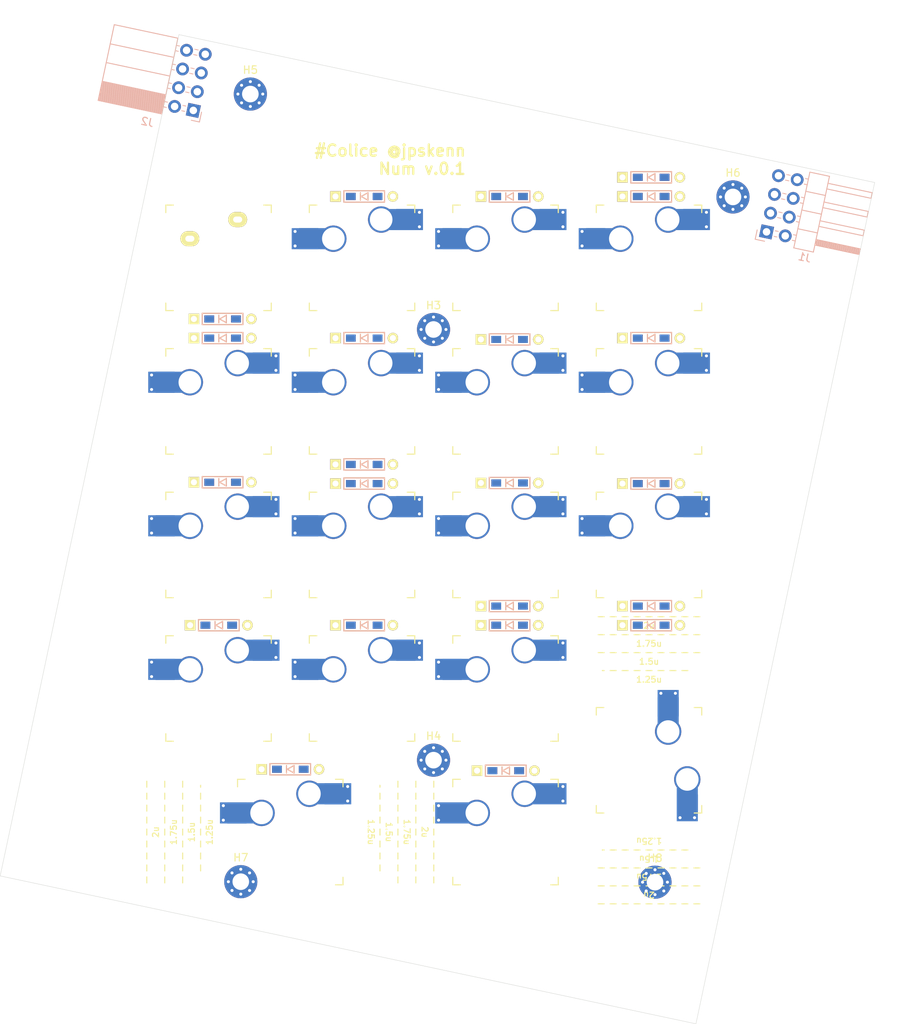
<source format=kicad_pcb>
(kicad_pcb (version 20171130) (host pcbnew "(5.1.5-0-10_14)")

  (general
    (thickness 1.6)
    (drawings 5)
    (tracks 0)
    (zones 0)
    (modules 50)
    (nets 36)
  )

  (page A4)
  (layers
    (0 F.Cu signal)
    (31 B.Cu signal)
    (32 B.Adhes user)
    (33 F.Adhes user)
    (34 B.Paste user)
    (35 F.Paste user)
    (36 B.SilkS user)
    (37 F.SilkS user)
    (38 B.Mask user)
    (39 F.Mask user)
    (40 Dwgs.User user)
    (41 Cmts.User user)
    (42 Eco1.User user)
    (43 Eco2.User user)
    (44 Edge.Cuts user)
    (45 Margin user)
    (46 B.CrtYd user)
    (47 F.CrtYd user)
    (48 B.Fab user)
    (49 F.Fab user)
  )

  (setup
    (last_trace_width 0.25)
    (user_trace_width 0.4)
    (trace_clearance 0.2)
    (zone_clearance 0.508)
    (zone_45_only no)
    (trace_min 0.2)
    (via_size 0.8)
    (via_drill 0.4)
    (via_min_size 0.4)
    (via_min_drill 0.3)
    (uvia_size 0.3)
    (uvia_drill 0.1)
    (uvias_allowed no)
    (uvia_min_size 0.2)
    (uvia_min_drill 0.1)
    (edge_width 0.05)
    (segment_width 0.2)
    (pcb_text_width 0.3)
    (pcb_text_size 1.5 1.5)
    (mod_edge_width 0.12)
    (mod_text_size 1 1)
    (mod_text_width 0.15)
    (pad_size 2.55 2.8)
    (pad_drill 0)
    (pad_to_mask_clearance 0.051)
    (solder_mask_min_width 0.25)
    (aux_axis_origin 0 0)
    (visible_elements FFFFFF7F)
    (pcbplotparams
      (layerselection 0x010fc_ffffffff)
      (usegerberextensions true)
      (usegerberattributes false)
      (usegerberadvancedattributes false)
      (creategerberjobfile false)
      (excludeedgelayer true)
      (linewidth 0.100000)
      (plotframeref false)
      (viasonmask false)
      (mode 1)
      (useauxorigin false)
      (hpglpennumber 1)
      (hpglpenspeed 20)
      (hpglpendiameter 15.000000)
      (psnegative false)
      (psa4output false)
      (plotreference true)
      (plotvalue true)
      (plotinvisibletext false)
      (padsonsilk false)
      (subtractmaskfromsilk false)
      (outputformat 1)
      (mirror false)
      (drillshape 0)
      (scaleselection 1)
      (outputdirectory "gerber/"))
  )

  (net 0 "")
  (net 1 pin6)
  (net 2 pin7)
  (net 3 "Net-(D8-Pad2)")
  (net 4 "Net-(D9-Pad2)")
  (net 5 "Net-(D11-Pad2)")
  (net 6 "Net-(D12-Pad2)")
  (net 7 pin8)
  (net 8 "Net-(D14-Pad2)")
  (net 9 "Net-(D17-Pad2)")
  (net 10 pin9)
  (net 11 pin10)
  (net 12 data)
  (net 13 VCC)
  (net 14 "Net-(D2-Pad2)")
  (net 15 "Net-(D5-Pad2)")
  (net 16 "Net-(D6-Pad2)")
  (net 17 "Net-(D7-Pad2)")
  (net 18 "Net-(D13-Pad2)")
  (net 19 "Net-(D3-Pad2)")
  (net 20 "Net-(D22-Pad1)")
  (net 21 "Net-(J1-Pad1)")
  (net 22 "Net-(J1-Pad2)")
  (net 23 "Net-(J1-Pad3)")
  (net 24 "Net-(J1-Pad4)")
  (net 25 "Net-(J1-Pad5)")
  (net 26 "Net-(D1-Pad2)")
  (net 27 "Net-(D4-Pad2)")
  (net 28 "Net-(D10-Pad2)")
  (net 29 "Net-(D15-Pad2)")
  (net 30 "Net-(D16-Pad2)")
  (net 31 "Net-(D18-Pad1)")
  (net 32 "Net-(D19-Pad1)")
  (net 33 "Net-(D20-Pad1)")
  (net 34 "Net-(D21-Pad1)")
  (net 35 GND)

  (net_class Default "これはデフォルトのネット クラスです。"
    (clearance 0.2)
    (trace_width 0.25)
    (via_dia 0.8)
    (via_drill 0.4)
    (uvia_dia 0.3)
    (uvia_drill 0.1)
    (add_net GND)
    (add_net "Net-(D1-Pad2)")
    (add_net "Net-(D10-Pad2)")
    (add_net "Net-(D11-Pad2)")
    (add_net "Net-(D12-Pad2)")
    (add_net "Net-(D13-Pad2)")
    (add_net "Net-(D14-Pad2)")
    (add_net "Net-(D15-Pad2)")
    (add_net "Net-(D16-Pad2)")
    (add_net "Net-(D17-Pad2)")
    (add_net "Net-(D18-Pad1)")
    (add_net "Net-(D19-Pad1)")
    (add_net "Net-(D2-Pad2)")
    (add_net "Net-(D20-Pad1)")
    (add_net "Net-(D21-Pad1)")
    (add_net "Net-(D22-Pad1)")
    (add_net "Net-(D3-Pad2)")
    (add_net "Net-(D4-Pad2)")
    (add_net "Net-(D5-Pad2)")
    (add_net "Net-(D6-Pad2)")
    (add_net "Net-(D7-Pad2)")
    (add_net "Net-(D8-Pad2)")
    (add_net "Net-(D9-Pad2)")
    (add_net "Net-(J1-Pad1)")
    (add_net "Net-(J1-Pad2)")
    (add_net "Net-(J1-Pad3)")
    (add_net "Net-(J1-Pad4)")
    (add_net "Net-(J1-Pad5)")
    (add_net VCC)
    (add_net data)
    (add_net pin10)
    (add_net pin6)
    (add_net pin7)
    (add_net pin8)
    (add_net pin9)
  )

  (module SMK_foostan:CherryMX_1u (layer F.Cu) (tedit 5CB5FC92) (tstamp 5EA14F13)
    (at 71.72325 54.44825)
    (fp_text reference SW1 (at 0 4.15) (layer Dwgs.User) hide
      (effects (font (size 1 1) (thickness 0.15)))
    )
    (fp_text value SW_PUSH (at -0.05 5.7) (layer Dwgs.User) hide
      (effects (font (size 1 1) (thickness 0.15)))
    )
    (fp_line (start -6 7) (end -7 7) (layer F.SilkS) (width 0.15))
    (fp_line (start -7 6) (end -7 7) (layer F.SilkS) (width 0.15))
    (fp_line (start 7 -7) (end 6 -7) (layer F.SilkS) (width 0.15))
    (fp_line (start 7 -6) (end 7 -7) (layer F.SilkS) (width 0.15))
    (fp_line (start 7 7) (end 7 6) (layer F.SilkS) (width 0.15))
    (fp_line (start 6 7) (end 7 7) (layer F.SilkS) (width 0.15))
    (fp_line (start -7 -7) (end -6 -7) (layer F.SilkS) (width 0.15))
    (fp_line (start -7 -6) (end -7 -7) (layer F.SilkS) (width 0.15))
    (fp_line (start -9.525 9.525) (end -9.525 -9.525) (layer Dwgs.User) (width 0.15))
    (fp_line (start 9.525 9.525) (end -9.525 9.525) (layer Dwgs.User) (width 0.15))
    (fp_line (start 9.525 -9.525) (end 9.525 9.525) (layer Dwgs.User) (width 0.15))
    (fp_line (start -9.525 -9.525) (end 9.525 -9.525) (layer Dwgs.User) (width 0.15))
    (pad 1 thru_hole oval (at -3.81 -2.54) (size 2.5 2) (drill oval 1.2 0.8) (layers *.Cu F.SilkS B.Mask))
    (pad 2 thru_hole oval (at 2.54 -5.08) (size 2.5 2) (drill oval 1.2 0.8) (layers *.Cu F.SilkS B.Mask))
    (pad "" np_thru_hole circle (at 5.5 0 90) (size 1.9 1.9) (drill 1.9) (layers *.Cu *.Mask))
    (pad "" np_thru_hole circle (at -5.5 0 90) (size 1.9 1.9) (drill 1.9) (layers *.Cu *.Mask))
    (pad "" np_thru_hole circle (at 0 0 90) (size 4 4) (drill 4) (layers *.Cu *.Mask))
  )

  (module SMK_foostan:CherryMX_Hotswap_v2 (layer F.Cu) (tedit 5E978009) (tstamp 5E9C49F6)
    (at 90.77325 111.59849)
    (path /5EC37E1F)
    (fp_text reference SW8 (at 0 3.175) (layer Dwgs.User)
      (effects (font (size 1 1) (thickness 0.15)))
    )
    (fp_text value SW_Push (at 0 -7.9375) (layer Dwgs.User)
      (effects (font (size 1 1) (thickness 0.15)))
    )
    (fp_line (start -9.525 9.525) (end -9.525 -9.525) (layer Dwgs.User) (width 0.15))
    (fp_line (start 9.525 9.525) (end -9.525 9.525) (layer Dwgs.User) (width 0.15))
    (fp_line (start 9.525 -9.525) (end 9.525 9.525) (layer Dwgs.User) (width 0.15))
    (fp_line (start -9.525 -9.525) (end 9.525 -9.525) (layer Dwgs.User) (width 0.15))
    (fp_line (start -7 -7) (end -7 -6) (layer F.SilkS) (width 0.15))
    (fp_line (start -6 -7) (end -7 -7) (layer F.SilkS) (width 0.15))
    (fp_line (start -7 7) (end -6 7) (layer F.SilkS) (width 0.15))
    (fp_line (start -7 6) (end -7 7) (layer F.SilkS) (width 0.15))
    (fp_line (start 7 7) (end 7 6) (layer F.SilkS) (width 0.15))
    (fp_line (start 6 7) (end 7 7) (layer F.SilkS) (width 0.15))
    (fp_line (start 7 -7) (end 7 -6) (layer F.SilkS) (width 0.15))
    (fp_line (start 6 -7) (end 7 -7) (layer F.SilkS) (width 0.15))
    (pad 2 smd rect (at 5.842 -5.08) (size 4.5 2.8) (layers B.Cu)
      (net 3 "Net-(D8-Pad2)"))
    (pad 1 smd rect (at -7.085 -2.54) (size 4.5 2.8) (layers B.Cu)
      (net 33 "Net-(D20-Pad1)"))
    (pad 2 thru_hole circle (at 7.62 -4.118) (size 0.8 0.8) (drill 0.4) (layers *.Cu)
      (net 3 "Net-(D8-Pad2)"))
    (pad 1 thru_hole circle (at -8.89 -1.578) (size 0.8 0.8) (drill 0.4) (layers *.Cu)
      (net 33 "Net-(D20-Pad1)"))
    (pad 2 thru_hole circle (at 7.62 -6.042) (size 0.8 0.8) (drill 0.4) (layers *.Cu)
      (net 3 "Net-(D8-Pad2)"))
    (pad 1 thru_hole circle (at -8.89 -3.502) (size 0.8 0.8) (drill 0.4) (layers *.Cu)
      (net 33 "Net-(D20-Pad1)"))
    (pad 2 smd rect (at 5.815 -5.08) (size 2.55 2.8) (layers B.Cu B.Paste B.Mask)
      (net 3 "Net-(D8-Pad2)"))
    (pad 1 smd rect (at -7.085 -2.54) (size 2.55 2.8) (layers B.Cu B.Paste B.Mask)
      (net 33 "Net-(D20-Pad1)"))
    (pad "" np_thru_hole circle (at 5.08 0 48.0996) (size 1.75 1.75) (drill 1.75) (layers *.Cu *.Mask))
    (pad "" np_thru_hole circle (at -5.08 0 48.0996) (size 1.75 1.75) (drill 1.75) (layers *.Cu *.Mask))
    (pad 1 thru_hole circle (at -3.81 -2.54) (size 3.5 3.5) (drill 3) (layers *.Cu)
      (net 33 "Net-(D20-Pad1)"))
    (pad "" np_thru_hole circle (at 0 0) (size 3.9878 3.9878) (drill 3.9878) (layers *.Cu *.Mask))
    (pad 2 thru_hole circle (at 2.54 -5.08) (size 3.5 3.5) (drill 3) (layers *.Cu)
      (net 3 "Net-(D8-Pad2)"))
  )

  (module SMK_foostan:CherryMX_Hotswap_v2 (layer F.Cu) (tedit 5E977F83) (tstamp 5E9C61D2)
    (at 109.82325 54.44825)
    (path /5EC37E45)
    (fp_text reference SW9 (at 0 3.175) (layer Dwgs.User)
      (effects (font (size 1 1) (thickness 0.15)))
    )
    (fp_text value SW_Push (at 0 -7.9375) (layer Dwgs.User)
      (effects (font (size 1 1) (thickness 0.15)))
    )
    (fp_line (start 6 -7) (end 7 -7) (layer F.SilkS) (width 0.15))
    (fp_line (start 7 -7) (end 7 -6) (layer F.SilkS) (width 0.15))
    (fp_line (start 6 7) (end 7 7) (layer F.SilkS) (width 0.15))
    (fp_line (start 7 7) (end 7 6) (layer F.SilkS) (width 0.15))
    (fp_line (start -7 6) (end -7 7) (layer F.SilkS) (width 0.15))
    (fp_line (start -7 7) (end -6 7) (layer F.SilkS) (width 0.15))
    (fp_line (start -6 -7) (end -7 -7) (layer F.SilkS) (width 0.15))
    (fp_line (start -7 -7) (end -7 -6) (layer F.SilkS) (width 0.15))
    (fp_line (start -9.525 -9.525) (end 9.525 -9.525) (layer Dwgs.User) (width 0.15))
    (fp_line (start 9.525 -9.525) (end 9.525 9.525) (layer Dwgs.User) (width 0.15))
    (fp_line (start 9.525 9.525) (end -9.525 9.525) (layer Dwgs.User) (width 0.15))
    (fp_line (start -9.525 9.525) (end -9.525 -9.525) (layer Dwgs.User) (width 0.15))
    (pad 2 thru_hole circle (at 2.54 -5.08) (size 3.5 3.5) (drill 3) (layers *.Cu)
      (net 4 "Net-(D9-Pad2)"))
    (pad "" np_thru_hole circle (at 0 0) (size 3.9878 3.9878) (drill 3.9878) (layers *.Cu *.Mask))
    (pad 1 thru_hole circle (at -3.81 -2.54) (size 3.5 3.5) (drill 3) (layers *.Cu)
      (net 20 "Net-(D22-Pad1)"))
    (pad "" np_thru_hole circle (at -5.08 0 48.0996) (size 1.75 1.75) (drill 1.75) (layers *.Cu *.Mask))
    (pad "" np_thru_hole circle (at 5.08 0 48.0996) (size 1.75 1.75) (drill 1.75) (layers *.Cu *.Mask))
    (pad 1 smd rect (at -7.085 -2.54) (size 2.55 2.8) (layers B.Cu B.Paste B.Mask)
      (net 20 "Net-(D22-Pad1)"))
    (pad 2 smd rect (at 5.815 -5.08) (size 2.55 2.8) (layers B.Cu B.Paste B.Mask)
      (net 4 "Net-(D9-Pad2)"))
    (pad 1 thru_hole circle (at -8.89 -3.502) (size 0.8 0.8) (drill 0.4) (layers *.Cu)
      (net 20 "Net-(D22-Pad1)"))
    (pad 2 thru_hole circle (at 7.62 -6.042) (size 0.8 0.8) (drill 0.4) (layers *.Cu)
      (net 4 "Net-(D9-Pad2)"))
    (pad 1 thru_hole circle (at -8.89 -1.578) (size 0.8 0.8) (drill 0.4) (layers *.Cu)
      (net 20 "Net-(D22-Pad1)"))
    (pad 2 thru_hole circle (at 7.62 -4.118) (size 0.8 0.8) (drill 0.4) (layers *.Cu)
      (net 4 "Net-(D9-Pad2)"))
    (pad 1 smd rect (at -7.085 -2.54) (size 4.5 2.8) (layers B.Cu)
      (net 20 "Net-(D22-Pad1)"))
    (pad 2 smd rect (at 5.842 -5.08) (size 4.5 2.8) (layers B.Cu)
      (net 4 "Net-(D9-Pad2)"))
  )

  (module SMK_foostan:CherryMX_Hotswap_v2 (layer F.Cu) (tedit 5E977F97) (tstamp 5E9C617E)
    (at 109.82325 73.49833)
    (path /5EC37E51)
    (fp_text reference SW10 (at 0 3.175) (layer Dwgs.User)
      (effects (font (size 1 1) (thickness 0.15)))
    )
    (fp_text value SW_Push (at 0 -7.9375) (layer Dwgs.User)
      (effects (font (size 1 1) (thickness 0.15)))
    )
    (fp_line (start 6 -7) (end 7 -7) (layer F.SilkS) (width 0.15))
    (fp_line (start 7 -7) (end 7 -6) (layer F.SilkS) (width 0.15))
    (fp_line (start 6 7) (end 7 7) (layer F.SilkS) (width 0.15))
    (fp_line (start 7 7) (end 7 6) (layer F.SilkS) (width 0.15))
    (fp_line (start -7 6) (end -7 7) (layer F.SilkS) (width 0.15))
    (fp_line (start -7 7) (end -6 7) (layer F.SilkS) (width 0.15))
    (fp_line (start -6 -7) (end -7 -7) (layer F.SilkS) (width 0.15))
    (fp_line (start -7 -7) (end -7 -6) (layer F.SilkS) (width 0.15))
    (fp_line (start -9.525 -9.525) (end 9.525 -9.525) (layer Dwgs.User) (width 0.15))
    (fp_line (start 9.525 -9.525) (end 9.525 9.525) (layer Dwgs.User) (width 0.15))
    (fp_line (start 9.525 9.525) (end -9.525 9.525) (layer Dwgs.User) (width 0.15))
    (fp_line (start -9.525 9.525) (end -9.525 -9.525) (layer Dwgs.User) (width 0.15))
    (pad 2 thru_hole circle (at 2.54 -5.08) (size 3.5 3.5) (drill 3) (layers *.Cu)
      (net 28 "Net-(D10-Pad2)"))
    (pad "" np_thru_hole circle (at 0 0) (size 3.9878 3.9878) (drill 3.9878) (layers *.Cu *.Mask))
    (pad 1 thru_hole circle (at -3.81 -2.54) (size 3.5 3.5) (drill 3) (layers *.Cu)
      (net 20 "Net-(D22-Pad1)"))
    (pad "" np_thru_hole circle (at -5.08 0 48.0996) (size 1.75 1.75) (drill 1.75) (layers *.Cu *.Mask))
    (pad "" np_thru_hole circle (at 5.08 0 48.0996) (size 1.75 1.75) (drill 1.75) (layers *.Cu *.Mask))
    (pad 1 smd rect (at -7.085 -2.54) (size 2.55 2.8) (layers B.Cu B.Paste B.Mask)
      (net 20 "Net-(D22-Pad1)"))
    (pad 2 smd rect (at 5.815 -5.08) (size 2.55 2.8) (layers B.Cu B.Paste B.Mask)
      (net 28 "Net-(D10-Pad2)"))
    (pad 1 thru_hole circle (at -8.89 -3.502) (size 0.8 0.8) (drill 0.4) (layers *.Cu)
      (net 20 "Net-(D22-Pad1)"))
    (pad 2 thru_hole circle (at 7.62 -6.042) (size 0.8 0.8) (drill 0.4) (layers *.Cu)
      (net 28 "Net-(D10-Pad2)"))
    (pad 1 thru_hole circle (at -8.89 -1.578) (size 0.8 0.8) (drill 0.4) (layers *.Cu)
      (net 20 "Net-(D22-Pad1)"))
    (pad 2 thru_hole circle (at 7.62 -4.118) (size 0.8 0.8) (drill 0.4) (layers *.Cu)
      (net 28 "Net-(D10-Pad2)"))
    (pad 1 smd rect (at -7.085 -2.54) (size 4.5 2.8) (layers B.Cu)
      (net 20 "Net-(D22-Pad1)"))
    (pad 2 smd rect (at 5.842 -5.08) (size 4.5 2.8) (layers B.Cu)
      (net 28 "Net-(D10-Pad2)"))
  )

  (module SMK_foostan:CherryMX_Hotswap_v2 (layer F.Cu) (tedit 5E977FD8) (tstamp 5E9C48FA)
    (at 109.82325 92.54841)
    (path /5EC37E5D)
    (fp_text reference SW11 (at 0 3.175) (layer Dwgs.User)
      (effects (font (size 1 1) (thickness 0.15)))
    )
    (fp_text value SW_Push (at 0 -7.9375) (layer Dwgs.User)
      (effects (font (size 1 1) (thickness 0.15)))
    )
    (fp_line (start 6 -7) (end 7 -7) (layer F.SilkS) (width 0.15))
    (fp_line (start 7 -7) (end 7 -6) (layer F.SilkS) (width 0.15))
    (fp_line (start 6 7) (end 7 7) (layer F.SilkS) (width 0.15))
    (fp_line (start 7 7) (end 7 6) (layer F.SilkS) (width 0.15))
    (fp_line (start -7 6) (end -7 7) (layer F.SilkS) (width 0.15))
    (fp_line (start -7 7) (end -6 7) (layer F.SilkS) (width 0.15))
    (fp_line (start -6 -7) (end -7 -7) (layer F.SilkS) (width 0.15))
    (fp_line (start -7 -7) (end -7 -6) (layer F.SilkS) (width 0.15))
    (fp_line (start -9.525 -9.525) (end 9.525 -9.525) (layer Dwgs.User) (width 0.15))
    (fp_line (start 9.525 -9.525) (end 9.525 9.525) (layer Dwgs.User) (width 0.15))
    (fp_line (start 9.525 9.525) (end -9.525 9.525) (layer Dwgs.User) (width 0.15))
    (fp_line (start -9.525 9.525) (end -9.525 -9.525) (layer Dwgs.User) (width 0.15))
    (pad 2 thru_hole circle (at 2.54 -5.08) (size 3.5 3.5) (drill 3) (layers *.Cu)
      (net 5 "Net-(D11-Pad2)"))
    (pad "" np_thru_hole circle (at 0 0) (size 3.9878 3.9878) (drill 3.9878) (layers *.Cu *.Mask))
    (pad 1 thru_hole circle (at -3.81 -2.54) (size 3.5 3.5) (drill 3) (layers *.Cu)
      (net 20 "Net-(D22-Pad1)"))
    (pad "" np_thru_hole circle (at -5.08 0 48.0996) (size 1.75 1.75) (drill 1.75) (layers *.Cu *.Mask))
    (pad "" np_thru_hole circle (at 5.08 0 48.0996) (size 1.75 1.75) (drill 1.75) (layers *.Cu *.Mask))
    (pad 1 smd rect (at -7.085 -2.54) (size 2.55 2.8) (layers B.Cu B.Paste B.Mask)
      (net 20 "Net-(D22-Pad1)"))
    (pad 2 smd rect (at 5.815 -5.08) (size 2.55 2.8) (layers B.Cu B.Paste B.Mask)
      (net 5 "Net-(D11-Pad2)"))
    (pad 1 thru_hole circle (at -8.89 -3.502) (size 0.8 0.8) (drill 0.4) (layers *.Cu)
      (net 20 "Net-(D22-Pad1)"))
    (pad 2 thru_hole circle (at 7.62 -6.042) (size 0.8 0.8) (drill 0.4) (layers *.Cu)
      (net 5 "Net-(D11-Pad2)"))
    (pad 1 thru_hole circle (at -8.89 -1.578) (size 0.8 0.8) (drill 0.4) (layers *.Cu)
      (net 20 "Net-(D22-Pad1)"))
    (pad 2 thru_hole circle (at 7.62 -4.118) (size 0.8 0.8) (drill 0.4) (layers *.Cu)
      (net 5 "Net-(D11-Pad2)"))
    (pad 1 smd rect (at -7.085 -2.54) (size 4.5 2.8) (layers B.Cu)
      (net 20 "Net-(D22-Pad1)"))
    (pad 2 smd rect (at 5.842 -5.08) (size 4.5 2.8) (layers B.Cu)
      (net 5 "Net-(D11-Pad2)"))
  )

  (module SMK_foostan:CherryMX_Hotswap_v2 (layer F.Cu) (tedit 5E977FE1) (tstamp 5E9F4EB8)
    (at 109.82325 111.59849)
    (path /5EC37E69)
    (fp_text reference SW12 (at 0 3.175) (layer Dwgs.User)
      (effects (font (size 1 1) (thickness 0.15)))
    )
    (fp_text value SW_Push (at 0 -7.9375) (layer Dwgs.User)
      (effects (font (size 1 1) (thickness 0.15)))
    )
    (fp_line (start 6 -7) (end 7 -7) (layer F.SilkS) (width 0.15))
    (fp_line (start 7 -7) (end 7 -6) (layer F.SilkS) (width 0.15))
    (fp_line (start 6 7) (end 7 7) (layer F.SilkS) (width 0.15))
    (fp_line (start 7 7) (end 7 6) (layer F.SilkS) (width 0.15))
    (fp_line (start -7 6) (end -7 7) (layer F.SilkS) (width 0.15))
    (fp_line (start -7 7) (end -6 7) (layer F.SilkS) (width 0.15))
    (fp_line (start -6 -7) (end -7 -7) (layer F.SilkS) (width 0.15))
    (fp_line (start -7 -7) (end -7 -6) (layer F.SilkS) (width 0.15))
    (fp_line (start -9.525 -9.525) (end 9.525 -9.525) (layer Dwgs.User) (width 0.15))
    (fp_line (start 9.525 -9.525) (end 9.525 9.525) (layer Dwgs.User) (width 0.15))
    (fp_line (start 9.525 9.525) (end -9.525 9.525) (layer Dwgs.User) (width 0.15))
    (fp_line (start -9.525 9.525) (end -9.525 -9.525) (layer Dwgs.User) (width 0.15))
    (pad 2 thru_hole circle (at 2.54 -5.08) (size 3.5 3.5) (drill 3) (layers *.Cu)
      (net 6 "Net-(D12-Pad2)"))
    (pad "" np_thru_hole circle (at 0 0) (size 3.9878 3.9878) (drill 3.9878) (layers *.Cu *.Mask))
    (pad 1 thru_hole circle (at -3.81 -2.54) (size 3.5 3.5) (drill 3) (layers *.Cu)
      (net 34 "Net-(D21-Pad1)"))
    (pad "" np_thru_hole circle (at -5.08 0 48.0996) (size 1.75 1.75) (drill 1.75) (layers *.Cu *.Mask))
    (pad "" np_thru_hole circle (at 5.08 0 48.0996) (size 1.75 1.75) (drill 1.75) (layers *.Cu *.Mask))
    (pad 1 smd rect (at -7.085 -2.54) (size 2.55 2.8) (layers B.Cu B.Paste B.Mask)
      (net 34 "Net-(D21-Pad1)"))
    (pad 2 smd rect (at 5.815 -5.08) (size 2.55 2.8) (layers B.Cu B.Paste B.Mask)
      (net 6 "Net-(D12-Pad2)"))
    (pad 1 thru_hole circle (at -8.89 -3.502) (size 0.8 0.8) (drill 0.4) (layers *.Cu)
      (net 34 "Net-(D21-Pad1)"))
    (pad 2 thru_hole circle (at 7.62 -6.042) (size 0.8 0.8) (drill 0.4) (layers *.Cu)
      (net 6 "Net-(D12-Pad2)"))
    (pad 1 thru_hole circle (at -8.89 -1.578) (size 0.8 0.8) (drill 0.4) (layers *.Cu)
      (net 34 "Net-(D21-Pad1)"))
    (pad 2 thru_hole circle (at 7.62 -4.118) (size 0.8 0.8) (drill 0.4) (layers *.Cu)
      (net 6 "Net-(D12-Pad2)"))
    (pad 1 smd rect (at -7.085 -2.54) (size 4.5 2.8) (layers B.Cu)
      (net 34 "Net-(D21-Pad1)"))
    (pad 2 smd rect (at 5.842 -5.08) (size 4.5 2.8) (layers B.Cu)
      (net 6 "Net-(D12-Pad2)"))
  )

  (module SMK_foostan:CherryMX_Hotswap_v2 (layer F.Cu) (tedit 5E977F4C) (tstamp 5E9C582B)
    (at 128.87325 54.44825)
    (path /5EC37E81)
    (fp_text reference SW14 (at 0 3.175) (layer Dwgs.User)
      (effects (font (size 1 1) (thickness 0.15)))
    )
    (fp_text value SW_Push (at 0 -7.9375) (layer Dwgs.User)
      (effects (font (size 1 1) (thickness 0.15)))
    )
    (fp_line (start 6 -7) (end 7 -7) (layer F.SilkS) (width 0.15))
    (fp_line (start 7 -7) (end 7 -6) (layer F.SilkS) (width 0.15))
    (fp_line (start 6 7) (end 7 7) (layer F.SilkS) (width 0.15))
    (fp_line (start 7 7) (end 7 6) (layer F.SilkS) (width 0.15))
    (fp_line (start -7 6) (end -7 7) (layer F.SilkS) (width 0.15))
    (fp_line (start -7 7) (end -6 7) (layer F.SilkS) (width 0.15))
    (fp_line (start -6 -7) (end -7 -7) (layer F.SilkS) (width 0.15))
    (fp_line (start -7 -7) (end -7 -6) (layer F.SilkS) (width 0.15))
    (fp_line (start -9.525 -9.525) (end 9.525 -9.525) (layer Dwgs.User) (width 0.15))
    (fp_line (start 9.525 -9.525) (end 9.525 9.525) (layer Dwgs.User) (width 0.15))
    (fp_line (start 9.525 9.525) (end -9.525 9.525) (layer Dwgs.User) (width 0.15))
    (fp_line (start -9.525 9.525) (end -9.525 -9.525) (layer Dwgs.User) (width 0.15))
    (pad 2 thru_hole circle (at 2.54 -5.08) (size 3.5 3.5) (drill 3) (layers *.Cu)
      (net 8 "Net-(D14-Pad2)"))
    (pad "" np_thru_hole circle (at 0 0) (size 3.9878 3.9878) (drill 3.9878) (layers *.Cu *.Mask))
    (pad 1 thru_hole circle (at -3.81 -2.54) (size 3.5 3.5) (drill 3) (layers *.Cu)
      (net 31 "Net-(D18-Pad1)"))
    (pad "" np_thru_hole circle (at -5.08 0 48.0996) (size 1.75 1.75) (drill 1.75) (layers *.Cu *.Mask))
    (pad "" np_thru_hole circle (at 5.08 0 48.0996) (size 1.75 1.75) (drill 1.75) (layers *.Cu *.Mask))
    (pad 1 smd rect (at -7.085 -2.54) (size 2.55 2.8) (layers B.Cu B.Paste B.Mask)
      (net 31 "Net-(D18-Pad1)"))
    (pad 2 smd rect (at 5.815 -5.08) (size 2.55 2.8) (layers B.Cu B.Paste B.Mask)
      (net 8 "Net-(D14-Pad2)"))
    (pad 1 thru_hole circle (at -8.89 -3.502) (size 0.8 0.8) (drill 0.4) (layers *.Cu)
      (net 31 "Net-(D18-Pad1)"))
    (pad 2 thru_hole circle (at 7.62 -6.042) (size 0.8 0.8) (drill 0.4) (layers *.Cu)
      (net 8 "Net-(D14-Pad2)"))
    (pad 1 thru_hole circle (at -8.89 -1.578) (size 0.8 0.8) (drill 0.4) (layers *.Cu)
      (net 31 "Net-(D18-Pad1)"))
    (pad 2 thru_hole circle (at 7.62 -4.118) (size 0.8 0.8) (drill 0.4) (layers *.Cu)
      (net 8 "Net-(D14-Pad2)"))
    (pad 1 smd rect (at -7.085 -2.54) (size 4.5 2.8) (layers B.Cu)
      (net 31 "Net-(D18-Pad1)"))
    (pad 2 smd rect (at 5.842 -5.08) (size 4.5 2.8) (layers B.Cu)
      (net 8 "Net-(D14-Pad2)"))
  )

  (module SMK_foostan:CherryMX_Hotswap_v2 (layer F.Cu) (tedit 5E977F56) (tstamp 5E9F6AD4)
    (at 128.87325 73.49833)
    (path /5EC37E8D)
    (fp_text reference SW15 (at 0 3.175) (layer Dwgs.User)
      (effects (font (size 1 1) (thickness 0.15)))
    )
    (fp_text value SW_Push (at 0 -7.9375) (layer Dwgs.User)
      (effects (font (size 1 1) (thickness 0.15)))
    )
    (fp_line (start 6 -7) (end 7 -7) (layer F.SilkS) (width 0.15))
    (fp_line (start 7 -7) (end 7 -6) (layer F.SilkS) (width 0.15))
    (fp_line (start 6 7) (end 7 7) (layer F.SilkS) (width 0.15))
    (fp_line (start 7 7) (end 7 6) (layer F.SilkS) (width 0.15))
    (fp_line (start -7 6) (end -7 7) (layer F.SilkS) (width 0.15))
    (fp_line (start -7 7) (end -6 7) (layer F.SilkS) (width 0.15))
    (fp_line (start -6 -7) (end -7 -7) (layer F.SilkS) (width 0.15))
    (fp_line (start -7 -7) (end -7 -6) (layer F.SilkS) (width 0.15))
    (fp_line (start -9.525 -9.525) (end 9.525 -9.525) (layer Dwgs.User) (width 0.15))
    (fp_line (start 9.525 -9.525) (end 9.525 9.525) (layer Dwgs.User) (width 0.15))
    (fp_line (start 9.525 9.525) (end -9.525 9.525) (layer Dwgs.User) (width 0.15))
    (fp_line (start -9.525 9.525) (end -9.525 -9.525) (layer Dwgs.User) (width 0.15))
    (pad 2 thru_hole circle (at 2.54 -5.08) (size 3.5 3.5) (drill 3) (layers *.Cu)
      (net 29 "Net-(D15-Pad2)"))
    (pad "" np_thru_hole circle (at 0 0) (size 3.9878 3.9878) (drill 3.9878) (layers *.Cu *.Mask))
    (pad 1 thru_hole circle (at -3.81 -2.54) (size 3.5 3.5) (drill 3) (layers *.Cu)
      (net 31 "Net-(D18-Pad1)"))
    (pad "" np_thru_hole circle (at -5.08 0 48.0996) (size 1.75 1.75) (drill 1.75) (layers *.Cu *.Mask))
    (pad "" np_thru_hole circle (at 5.08 0 48.0996) (size 1.75 1.75) (drill 1.75) (layers *.Cu *.Mask))
    (pad 1 smd rect (at -7.085 -2.54) (size 2.55 2.8) (layers B.Cu B.Paste B.Mask)
      (net 31 "Net-(D18-Pad1)"))
    (pad 2 smd rect (at 5.815 -5.08) (size 2.55 2.8) (layers B.Cu B.Paste B.Mask)
      (net 29 "Net-(D15-Pad2)"))
    (pad 1 thru_hole circle (at -8.89 -3.502) (size 0.8 0.8) (drill 0.4) (layers *.Cu)
      (net 31 "Net-(D18-Pad1)"))
    (pad 2 thru_hole circle (at 7.62 -6.042) (size 0.8 0.8) (drill 0.4) (layers *.Cu)
      (net 29 "Net-(D15-Pad2)"))
    (pad 1 thru_hole circle (at -8.89 -1.578) (size 0.8 0.8) (drill 0.4) (layers *.Cu)
      (net 31 "Net-(D18-Pad1)"))
    (pad 2 thru_hole circle (at 7.62 -4.118) (size 0.8 0.8) (drill 0.4) (layers *.Cu)
      (net 29 "Net-(D15-Pad2)"))
    (pad 1 smd rect (at -7.085 -2.54) (size 4.5 2.8) (layers B.Cu)
      (net 31 "Net-(D18-Pad1)"))
    (pad 2 smd rect (at 5.842 -5.08) (size 4.5 2.8) (layers B.Cu)
      (net 29 "Net-(D15-Pad2)"))
  )

  (module MountingHole:MountingHole_2.2mm_M2_Pad_Via (layer F.Cu) (tedit 56DDB9C7) (tstamp 5E99164C)
    (at 74.676 137.2362)
    (descr "Mounting Hole 2.2mm, M2")
    (tags "mounting hole 2.2mm m2")
    (path /5E9A1F2A)
    (attr virtual)
    (fp_text reference H7 (at 0 -3.2) (layer F.SilkS)
      (effects (font (size 1 1) (thickness 0.15)))
    )
    (fp_text value MountingHole (at 0 3.2) (layer F.Fab)
      (effects (font (size 1 1) (thickness 0.15)))
    )
    (fp_text user %R (at 0.3 0) (layer F.Fab)
      (effects (font (size 1 1) (thickness 0.15)))
    )
    (fp_circle (center 0 0) (end 2.2 0) (layer Cmts.User) (width 0.15))
    (fp_circle (center 0 0) (end 2.45 0) (layer F.CrtYd) (width 0.05))
    (pad 1 thru_hole circle (at 0 0) (size 4.4 4.4) (drill 2.2) (layers *.Cu *.Mask))
    (pad 1 thru_hole circle (at 1.65 0) (size 0.7 0.7) (drill 0.4) (layers *.Cu *.Mask))
    (pad 1 thru_hole circle (at 1.166726 1.166726) (size 0.7 0.7) (drill 0.4) (layers *.Cu *.Mask))
    (pad 1 thru_hole circle (at 0 1.65) (size 0.7 0.7) (drill 0.4) (layers *.Cu *.Mask))
    (pad 1 thru_hole circle (at -1.166726 1.166726) (size 0.7 0.7) (drill 0.4) (layers *.Cu *.Mask))
    (pad 1 thru_hole circle (at -1.65 0) (size 0.7 0.7) (drill 0.4) (layers *.Cu *.Mask))
    (pad 1 thru_hole circle (at -1.166726 -1.166726) (size 0.7 0.7) (drill 0.4) (layers *.Cu *.Mask))
    (pad 1 thru_hole circle (at 0 -1.65) (size 0.7 0.7) (drill 0.4) (layers *.Cu *.Mask))
    (pad 1 thru_hole circle (at 1.166726 -1.166726) (size 0.7 0.7) (drill 0.4) (layers *.Cu *.Mask))
  )

  (module SMK_foostan:CherryMX_Hotswap_v2 (layer F.Cu) (tedit 5E98BEEF) (tstamp 5E9C08D6)
    (at 128.87325 121.12353 270)
    (path /5EC37EFB)
    (fp_text reference SW17 (at 0 3.175 90) (layer Dwgs.User)
      (effects (font (size 1 1) (thickness 0.15)))
    )
    (fp_text value SW_Push (at 0 -7.9375 90) (layer Dwgs.User)
      (effects (font (size 1 1) (thickness 0.15)))
    )
    (fp_line (start 6 -7) (end 7 -7) (layer F.SilkS) (width 0.15))
    (fp_line (start 7 -7) (end 7 -6) (layer F.SilkS) (width 0.15))
    (fp_line (start 6 7) (end 7 7) (layer F.SilkS) (width 0.15))
    (fp_line (start 7 7) (end 7 6) (layer F.SilkS) (width 0.15))
    (fp_line (start -7 6) (end -7 7) (layer F.SilkS) (width 0.15))
    (fp_line (start -7 7) (end -6 7) (layer F.SilkS) (width 0.15))
    (fp_line (start -6 -7) (end -7 -7) (layer F.SilkS) (width 0.15))
    (fp_line (start -7 -7) (end -7 -6) (layer F.SilkS) (width 0.15))
    (fp_line (start -9.525 -9.525) (end 9.525 -9.525) (layer Dwgs.User) (width 0.15))
    (fp_line (start 9.525 -9.525) (end 9.525 9.525) (layer Dwgs.User) (width 0.15))
    (fp_line (start 9.525 9.525) (end -9.525 9.525) (layer Dwgs.User) (width 0.15))
    (fp_line (start -9.525 9.525) (end -9.525 -9.525) (layer Dwgs.User) (width 0.15))
    (pad 2 thru_hole circle (at 2.54 -5.08 270) (size 3.5 3.5) (drill 3) (layers *.Cu)
      (net 9 "Net-(D17-Pad2)"))
    (pad "" np_thru_hole circle (at 0 0 270) (size 3.9878 3.9878) (drill 3.9878) (layers *.Cu *.Mask))
    (pad 1 thru_hole circle (at -3.81 -2.54 270) (size 3.5 3.5) (drill 3) (layers *.Cu)
      (net 20 "Net-(D22-Pad1)"))
    (pad "" np_thru_hole circle (at -5.08 0 318.0996) (size 1.75 1.75) (drill 1.75) (layers *.Cu *.Mask))
    (pad "" np_thru_hole circle (at 5.08 0 318.0996) (size 1.75 1.75) (drill 1.75) (layers *.Cu *.Mask))
    (pad 1 smd rect (at -7.085 -2.54 270) (size 2.55 2.8) (layers B.Cu B.Paste B.Mask)
      (net 20 "Net-(D22-Pad1)"))
    (pad 2 smd rect (at 5.815 -5.08 270) (size 2.55 2.8) (layers B.Cu B.Paste B.Mask)
      (net 9 "Net-(D17-Pad2)"))
    (pad 1 thru_hole circle (at -8.89 -3.502 270) (size 0.8 0.8) (drill 0.4) (layers *.Cu)
      (net 20 "Net-(D22-Pad1)"))
    (pad 2 thru_hole circle (at 7.62 -6.042 270) (size 0.8 0.8) (drill 0.4) (layers *.Cu)
      (net 9 "Net-(D17-Pad2)"))
    (pad 1 thru_hole circle (at -8.89 -1.578 270) (size 0.8 0.8) (drill 0.4) (layers *.Cu)
      (net 20 "Net-(D22-Pad1)"))
    (pad 2 thru_hole circle (at 7.62 -4.118 270) (size 0.8 0.8) (drill 0.4) (layers *.Cu)
      (net 9 "Net-(D17-Pad2)"))
    (pad 1 smd rect (at -7.085 -2.54 270) (size 4.5 2.8) (layers B.Cu)
      (net 20 "Net-(D22-Pad1)"))
    (pad 2 smd rect (at 5.842 -5.08 270) (size 4.5 2.8) (layers B.Cu)
      (net 9 "Net-(D17-Pad2)"))
  )

  (module SMK_foostan:CherryMX_Hotswap_v2 (layer F.Cu) (tedit 5E977FF2) (tstamp 5E9C4D95)
    (at 90.77325 73.49833)
    (path /5EC37E07)
    (fp_text reference SW6 (at 0 3.175) (layer Dwgs.User)
      (effects (font (size 1 1) (thickness 0.15)))
    )
    (fp_text value SW_Push (at -19.05 -7.9375) (layer Dwgs.User)
      (effects (font (size 1 1) (thickness 0.15)))
    )
    (fp_line (start -9.525 9.525) (end -9.525 -9.525) (layer Dwgs.User) (width 0.15))
    (fp_line (start 9.525 9.525) (end -9.525 9.525) (layer Dwgs.User) (width 0.15))
    (fp_line (start 9.525 -9.525) (end 9.525 9.525) (layer Dwgs.User) (width 0.15))
    (fp_line (start -9.525 -9.525) (end 9.525 -9.525) (layer Dwgs.User) (width 0.15))
    (fp_line (start -7 -7) (end -7 -6) (layer F.SilkS) (width 0.15))
    (fp_line (start -6 -7) (end -7 -7) (layer F.SilkS) (width 0.15))
    (fp_line (start -7 7) (end -6 7) (layer F.SilkS) (width 0.15))
    (fp_line (start -7 6) (end -7 7) (layer F.SilkS) (width 0.15))
    (fp_line (start 7 7) (end 7 6) (layer F.SilkS) (width 0.15))
    (fp_line (start 6 7) (end 7 7) (layer F.SilkS) (width 0.15))
    (fp_line (start 7 -7) (end 7 -6) (layer F.SilkS) (width 0.15))
    (fp_line (start 6 -7) (end 7 -7) (layer F.SilkS) (width 0.15))
    (pad 2 smd rect (at 5.842 -5.08) (size 4.5 2.8) (layers B.Cu)
      (net 16 "Net-(D6-Pad2)"))
    (pad 1 smd rect (at -7.085 -2.54) (size 4.5 2.8) (layers B.Cu)
      (net 34 "Net-(D21-Pad1)"))
    (pad 2 thru_hole circle (at 7.62 -4.118) (size 0.8 0.8) (drill 0.4) (layers *.Cu)
      (net 16 "Net-(D6-Pad2)"))
    (pad 1 thru_hole circle (at -8.89 -1.578) (size 0.8 0.8) (drill 0.4) (layers *.Cu)
      (net 34 "Net-(D21-Pad1)"))
    (pad 2 thru_hole circle (at 7.62 -6.042) (size 0.8 0.8) (drill 0.4) (layers *.Cu)
      (net 16 "Net-(D6-Pad2)"))
    (pad 1 thru_hole circle (at -8.89 -3.502) (size 0.8 0.8) (drill 0.4) (layers *.Cu)
      (net 34 "Net-(D21-Pad1)"))
    (pad 2 smd rect (at 5.815 -5.08) (size 2.55 2.8) (layers B.Cu B.Paste B.Mask)
      (net 16 "Net-(D6-Pad2)"))
    (pad 1 smd rect (at -7.085 -2.54) (size 2.55 2.8) (layers B.Cu B.Paste B.Mask)
      (net 34 "Net-(D21-Pad1)"))
    (pad "" np_thru_hole circle (at 5.08 0 48.0996) (size 1.75 1.75) (drill 1.75) (layers *.Cu *.Mask))
    (pad "" np_thru_hole circle (at -5.08 0 48.0996) (size 1.75 1.75) (drill 1.75) (layers *.Cu *.Mask))
    (pad 1 thru_hole circle (at -3.81 -2.54) (size 3.5 3.5) (drill 3) (layers *.Cu)
      (net 34 "Net-(D21-Pad1)"))
    (pad "" np_thru_hole circle (at 0 0) (size 3.9878 3.9878) (drill 3.9878) (layers *.Cu *.Mask))
    (pad 2 thru_hole circle (at 2.54 -5.08) (size 3.5 3.5) (drill 3) (layers *.Cu)
      (net 16 "Net-(D6-Pad2)"))
  )

  (module SMK_foostan:CherryMX_Hotswap_v2 (layer F.Cu) (tedit 5E978000) (tstamp 5E9C4A4A)
    (at 90.77325 92.54841)
    (path /5EC37E13)
    (fp_text reference SW7 (at 0 3.175) (layer Dwgs.User)
      (effects (font (size 1 1) (thickness 0.15)))
    )
    (fp_text value SW_Push (at 0 -7.9375) (layer Dwgs.User)
      (effects (font (size 1 1) (thickness 0.15)))
    )
    (fp_line (start -9.525 9.525) (end -9.525 -9.525) (layer Dwgs.User) (width 0.15))
    (fp_line (start 9.525 9.525) (end -9.525 9.525) (layer Dwgs.User) (width 0.15))
    (fp_line (start 9.525 -9.525) (end 9.525 9.525) (layer Dwgs.User) (width 0.15))
    (fp_line (start -9.525 -9.525) (end 9.525 -9.525) (layer Dwgs.User) (width 0.15))
    (fp_line (start -7 -7) (end -7 -6) (layer F.SilkS) (width 0.15))
    (fp_line (start -6 -7) (end -7 -7) (layer F.SilkS) (width 0.15))
    (fp_line (start -7 7) (end -6 7) (layer F.SilkS) (width 0.15))
    (fp_line (start -7 6) (end -7 7) (layer F.SilkS) (width 0.15))
    (fp_line (start 7 7) (end 7 6) (layer F.SilkS) (width 0.15))
    (fp_line (start 6 7) (end 7 7) (layer F.SilkS) (width 0.15))
    (fp_line (start 7 -7) (end 7 -6) (layer F.SilkS) (width 0.15))
    (fp_line (start 6 -7) (end 7 -7) (layer F.SilkS) (width 0.15))
    (pad 2 smd rect (at 5.842 -5.08) (size 4.5 2.8) (layers B.Cu)
      (net 17 "Net-(D7-Pad2)"))
    (pad 1 smd rect (at -7.085 -2.54) (size 4.5 2.8) (layers B.Cu)
      (net 33 "Net-(D20-Pad1)"))
    (pad 2 thru_hole circle (at 7.62 -4.118) (size 0.8 0.8) (drill 0.4) (layers *.Cu)
      (net 17 "Net-(D7-Pad2)"))
    (pad 1 thru_hole circle (at -8.89 -1.578) (size 0.8 0.8) (drill 0.4) (layers *.Cu)
      (net 33 "Net-(D20-Pad1)"))
    (pad 2 thru_hole circle (at 7.62 -6.042) (size 0.8 0.8) (drill 0.4) (layers *.Cu)
      (net 17 "Net-(D7-Pad2)"))
    (pad 1 thru_hole circle (at -8.89 -3.502) (size 0.8 0.8) (drill 0.4) (layers *.Cu)
      (net 33 "Net-(D20-Pad1)"))
    (pad 2 smd rect (at 5.815 -5.08) (size 2.55 2.8) (layers B.Cu B.Paste B.Mask)
      (net 17 "Net-(D7-Pad2)"))
    (pad 1 smd rect (at -7.085 -2.54) (size 2.55 2.8) (layers B.Cu B.Paste B.Mask)
      (net 33 "Net-(D20-Pad1)"))
    (pad "" np_thru_hole circle (at 5.08 0 48.0996) (size 1.75 1.75) (drill 1.75) (layers *.Cu *.Mask))
    (pad "" np_thru_hole circle (at -5.08 0 48.0996) (size 1.75 1.75) (drill 1.75) (layers *.Cu *.Mask))
    (pad 1 thru_hole circle (at -3.81 -2.54) (size 3.5 3.5) (drill 3) (layers *.Cu)
      (net 33 "Net-(D20-Pad1)"))
    (pad "" np_thru_hole circle (at 0 0) (size 3.9878 3.9878) (drill 3.9878) (layers *.Cu *.Mask))
    (pad 2 thru_hole circle (at 2.54 -5.08) (size 3.5 3.5) (drill 3) (layers *.Cu)
      (net 17 "Net-(D7-Pad2)"))
  )

  (module SMK_SU120:CherryMX_MidHeight_Choc_Hotswap_2U_Outline (layer F.Cu) (tedit 5D0B752C) (tstamp 5E9D2CF9)
    (at 81.24825 130.64857 180)
    (path /5E9BB93B)
    (fp_text reference H1 (at 7 8.1) (layer F.SilkS) hide
      (effects (font (size 1 1) (thickness 0.15)))
    )
    (fp_text value MountingHole (at -6.5 -8) (layer F.Fab) hide
      (effects (font (size 1 1) (thickness 0.15)))
    )
    (fp_text user 1.25u (at 10.715625 0 90 unlocked) (layer F.SilkS)
      (effects (font (size 0.8 0.8) (thickness 0.15)))
    )
    (fp_text user 1.75u (at 15.478125 0 90 unlocked) (layer F.SilkS)
      (effects (font (size 0.8 0.8) (thickness 0.15)))
    )
    (fp_text user 1.5u (at 13.096875 0 90 unlocked) (layer F.SilkS)
      (effects (font (size 0.8 0.8) (thickness 0.15)))
    )
    (fp_text user 2u (at 17.859375 0 90 unlocked) (layer F.SilkS)
      (effects (font (size 0.8 0.8) (thickness 0.15)))
    )
    (fp_text user 1.25u (at -10.715625 0 270 unlocked) (layer F.SilkS)
      (effects (font (size 0.8 0.8) (thickness 0.15)))
    )
    (fp_text user 1.5u (at -13.096875 0 270 unlocked) (layer F.SilkS)
      (effects (font (size 0.8 0.8) (thickness 0.15)))
    )
    (fp_text user 1.75u (at -15.478125 0 270 unlocked) (layer F.SilkS)
      (effects (font (size 0.8 0.8) (thickness 0.15)))
    )
    (fp_text user 2u (at -17.859375 0 270 unlocked) (layer F.SilkS)
      (effects (font (size 0.8 0.8) (thickness 0.15)))
    )
    (fp_line (start 11.90625 -9.525) (end 11.90625 9.525) (layer F.Fab) (width 0.15))
    (fp_line (start 14.2875 -9.525) (end 14.2875 9.525) (layer F.Fab) (width 0.15))
    (fp_line (start 16.66875 -9.525) (end 16.66875 9.525) (layer F.Fab) (width 0.15))
    (fp_text user 1.25U (at -11.90625 -10.715625) (layer F.Fab)
      (effects (font (size 1 1) (thickness 0.15)))
    )
    (fp_text user 1.5U (at -14.2875 -12.7) (layer F.Fab)
      (effects (font (size 1 1) (thickness 0.15)))
    )
    (fp_text user 1.75U (at -16.66875 -10.715625) (layer F.Fab)
      (effects (font (size 1 1) (thickness 0.15)))
    )
    (fp_line (start -11.90625 -9.525) (end -11.90625 9.525) (layer F.Fab) (width 0.15))
    (fp_line (start -14.2875 -9.525) (end -14.2875 9.525) (layer F.Fab) (width 0.15))
    (fp_line (start -16.66875 -9.525) (end -16.66875 9.525) (layer F.Fab) (width 0.15))
    (fp_text user 2U (at -19.05 -12.7) (layer F.Fab)
      (effects (font (size 1 1) (thickness 0.15)))
    )
    (fp_line (start 19.05 -9.525) (end 19.05 9.525) (layer F.Fab) (width 0.15))
    (fp_line (start -19.05 -9.525) (end -19.05 9.525) (layer F.Fab) (width 0.15))
    (fp_line (start 7 -7) (end 7 -6) (layer F.Fab) (width 0.15))
    (fp_line (start -7 -7) (end -7 -6) (layer F.Fab) (width 0.15))
    (fp_line (start 7 7) (end 7 6) (layer F.Fab) (width 0.15))
    (fp_line (start -7 7) (end -6 7) (layer F.Fab) (width 0.15))
    (fp_line (start -19.05 -9.525) (end 19.05 -9.525) (layer F.Fab) (width 0.15))
    (fp_line (start -7 6) (end -7 7) (layer F.Fab) (width 0.15))
    (fp_line (start -6 -7) (end -7 -7) (layer F.Fab) (width 0.15))
    (fp_line (start -19.05 9.525) (end 19.05 9.525) (layer F.Fab) (width 0.15))
    (fp_line (start 6 -7) (end 7 -7) (layer F.Fab) (width 0.15))
    (fp_line (start 6 7) (end 7 7) (layer F.Fab) (width 0.15))
    (fp_line (start -19.05 -1.190625) (end -19.05 -1.984375) (layer F.SilkS) (width 0.15))
    (fp_line (start -19.05 1.190625) (end -19.05 1.984375) (layer F.SilkS) (width 0.15))
    (fp_line (start -19.05 -0.396875) (end -19.05 0.396875) (layer F.SilkS) (width 0.15))
    (fp_line (start -19.05 -4.365625) (end -19.05 -5.159375) (layer F.SilkS) (width 0.15))
    (fp_line (start -19.05 -2.778125) (end -19.05 -3.571875) (layer F.SilkS) (width 0.15))
    (fp_line (start -19.05 -5.953125) (end -19.05 -6.746875) (layer F.SilkS) (width 0.15))
    (fp_line (start -19.05 2.778125) (end -19.05 3.571875) (layer F.SilkS) (width 0.15))
    (fp_line (start -19.05 4.365625) (end -19.05 5.159375) (layer F.SilkS) (width 0.15))
    (fp_line (start -19.05 5.953125) (end -19.05 6.746875) (layer F.SilkS) (width 0.15))
    (fp_line (start -16.66875 -2.778125) (end -16.66875 -3.571875) (layer F.SilkS) (width 0.15))
    (fp_line (start -16.66875 -1.190625) (end -16.66875 -1.984375) (layer F.SilkS) (width 0.15))
    (fp_line (start -16.66875 -5.953125) (end -16.66875 -6.746875) (layer F.SilkS) (width 0.15))
    (fp_line (start -16.66875 -0.396875) (end -16.66875 0.396875) (layer F.SilkS) (width 0.15))
    (fp_line (start -16.66875 5.953125) (end -16.66875 6.746875) (layer F.SilkS) (width 0.15))
    (fp_line (start -16.66875 1.190625) (end -16.66875 1.984375) (layer F.SilkS) (width 0.15))
    (fp_line (start -16.66875 2.778125) (end -16.66875 3.571875) (layer F.SilkS) (width 0.15))
    (fp_line (start -16.66875 -4.365625) (end -16.66875 -5.159375) (layer F.SilkS) (width 0.15))
    (fp_line (start -16.66875 4.365625) (end -16.66875 5.159375) (layer F.SilkS) (width 0.15))
    (fp_line (start -14.2875 -5.953125) (end -14.2875 -6.746875) (layer F.SilkS) (width 0.15))
    (fp_line (start -14.2875 1.190625) (end -14.2875 1.984375) (layer F.SilkS) (width 0.15))
    (fp_line (start -14.2875 -4.365625) (end -14.2875 -5.159375) (layer F.SilkS) (width 0.15))
    (fp_line (start -14.2875 4.365625) (end -14.2875 5.159375) (layer F.SilkS) (width 0.15))
    (fp_line (start -14.2875 -2.778125) (end -14.2875 -3.571875) (layer F.SilkS) (width 0.15))
    (fp_line (start -14.2875 -1.190625) (end -14.2875 -1.984375) (layer F.SilkS) (width 0.15))
    (fp_line (start -14.2875 -0.396875) (end -14.2875 0.396875) (layer F.SilkS) (width 0.15))
    (fp_line (start -14.2875 5.953125) (end -14.2875 6.746875) (layer F.SilkS) (width 0.15))
    (fp_line (start -14.2875 2.778125) (end -14.2875 3.571875) (layer F.SilkS) (width 0.15))
    (fp_line (start -11.90625 -0.396875) (end -11.90625 0.396875) (layer F.SilkS) (width 0.15))
    (fp_line (start -11.90625 -1.190625) (end -11.90625 -1.984375) (layer F.SilkS) (width 0.15))
    (fp_line (start -11.90625 4.365625) (end -11.90625 5.159375) (layer F.SilkS) (width 0.15))
    (fp_line (start -11.90625 -5.953125) (end -11.90625 -6.746875) (layer F.SilkS) (width 0.15))
    (fp_line (start -11.90625 -4.365625) (end -11.90625 -5.159375) (layer F.SilkS) (width 0.15))
    (fp_line (start -11.90625 5.953125) (end -11.90625 6.746875) (layer F.SilkS) (width 0.15))
    (fp_line (start -11.90625 -2.778125) (end -11.90625 -3.571875) (layer F.SilkS) (width 0.15))
    (fp_line (start -11.90625 2.778125) (end -11.90625 3.571875) (layer F.SilkS) (width 0.15))
    (fp_line (start -11.90625 1.190625) (end -11.90625 1.984375) (layer F.SilkS) (width 0.15))
    (fp_line (start 11.90625 -1.190625) (end 11.90625 -1.984375) (layer F.SilkS) (width 0.15))
    (fp_line (start 11.90625 4.365625) (end 11.90625 5.159375) (layer F.SilkS) (width 0.15))
    (fp_line (start 11.90625 -5.953125) (end 11.90625 -6.746875) (layer F.SilkS) (width 0.15))
    (fp_line (start 11.90625 -4.365625) (end 11.90625 -5.159375) (layer F.SilkS) (width 0.15))
    (fp_line (start 11.90625 -2.778125) (end 11.90625 -3.571875) (layer F.SilkS) (width 0.15))
    (fp_line (start 11.90625 1.190625) (end 11.90625 1.984375) (layer F.SilkS) (width 0.15))
    (fp_line (start 11.90625 5.953125) (end 11.90625 6.746875) (layer F.SilkS) (width 0.15))
    (fp_line (start 11.90625 -0.396875) (end 11.90625 0.396875) (layer F.SilkS) (width 0.15))
    (fp_line (start 11.90625 2.778125) (end 11.90625 3.571875) (layer F.SilkS) (width 0.15))
    (fp_line (start 14.2875 4.365625) (end 14.2875 5.159375) (layer F.SilkS) (width 0.15))
    (fp_line (start 14.2875 -2.778125) (end 14.2875 -3.571875) (layer F.SilkS) (width 0.15))
    (fp_line (start 14.2875 -5.953125) (end 14.2875 -6.746875) (layer F.SilkS) (width 0.15))
    (fp_line (start 14.2875 2.778125) (end 14.2875 3.571875) (layer F.SilkS) (width 0.15))
    (fp_line (start 14.2875 -1.190625) (end 14.2875 -1.984375) (layer F.SilkS) (width 0.15))
    (fp_line (start 14.2875 5.953125) (end 14.2875 6.746875) (layer F.SilkS) (width 0.15))
    (fp_line (start 14.2875 -0.396875) (end 14.2875 0.396875) (layer F.SilkS) (width 0.15))
    (fp_line (start 14.2875 1.190625) (end 14.2875 1.984375) (layer F.SilkS) (width 0.15))
    (fp_line (start 14.2875 -4.365625) (end 14.2875 -5.159375) (layer F.SilkS) (width 0.15))
    (fp_line (start 16.66875 -2.778125) (end 16.66875 -3.571875) (layer F.SilkS) (width 0.15))
    (fp_line (start 16.66875 4.365625) (end 16.66875 5.159375) (layer F.SilkS) (width 0.15))
    (fp_line (start 16.66875 -5.953125) (end 16.66875 -6.746875) (layer F.SilkS) (width 0.15))
    (fp_line (start 16.66875 2.778125) (end 16.66875 3.571875) (layer F.SilkS) (width 0.15))
    (fp_line (start 16.66875 -1.190625) (end 16.66875 -1.984375) (layer F.SilkS) (width 0.15))
    (fp_line (start 16.66875 5.953125) (end 16.66875 6.746875) (layer F.SilkS) (width 0.15))
    (fp_line (start 16.66875 -0.396875) (end 16.66875 0.396875) (layer F.SilkS) (width 0.15))
    (fp_line (start 16.66875 -4.365625) (end 16.66875 -5.159375) (layer F.SilkS) (width 0.15))
    (fp_line (start 16.66875 1.190625) (end 16.66875 1.984375) (layer F.SilkS) (width 0.15))
    (fp_line (start 19.05 -4.365625) (end 19.05 -5.159375) (layer F.SilkS) (width 0.15))
    (fp_line (start 19.05 -2.778125) (end 19.05 -3.571875) (layer F.SilkS) (width 0.15))
    (fp_line (start 19.05 2.778125) (end 19.05 3.571875) (layer F.SilkS) (width 0.15))
    (fp_line (start 19.05 -1.190625) (end 19.05 -1.984375) (layer F.SilkS) (width 0.15))
    (fp_line (start 19.05 4.365625) (end 19.05 5.159375) (layer F.SilkS) (width 0.15))
    (fp_line (start 19.05 -0.396875) (end 19.05 0.396875) (layer F.SilkS) (width 0.15))
    (fp_line (start 19.05 5.953125) (end 19.05 6.746875) (layer F.SilkS) (width 0.15))
    (fp_line (start 19.05 -5.953125) (end 19.05 -6.746875) (layer F.SilkS) (width 0.15))
    (fp_line (start 19.05 1.190625) (end 19.05 1.984375) (layer F.SilkS) (width 0.15))
    (pad "" np_thru_hole circle (at -11.938 -6.985 180) (size 3.048 3.048) (drill 3.048) (layers *.Cu *.Mask))
    (pad "" np_thru_hole circle (at 11.938 -6.985 180) (size 3.048 3.048) (drill 3.048) (layers *.Cu *.Mask))
    (pad "" np_thru_hole circle (at -11.938 8.255 180) (size 3.9878 3.9878) (drill 3.9878) (layers *.Cu *.Mask))
    (pad "" np_thru_hole circle (at 11.938 8.255 180) (size 3.9878 3.9878) (drill 3.9878) (layers *.Cu *.Mask))
  )

  (module Connector_PinSocket_2.54mm:PinSocket_2x04_P2.54mm_Horizontal (layer B.Cu) (tedit 5A19A432) (tstamp 5E9CA8E7)
    (at 68.3768 34.8869 348)
    (descr "Through hole angled socket strip, 2x04, 2.54mm pitch, 8.51mm socket length, double cols (from Kicad 4.0.7), script generated")
    (tags "Through hole angled socket strip THT 2x04 2.54mm double row")
    (path /5E9D01CF)
    (fp_text reference J2 (at -5.65 2.77 168) (layer B.SilkS)
      (effects (font (size 1 1) (thickness 0.15)) (justify mirror))
    )
    (fp_text value Conn_02x04_Counter_Clockwise (at -5.65 -10.39 168) (layer B.Fab)
      (effects (font (size 1 1) (thickness 0.15)) (justify mirror))
    )
    (fp_text user %R (at -8.315 -3.81 258) (layer B.Fab)
      (effects (font (size 1 1) (thickness 0.15)) (justify mirror))
    )
    (fp_line (start 1.8 -9.45) (end 1.8 1.75) (layer B.CrtYd) (width 0.05))
    (fp_line (start -13.05 -9.45) (end 1.8 -9.45) (layer B.CrtYd) (width 0.05))
    (fp_line (start -13.05 1.75) (end -13.05 -9.45) (layer B.CrtYd) (width 0.05))
    (fp_line (start 1.8 1.75) (end -13.05 1.75) (layer B.CrtYd) (width 0.05))
    (fp_line (start 0 1.33) (end 1.11 1.33) (layer B.SilkS) (width 0.12))
    (fp_line (start 1.11 1.33) (end 1.11 0) (layer B.SilkS) (width 0.12))
    (fp_line (start -12.63 1.33) (end -12.63 -8.95) (layer B.SilkS) (width 0.12))
    (fp_line (start -12.63 -8.95) (end -4 -8.95) (layer B.SilkS) (width 0.12))
    (fp_line (start -4 1.33) (end -4 -8.95) (layer B.SilkS) (width 0.12))
    (fp_line (start -12.63 1.33) (end -4 1.33) (layer B.SilkS) (width 0.12))
    (fp_line (start -12.63 -6.35) (end -4 -6.35) (layer B.SilkS) (width 0.12))
    (fp_line (start -12.63 -3.81) (end -4 -3.81) (layer B.SilkS) (width 0.12))
    (fp_line (start -12.63 -1.27) (end -4 -1.27) (layer B.SilkS) (width 0.12))
    (fp_line (start -1.49 -7.98) (end -1.05 -7.98) (layer B.SilkS) (width 0.12))
    (fp_line (start -4 -7.98) (end -3.59 -7.98) (layer B.SilkS) (width 0.12))
    (fp_line (start -1.49 -7.26) (end -1.05 -7.26) (layer B.SilkS) (width 0.12))
    (fp_line (start -4 -7.26) (end -3.59 -7.26) (layer B.SilkS) (width 0.12))
    (fp_line (start -1.49 -5.44) (end -1.05 -5.44) (layer B.SilkS) (width 0.12))
    (fp_line (start -4 -5.44) (end -3.59 -5.44) (layer B.SilkS) (width 0.12))
    (fp_line (start -1.49 -4.72) (end -1.05 -4.72) (layer B.SilkS) (width 0.12))
    (fp_line (start -4 -4.72) (end -3.59 -4.72) (layer B.SilkS) (width 0.12))
    (fp_line (start -1.49 -2.9) (end -1.05 -2.9) (layer B.SilkS) (width 0.12))
    (fp_line (start -4 -2.9) (end -3.59 -2.9) (layer B.SilkS) (width 0.12))
    (fp_line (start -1.49 -2.18) (end -1.05 -2.18) (layer B.SilkS) (width 0.12))
    (fp_line (start -4 -2.18) (end -3.59 -2.18) (layer B.SilkS) (width 0.12))
    (fp_line (start -1.49 -0.36) (end -1.11 -0.36) (layer B.SilkS) (width 0.12))
    (fp_line (start -4 -0.36) (end -3.59 -0.36) (layer B.SilkS) (width 0.12))
    (fp_line (start -1.49 0.36) (end -1.11 0.36) (layer B.SilkS) (width 0.12))
    (fp_line (start -4 0.36) (end -3.59 0.36) (layer B.SilkS) (width 0.12))
    (fp_line (start -12.63 -1.1519) (end -4 -1.1519) (layer B.SilkS) (width 0.12))
    (fp_line (start -12.63 -1.033805) (end -4 -1.033805) (layer B.SilkS) (width 0.12))
    (fp_line (start -12.63 -0.91571) (end -4 -0.91571) (layer B.SilkS) (width 0.12))
    (fp_line (start -12.63 -0.797615) (end -4 -0.797615) (layer B.SilkS) (width 0.12))
    (fp_line (start -12.63 -0.67952) (end -4 -0.67952) (layer B.SilkS) (width 0.12))
    (fp_line (start -12.63 -0.561425) (end -4 -0.561425) (layer B.SilkS) (width 0.12))
    (fp_line (start -12.63 -0.44333) (end -4 -0.44333) (layer B.SilkS) (width 0.12))
    (fp_line (start -12.63 -0.325235) (end -4 -0.325235) (layer B.SilkS) (width 0.12))
    (fp_line (start -12.63 -0.20714) (end -4 -0.20714) (layer B.SilkS) (width 0.12))
    (fp_line (start -12.63 -0.089045) (end -4 -0.089045) (layer B.SilkS) (width 0.12))
    (fp_line (start -12.63 0.02905) (end -4 0.02905) (layer B.SilkS) (width 0.12))
    (fp_line (start -12.63 0.147145) (end -4 0.147145) (layer B.SilkS) (width 0.12))
    (fp_line (start -12.63 0.26524) (end -4 0.26524) (layer B.SilkS) (width 0.12))
    (fp_line (start -12.63 0.383335) (end -4 0.383335) (layer B.SilkS) (width 0.12))
    (fp_line (start -12.63 0.50143) (end -4 0.50143) (layer B.SilkS) (width 0.12))
    (fp_line (start -12.63 0.619525) (end -4 0.619525) (layer B.SilkS) (width 0.12))
    (fp_line (start -12.63 0.73762) (end -4 0.73762) (layer B.SilkS) (width 0.12))
    (fp_line (start -12.63 0.855715) (end -4 0.855715) (layer B.SilkS) (width 0.12))
    (fp_line (start -12.63 0.97381) (end -4 0.97381) (layer B.SilkS) (width 0.12))
    (fp_line (start -12.63 1.091905) (end -4 1.091905) (layer B.SilkS) (width 0.12))
    (fp_line (start -12.63 1.21) (end -4 1.21) (layer B.SilkS) (width 0.12))
    (fp_line (start 0 -7.92) (end 0 -7.32) (layer B.Fab) (width 0.1))
    (fp_line (start -4.06 -7.92) (end 0 -7.92) (layer B.Fab) (width 0.1))
    (fp_line (start 0 -7.32) (end -4.06 -7.32) (layer B.Fab) (width 0.1))
    (fp_line (start 0 -5.38) (end 0 -4.78) (layer B.Fab) (width 0.1))
    (fp_line (start -4.06 -5.38) (end 0 -5.38) (layer B.Fab) (width 0.1))
    (fp_line (start 0 -4.78) (end -4.06 -4.78) (layer B.Fab) (width 0.1))
    (fp_line (start 0 -2.84) (end 0 -2.24) (layer B.Fab) (width 0.1))
    (fp_line (start -4.06 -2.84) (end 0 -2.84) (layer B.Fab) (width 0.1))
    (fp_line (start 0 -2.24) (end -4.06 -2.24) (layer B.Fab) (width 0.1))
    (fp_line (start 0 -0.3) (end 0 0.3) (layer B.Fab) (width 0.1))
    (fp_line (start -4.06 -0.3) (end 0 -0.3) (layer B.Fab) (width 0.1))
    (fp_line (start 0 0.3) (end -4.06 0.3) (layer B.Fab) (width 0.1))
    (fp_line (start -12.57 -8.89) (end -12.57 1.27) (layer B.Fab) (width 0.1))
    (fp_line (start -4.06 -8.89) (end -12.57 -8.89) (layer B.Fab) (width 0.1))
    (fp_line (start -4.06 0.3) (end -4.06 -8.89) (layer B.Fab) (width 0.1))
    (fp_line (start -5.03 1.27) (end -4.06 0.3) (layer B.Fab) (width 0.1))
    (fp_line (start -12.57 1.27) (end -5.03 1.27) (layer B.Fab) (width 0.1))
    (pad 8 thru_hole oval (at -2.54 -7.62 348) (size 1.7 1.7) (drill 1) (layers *.Cu *.Mask)
      (net 13 VCC))
    (pad 7 thru_hole oval (at 0 -7.62 348) (size 1.7 1.7) (drill 1) (layers *.Cu *.Mask)
      (net 35 GND))
    (pad 6 thru_hole oval (at -2.54 -5.08 348) (size 1.7 1.7) (drill 1) (layers *.Cu *.Mask)
      (net 12 data))
    (pad 5 thru_hole oval (at 0 -5.08 348) (size 1.7 1.7) (drill 1) (layers *.Cu *.Mask)
      (net 11 pin10))
    (pad 4 thru_hole oval (at -2.54 -2.54 348) (size 1.7 1.7) (drill 1) (layers *.Cu *.Mask)
      (net 10 pin9))
    (pad 3 thru_hole oval (at 0 -2.54 348) (size 1.7 1.7) (drill 1) (layers *.Cu *.Mask)
      (net 7 pin8))
    (pad 2 thru_hole oval (at -2.54 0 348) (size 1.7 1.7) (drill 1) (layers *.Cu *.Mask)
      (net 2 pin7))
    (pad 1 thru_hole rect (at 0 0 348) (size 1.7 1.7) (drill 1) (layers *.Cu *.Mask)
      (net 1 pin6))
    (model ${KISYS3DMOD}/Connector_PinSocket_2.54mm.3dshapes/PinSocket_2x04_P2.54mm_Horizontal.wrl
      (at (xyz 0 0 0))
      (scale (xyz 1 1 1))
      (rotate (xyz 0 0 0))
    )
  )

  (module SMK_SU120:D3_TH_SMD (layer F.Cu) (tedit 5B7FD767) (tstamp 5E9C47C2)
    (at 72.263 65.1002)
    (descr "Resitance 3 pas")
    (tags R)
    (path /5EC37DD1)
    (autoplace_cost180 10)
    (fp_text reference D1 (at 0.55 0) (layer F.Fab) hide
      (effects (font (size 0.5 0.5) (thickness 0.125)))
    )
    (fp_text value D (at -0.55 0) (layer F.Fab) hide
      (effects (font (size 0.5 0.5) (thickness 0.125)))
    )
    (fp_line (start 2.7 0.75) (end 2.7 -0.75) (layer B.SilkS) (width 0.15))
    (fp_line (start -2.7 0.75) (end 2.7 0.75) (layer B.SilkS) (width 0.15))
    (fp_line (start -2.7 -0.75) (end -2.7 0.75) (layer B.SilkS) (width 0.15))
    (fp_line (start 2.7 -0.75) (end -2.7 -0.75) (layer B.SilkS) (width 0.15))
    (fp_line (start 2.7 0.75) (end 2.7 -0.75) (layer F.SilkS) (width 0.15))
    (fp_line (start -2.7 0.75) (end 2.7 0.75) (layer F.SilkS) (width 0.15))
    (fp_line (start -2.7 -0.75) (end -2.7 0.75) (layer F.SilkS) (width 0.15))
    (fp_line (start 2.7 -0.75) (end -2.7 -0.75) (layer F.SilkS) (width 0.15))
    (fp_line (start -0.5 -0.5) (end -0.5 0.5) (layer F.SilkS) (width 0.15))
    (fp_line (start 0.5 0.5) (end -0.4 0) (layer F.SilkS) (width 0.15))
    (fp_line (start 0.5 -0.5) (end 0.5 0.5) (layer F.SilkS) (width 0.15))
    (fp_line (start -0.4 0) (end 0.5 -0.5) (layer F.SilkS) (width 0.15))
    (fp_line (start -0.5 -0.5) (end -0.5 0.5) (layer B.SilkS) (width 0.15))
    (fp_line (start 0.5 0.5) (end -0.4 0) (layer B.SilkS) (width 0.15))
    (fp_line (start 0.5 -0.5) (end 0.5 0.5) (layer B.SilkS) (width 0.15))
    (fp_line (start -0.4 0) (end 0.5 -0.5) (layer B.SilkS) (width 0.15))
    (pad 2 smd rect (at 1.775 0) (size 1.3 0.95) (layers F.Cu F.Paste F.Mask)
      (net 26 "Net-(D1-Pad2)"))
    (pad 2 thru_hole circle (at 3.81 0) (size 1.397 1.397) (drill 0.8128) (layers *.Cu *.Mask F.SilkS)
      (net 26 "Net-(D1-Pad2)"))
    (pad 1 thru_hole rect (at -3.81 0) (size 1.397 1.397) (drill 0.8128) (layers *.Cu *.Mask F.SilkS)
      (net 2 pin7))
    (pad 1 smd rect (at -1.775 0) (size 1.3 0.95) (layers B.Cu B.Paste B.Mask)
      (net 2 pin7))
    (pad 2 smd rect (at 1.775 0) (size 1.3 0.95) (layers B.Cu B.Paste B.Mask)
      (net 26 "Net-(D1-Pad2)"))
    (pad 1 smd rect (at -1.775 0) (size 1.3 0.95) (layers F.Cu F.Paste F.Mask)
      (net 2 pin7))
    (model Diodes_SMD.3dshapes/SMB_Handsoldering.wrl
      (at (xyz 0 0 0))
      (scale (xyz 0.22 0.15 0.15))
      (rotate (xyz 0 0 180))
    )
  )

  (module SMK_SU120:D3_TH_SMD (layer F.Cu) (tedit 5B7FD767) (tstamp 5E9C4777)
    (at 72.263 84.2295)
    (descr "Resitance 3 pas")
    (tags R)
    (path /5EC37DDD)
    (autoplace_cost180 10)
    (fp_text reference D2 (at 0.55 0) (layer F.Fab) hide
      (effects (font (size 0.5 0.5) (thickness 0.125)))
    )
    (fp_text value D (at -0.55 0) (layer F.Fab) hide
      (effects (font (size 0.5 0.5) (thickness 0.125)))
    )
    (fp_line (start 2.7 0.75) (end 2.7 -0.75) (layer B.SilkS) (width 0.15))
    (fp_line (start -2.7 0.75) (end 2.7 0.75) (layer B.SilkS) (width 0.15))
    (fp_line (start -2.7 -0.75) (end -2.7 0.75) (layer B.SilkS) (width 0.15))
    (fp_line (start 2.7 -0.75) (end -2.7 -0.75) (layer B.SilkS) (width 0.15))
    (fp_line (start 2.7 0.75) (end 2.7 -0.75) (layer F.SilkS) (width 0.15))
    (fp_line (start -2.7 0.75) (end 2.7 0.75) (layer F.SilkS) (width 0.15))
    (fp_line (start -2.7 -0.75) (end -2.7 0.75) (layer F.SilkS) (width 0.15))
    (fp_line (start 2.7 -0.75) (end -2.7 -0.75) (layer F.SilkS) (width 0.15))
    (fp_line (start -0.5 -0.5) (end -0.5 0.5) (layer F.SilkS) (width 0.15))
    (fp_line (start 0.5 0.5) (end -0.4 0) (layer F.SilkS) (width 0.15))
    (fp_line (start 0.5 -0.5) (end 0.5 0.5) (layer F.SilkS) (width 0.15))
    (fp_line (start -0.4 0) (end 0.5 -0.5) (layer F.SilkS) (width 0.15))
    (fp_line (start -0.5 -0.5) (end -0.5 0.5) (layer B.SilkS) (width 0.15))
    (fp_line (start 0.5 0.5) (end -0.4 0) (layer B.SilkS) (width 0.15))
    (fp_line (start 0.5 -0.5) (end 0.5 0.5) (layer B.SilkS) (width 0.15))
    (fp_line (start -0.4 0) (end 0.5 -0.5) (layer B.SilkS) (width 0.15))
    (pad 2 smd rect (at 1.775 0) (size 1.3 0.95) (layers F.Cu F.Paste F.Mask)
      (net 14 "Net-(D2-Pad2)"))
    (pad 2 thru_hole circle (at 3.81 0) (size 1.397 1.397) (drill 0.8128) (layers *.Cu *.Mask F.SilkS)
      (net 14 "Net-(D2-Pad2)"))
    (pad 1 thru_hole rect (at -3.81 0) (size 1.397 1.397) (drill 0.8128) (layers *.Cu *.Mask F.SilkS)
      (net 7 pin8))
    (pad 1 smd rect (at -1.775 0) (size 1.3 0.95) (layers B.Cu B.Paste B.Mask)
      (net 7 pin8))
    (pad 2 smd rect (at 1.775 0) (size 1.3 0.95) (layers B.Cu B.Paste B.Mask)
      (net 14 "Net-(D2-Pad2)"))
    (pad 1 smd rect (at -1.775 0) (size 1.3 0.95) (layers F.Cu F.Paste F.Mask)
      (net 7 pin8))
    (model Diodes_SMD.3dshapes/SMB_Handsoldering.wrl
      (at (xyz 0 0 0))
      (scale (xyz 0.22 0.15 0.15))
      (rotate (xyz 0 0 180))
    )
  )

  (module SMK_SU120:D3_TH_SMD (layer F.Cu) (tedit 5B7FD767) (tstamp 5E9C472C)
    (at 71.755 103.2002)
    (descr "Resitance 3 pas")
    (tags R)
    (path /5EC37DE9)
    (autoplace_cost180 10)
    (fp_text reference D3 (at 0.55 0) (layer F.Fab) hide
      (effects (font (size 0.5 0.5) (thickness 0.125)))
    )
    (fp_text value D (at -0.55 0) (layer F.Fab) hide
      (effects (font (size 0.5 0.5) (thickness 0.125)))
    )
    (fp_line (start 2.7 0.75) (end 2.7 -0.75) (layer B.SilkS) (width 0.15))
    (fp_line (start -2.7 0.75) (end 2.7 0.75) (layer B.SilkS) (width 0.15))
    (fp_line (start -2.7 -0.75) (end -2.7 0.75) (layer B.SilkS) (width 0.15))
    (fp_line (start 2.7 -0.75) (end -2.7 -0.75) (layer B.SilkS) (width 0.15))
    (fp_line (start 2.7 0.75) (end 2.7 -0.75) (layer F.SilkS) (width 0.15))
    (fp_line (start -2.7 0.75) (end 2.7 0.75) (layer F.SilkS) (width 0.15))
    (fp_line (start -2.7 -0.75) (end -2.7 0.75) (layer F.SilkS) (width 0.15))
    (fp_line (start 2.7 -0.75) (end -2.7 -0.75) (layer F.SilkS) (width 0.15))
    (fp_line (start -0.5 -0.5) (end -0.5 0.5) (layer F.SilkS) (width 0.15))
    (fp_line (start 0.5 0.5) (end -0.4 0) (layer F.SilkS) (width 0.15))
    (fp_line (start 0.5 -0.5) (end 0.5 0.5) (layer F.SilkS) (width 0.15))
    (fp_line (start -0.4 0) (end 0.5 -0.5) (layer F.SilkS) (width 0.15))
    (fp_line (start -0.5 -0.5) (end -0.5 0.5) (layer B.SilkS) (width 0.15))
    (fp_line (start 0.5 0.5) (end -0.4 0) (layer B.SilkS) (width 0.15))
    (fp_line (start 0.5 -0.5) (end 0.5 0.5) (layer B.SilkS) (width 0.15))
    (fp_line (start -0.4 0) (end 0.5 -0.5) (layer B.SilkS) (width 0.15))
    (pad 2 smd rect (at 1.775 0) (size 1.3 0.95) (layers F.Cu F.Paste F.Mask)
      (net 19 "Net-(D3-Pad2)"))
    (pad 2 thru_hole circle (at 3.81 0) (size 1.397 1.397) (drill 0.8128) (layers *.Cu *.Mask F.SilkS)
      (net 19 "Net-(D3-Pad2)"))
    (pad 1 thru_hole rect (at -3.81 0) (size 1.397 1.397) (drill 0.8128) (layers *.Cu *.Mask F.SilkS)
      (net 10 pin9))
    (pad 1 smd rect (at -1.775 0) (size 1.3 0.95) (layers B.Cu B.Paste B.Mask)
      (net 10 pin9))
    (pad 2 smd rect (at 1.775 0) (size 1.3 0.95) (layers B.Cu B.Paste B.Mask)
      (net 19 "Net-(D3-Pad2)"))
    (pad 1 smd rect (at -1.775 0) (size 1.3 0.95) (layers F.Cu F.Paste F.Mask)
      (net 10 pin9))
    (model Diodes_SMD.3dshapes/SMB_Handsoldering.wrl
      (at (xyz 0 0 0))
      (scale (xyz 0.22 0.15 0.15))
      (rotate (xyz 0 0 180))
    )
  )

  (module SMK_SU120:D3_TH_SMD (layer F.Cu) (tedit 5B7FD767) (tstamp 5E94E879)
    (at 81.24825 122.31416)
    (descr "Resitance 3 pas")
    (tags R)
    (path /5EC37DF5)
    (autoplace_cost180 10)
    (fp_text reference D4 (at 0.55 0) (layer F.Fab) hide
      (effects (font (size 0.5 0.5) (thickness 0.125)))
    )
    (fp_text value D (at -0.55 0) (layer F.Fab) hide
      (effects (font (size 0.5 0.5) (thickness 0.125)))
    )
    (fp_line (start 2.7 0.75) (end 2.7 -0.75) (layer B.SilkS) (width 0.15))
    (fp_line (start -2.7 0.75) (end 2.7 0.75) (layer B.SilkS) (width 0.15))
    (fp_line (start -2.7 -0.75) (end -2.7 0.75) (layer B.SilkS) (width 0.15))
    (fp_line (start 2.7 -0.75) (end -2.7 -0.75) (layer B.SilkS) (width 0.15))
    (fp_line (start 2.7 0.75) (end 2.7 -0.75) (layer F.SilkS) (width 0.15))
    (fp_line (start -2.7 0.75) (end 2.7 0.75) (layer F.SilkS) (width 0.15))
    (fp_line (start -2.7 -0.75) (end -2.7 0.75) (layer F.SilkS) (width 0.15))
    (fp_line (start 2.7 -0.75) (end -2.7 -0.75) (layer F.SilkS) (width 0.15))
    (fp_line (start -0.5 -0.5) (end -0.5 0.5) (layer F.SilkS) (width 0.15))
    (fp_line (start 0.5 0.5) (end -0.4 0) (layer F.SilkS) (width 0.15))
    (fp_line (start 0.5 -0.5) (end 0.5 0.5) (layer F.SilkS) (width 0.15))
    (fp_line (start -0.4 0) (end 0.5 -0.5) (layer F.SilkS) (width 0.15))
    (fp_line (start -0.5 -0.5) (end -0.5 0.5) (layer B.SilkS) (width 0.15))
    (fp_line (start 0.5 0.5) (end -0.4 0) (layer B.SilkS) (width 0.15))
    (fp_line (start 0.5 -0.5) (end 0.5 0.5) (layer B.SilkS) (width 0.15))
    (fp_line (start -0.4 0) (end 0.5 -0.5) (layer B.SilkS) (width 0.15))
    (pad 2 smd rect (at 1.775 0) (size 1.3 0.95) (layers F.Cu F.Paste F.Mask)
      (net 27 "Net-(D4-Pad2)"))
    (pad 2 thru_hole circle (at 3.81 0) (size 1.397 1.397) (drill 0.8128) (layers *.Cu *.Mask F.SilkS)
      (net 27 "Net-(D4-Pad2)"))
    (pad 1 thru_hole rect (at -3.81 0) (size 1.397 1.397) (drill 0.8128) (layers *.Cu *.Mask F.SilkS)
      (net 11 pin10))
    (pad 1 smd rect (at -1.775 0) (size 1.3 0.95) (layers B.Cu B.Paste B.Mask)
      (net 11 pin10))
    (pad 2 smd rect (at 1.775 0) (size 1.3 0.95) (layers B.Cu B.Paste B.Mask)
      (net 27 "Net-(D4-Pad2)"))
    (pad 1 smd rect (at -1.775 0) (size 1.3 0.95) (layers F.Cu F.Paste F.Mask)
      (net 11 pin10))
    (model Diodes_SMD.3dshapes/SMB_Handsoldering.wrl
      (at (xyz 0 0 0))
      (scale (xyz 0.22 0.15 0.15))
      (rotate (xyz 0 0 180))
    )
  )

  (module SMK_SU120:D3_TH_SMD (layer F.Cu) (tedit 5B7FD767) (tstamp 5E9C60E5)
    (at 91.059 46.3042)
    (descr "Resitance 3 pas")
    (tags R)
    (path /5EC37E01)
    (autoplace_cost180 10)
    (fp_text reference D5 (at 0.55 0) (layer F.Fab) hide
      (effects (font (size 0.5 0.5) (thickness 0.125)))
    )
    (fp_text value D (at -0.55 0) (layer F.Fab) hide
      (effects (font (size 0.5 0.5) (thickness 0.125)))
    )
    (fp_line (start 2.7 0.75) (end 2.7 -0.75) (layer B.SilkS) (width 0.15))
    (fp_line (start -2.7 0.75) (end 2.7 0.75) (layer B.SilkS) (width 0.15))
    (fp_line (start -2.7 -0.75) (end -2.7 0.75) (layer B.SilkS) (width 0.15))
    (fp_line (start 2.7 -0.75) (end -2.7 -0.75) (layer B.SilkS) (width 0.15))
    (fp_line (start 2.7 0.75) (end 2.7 -0.75) (layer F.SilkS) (width 0.15))
    (fp_line (start -2.7 0.75) (end 2.7 0.75) (layer F.SilkS) (width 0.15))
    (fp_line (start -2.7 -0.75) (end -2.7 0.75) (layer F.SilkS) (width 0.15))
    (fp_line (start 2.7 -0.75) (end -2.7 -0.75) (layer F.SilkS) (width 0.15))
    (fp_line (start -0.5 -0.5) (end -0.5 0.5) (layer F.SilkS) (width 0.15))
    (fp_line (start 0.5 0.5) (end -0.4 0) (layer F.SilkS) (width 0.15))
    (fp_line (start 0.5 -0.5) (end 0.5 0.5) (layer F.SilkS) (width 0.15))
    (fp_line (start -0.4 0) (end 0.5 -0.5) (layer F.SilkS) (width 0.15))
    (fp_line (start -0.5 -0.5) (end -0.5 0.5) (layer B.SilkS) (width 0.15))
    (fp_line (start 0.5 0.5) (end -0.4 0) (layer B.SilkS) (width 0.15))
    (fp_line (start 0.5 -0.5) (end 0.5 0.5) (layer B.SilkS) (width 0.15))
    (fp_line (start -0.4 0) (end 0.5 -0.5) (layer B.SilkS) (width 0.15))
    (pad 2 smd rect (at 1.775 0) (size 1.3 0.95) (layers F.Cu F.Paste F.Mask)
      (net 15 "Net-(D5-Pad2)"))
    (pad 2 thru_hole circle (at 3.81 0) (size 1.397 1.397) (drill 0.8128) (layers *.Cu *.Mask F.SilkS)
      (net 15 "Net-(D5-Pad2)"))
    (pad 1 thru_hole rect (at -3.81 0) (size 1.397 1.397) (drill 0.8128) (layers *.Cu *.Mask F.SilkS)
      (net 1 pin6))
    (pad 1 smd rect (at -1.775 0) (size 1.3 0.95) (layers B.Cu B.Paste B.Mask)
      (net 1 pin6))
    (pad 2 smd rect (at 1.775 0) (size 1.3 0.95) (layers B.Cu B.Paste B.Mask)
      (net 15 "Net-(D5-Pad2)"))
    (pad 1 smd rect (at -1.775 0) (size 1.3 0.95) (layers F.Cu F.Paste F.Mask)
      (net 1 pin6))
    (model Diodes_SMD.3dshapes/SMB_Handsoldering.wrl
      (at (xyz 0 0 0))
      (scale (xyz 0.22 0.15 0.15))
      (rotate (xyz 0 0 180))
    )
  )

  (module SMK_SU120:D3_TH_SMD (layer F.Cu) (tedit 5B7FD767) (tstamp 5E9C609A)
    (at 91.059 65.1002)
    (descr "Resitance 3 pas")
    (tags R)
    (path /5EC37E0D)
    (autoplace_cost180 10)
    (fp_text reference D6 (at 0.55 0) (layer F.Fab) hide
      (effects (font (size 0.5 0.5) (thickness 0.125)))
    )
    (fp_text value D (at -0.55 0) (layer F.Fab) hide
      (effects (font (size 0.5 0.5) (thickness 0.125)))
    )
    (fp_line (start 2.7 0.75) (end 2.7 -0.75) (layer B.SilkS) (width 0.15))
    (fp_line (start -2.7 0.75) (end 2.7 0.75) (layer B.SilkS) (width 0.15))
    (fp_line (start -2.7 -0.75) (end -2.7 0.75) (layer B.SilkS) (width 0.15))
    (fp_line (start 2.7 -0.75) (end -2.7 -0.75) (layer B.SilkS) (width 0.15))
    (fp_line (start 2.7 0.75) (end 2.7 -0.75) (layer F.SilkS) (width 0.15))
    (fp_line (start -2.7 0.75) (end 2.7 0.75) (layer F.SilkS) (width 0.15))
    (fp_line (start -2.7 -0.75) (end -2.7 0.75) (layer F.SilkS) (width 0.15))
    (fp_line (start 2.7 -0.75) (end -2.7 -0.75) (layer F.SilkS) (width 0.15))
    (fp_line (start -0.5 -0.5) (end -0.5 0.5) (layer F.SilkS) (width 0.15))
    (fp_line (start 0.5 0.5) (end -0.4 0) (layer F.SilkS) (width 0.15))
    (fp_line (start 0.5 -0.5) (end 0.5 0.5) (layer F.SilkS) (width 0.15))
    (fp_line (start -0.4 0) (end 0.5 -0.5) (layer F.SilkS) (width 0.15))
    (fp_line (start -0.5 -0.5) (end -0.5 0.5) (layer B.SilkS) (width 0.15))
    (fp_line (start 0.5 0.5) (end -0.4 0) (layer B.SilkS) (width 0.15))
    (fp_line (start 0.5 -0.5) (end 0.5 0.5) (layer B.SilkS) (width 0.15))
    (fp_line (start -0.4 0) (end 0.5 -0.5) (layer B.SilkS) (width 0.15))
    (pad 2 smd rect (at 1.775 0) (size 1.3 0.95) (layers F.Cu F.Paste F.Mask)
      (net 16 "Net-(D6-Pad2)"))
    (pad 2 thru_hole circle (at 3.81 0) (size 1.397 1.397) (drill 0.8128) (layers *.Cu *.Mask F.SilkS)
      (net 16 "Net-(D6-Pad2)"))
    (pad 1 thru_hole rect (at -3.81 0) (size 1.397 1.397) (drill 0.8128) (layers *.Cu *.Mask F.SilkS)
      (net 2 pin7))
    (pad 1 smd rect (at -1.775 0) (size 1.3 0.95) (layers B.Cu B.Paste B.Mask)
      (net 2 pin7))
    (pad 2 smd rect (at 1.775 0) (size 1.3 0.95) (layers B.Cu B.Paste B.Mask)
      (net 16 "Net-(D6-Pad2)"))
    (pad 1 smd rect (at -1.775 0) (size 1.3 0.95) (layers F.Cu F.Paste F.Mask)
      (net 2 pin7))
    (model Diodes_SMD.3dshapes/SMB_Handsoldering.wrl
      (at (xyz 0 0 0))
      (scale (xyz 0.22 0.15 0.15))
      (rotate (xyz 0 0 180))
    )
  )

  (module SMK_SU120:D3_TH_SMD (layer F.Cu) (tedit 5B7FD767) (tstamp 5E9C4696)
    (at 91.059 84.4042)
    (descr "Resitance 3 pas")
    (tags R)
    (path /5EC37E19)
    (autoplace_cost180 10)
    (fp_text reference D7 (at 0.55 0) (layer F.Fab) hide
      (effects (font (size 0.5 0.5) (thickness 0.125)))
    )
    (fp_text value D (at -0.55 0) (layer F.Fab) hide
      (effects (font (size 0.5 0.5) (thickness 0.125)))
    )
    (fp_line (start 2.7 0.75) (end 2.7 -0.75) (layer B.SilkS) (width 0.15))
    (fp_line (start -2.7 0.75) (end 2.7 0.75) (layer B.SilkS) (width 0.15))
    (fp_line (start -2.7 -0.75) (end -2.7 0.75) (layer B.SilkS) (width 0.15))
    (fp_line (start 2.7 -0.75) (end -2.7 -0.75) (layer B.SilkS) (width 0.15))
    (fp_line (start 2.7 0.75) (end 2.7 -0.75) (layer F.SilkS) (width 0.15))
    (fp_line (start -2.7 0.75) (end 2.7 0.75) (layer F.SilkS) (width 0.15))
    (fp_line (start -2.7 -0.75) (end -2.7 0.75) (layer F.SilkS) (width 0.15))
    (fp_line (start 2.7 -0.75) (end -2.7 -0.75) (layer F.SilkS) (width 0.15))
    (fp_line (start -0.5 -0.5) (end -0.5 0.5) (layer F.SilkS) (width 0.15))
    (fp_line (start 0.5 0.5) (end -0.4 0) (layer F.SilkS) (width 0.15))
    (fp_line (start 0.5 -0.5) (end 0.5 0.5) (layer F.SilkS) (width 0.15))
    (fp_line (start -0.4 0) (end 0.5 -0.5) (layer F.SilkS) (width 0.15))
    (fp_line (start -0.5 -0.5) (end -0.5 0.5) (layer B.SilkS) (width 0.15))
    (fp_line (start 0.5 0.5) (end -0.4 0) (layer B.SilkS) (width 0.15))
    (fp_line (start 0.5 -0.5) (end 0.5 0.5) (layer B.SilkS) (width 0.15))
    (fp_line (start -0.4 0) (end 0.5 -0.5) (layer B.SilkS) (width 0.15))
    (pad 2 smd rect (at 1.775 0) (size 1.3 0.95) (layers F.Cu F.Paste F.Mask)
      (net 17 "Net-(D7-Pad2)"))
    (pad 2 thru_hole circle (at 3.81 0) (size 1.397 1.397) (drill 0.8128) (layers *.Cu *.Mask F.SilkS)
      (net 17 "Net-(D7-Pad2)"))
    (pad 1 thru_hole rect (at -3.81 0) (size 1.397 1.397) (drill 0.8128) (layers *.Cu *.Mask F.SilkS)
      (net 7 pin8))
    (pad 1 smd rect (at -1.775 0) (size 1.3 0.95) (layers B.Cu B.Paste B.Mask)
      (net 7 pin8))
    (pad 2 smd rect (at 1.775 0) (size 1.3 0.95) (layers B.Cu B.Paste B.Mask)
      (net 17 "Net-(D7-Pad2)"))
    (pad 1 smd rect (at -1.775 0) (size 1.3 0.95) (layers F.Cu F.Paste F.Mask)
      (net 7 pin8))
    (model Diodes_SMD.3dshapes/SMB_Handsoldering.wrl
      (at (xyz 0 0 0))
      (scale (xyz 0.22 0.15 0.15))
      (rotate (xyz 0 0 180))
    )
  )

  (module SMK_SU120:D3_TH_SMD (layer F.Cu) (tedit 5B7FD767) (tstamp 5E9C464B)
    (at 91.059 103.2002)
    (descr "Resitance 3 pas")
    (tags R)
    (path /5EC37E25)
    (autoplace_cost180 10)
    (fp_text reference D8 (at 0.55 0) (layer F.Fab) hide
      (effects (font (size 0.5 0.5) (thickness 0.125)))
    )
    (fp_text value D (at -0.55 0) (layer F.Fab) hide
      (effects (font (size 0.5 0.5) (thickness 0.125)))
    )
    (fp_line (start 2.7 0.75) (end 2.7 -0.75) (layer B.SilkS) (width 0.15))
    (fp_line (start -2.7 0.75) (end 2.7 0.75) (layer B.SilkS) (width 0.15))
    (fp_line (start -2.7 -0.75) (end -2.7 0.75) (layer B.SilkS) (width 0.15))
    (fp_line (start 2.7 -0.75) (end -2.7 -0.75) (layer B.SilkS) (width 0.15))
    (fp_line (start 2.7 0.75) (end 2.7 -0.75) (layer F.SilkS) (width 0.15))
    (fp_line (start -2.7 0.75) (end 2.7 0.75) (layer F.SilkS) (width 0.15))
    (fp_line (start -2.7 -0.75) (end -2.7 0.75) (layer F.SilkS) (width 0.15))
    (fp_line (start 2.7 -0.75) (end -2.7 -0.75) (layer F.SilkS) (width 0.15))
    (fp_line (start -0.5 -0.5) (end -0.5 0.5) (layer F.SilkS) (width 0.15))
    (fp_line (start 0.5 0.5) (end -0.4 0) (layer F.SilkS) (width 0.15))
    (fp_line (start 0.5 -0.5) (end 0.5 0.5) (layer F.SilkS) (width 0.15))
    (fp_line (start -0.4 0) (end 0.5 -0.5) (layer F.SilkS) (width 0.15))
    (fp_line (start -0.5 -0.5) (end -0.5 0.5) (layer B.SilkS) (width 0.15))
    (fp_line (start 0.5 0.5) (end -0.4 0) (layer B.SilkS) (width 0.15))
    (fp_line (start 0.5 -0.5) (end 0.5 0.5) (layer B.SilkS) (width 0.15))
    (fp_line (start -0.4 0) (end 0.5 -0.5) (layer B.SilkS) (width 0.15))
    (pad 2 smd rect (at 1.775 0) (size 1.3 0.95) (layers F.Cu F.Paste F.Mask)
      (net 3 "Net-(D8-Pad2)"))
    (pad 2 thru_hole circle (at 3.81 0) (size 1.397 1.397) (drill 0.8128) (layers *.Cu *.Mask F.SilkS)
      (net 3 "Net-(D8-Pad2)"))
    (pad 1 thru_hole rect (at -3.81 0) (size 1.397 1.397) (drill 0.8128) (layers *.Cu *.Mask F.SilkS)
      (net 10 pin9))
    (pad 1 smd rect (at -1.775 0) (size 1.3 0.95) (layers B.Cu B.Paste B.Mask)
      (net 10 pin9))
    (pad 2 smd rect (at 1.775 0) (size 1.3 0.95) (layers B.Cu B.Paste B.Mask)
      (net 3 "Net-(D8-Pad2)"))
    (pad 1 smd rect (at -1.775 0) (size 1.3 0.95) (layers F.Cu F.Paste F.Mask)
      (net 10 pin9))
    (model Diodes_SMD.3dshapes/SMB_Handsoldering.wrl
      (at (xyz 0 0 0))
      (scale (xyz 0.22 0.15 0.15))
      (rotate (xyz 0 0 180))
    )
  )

  (module SMK_SU120:D3_TH_SMD (layer F.Cu) (tedit 5B7FD767) (tstamp 5E9C626E)
    (at 110.363 46.3042)
    (descr "Resitance 3 pas")
    (tags R)
    (path /5EC37E4B)
    (autoplace_cost180 10)
    (fp_text reference D9 (at 0.55 0) (layer F.Fab) hide
      (effects (font (size 0.5 0.5) (thickness 0.125)))
    )
    (fp_text value D (at -0.55 0) (layer F.Fab) hide
      (effects (font (size 0.5 0.5) (thickness 0.125)))
    )
    (fp_line (start 2.7 0.75) (end 2.7 -0.75) (layer B.SilkS) (width 0.15))
    (fp_line (start -2.7 0.75) (end 2.7 0.75) (layer B.SilkS) (width 0.15))
    (fp_line (start -2.7 -0.75) (end -2.7 0.75) (layer B.SilkS) (width 0.15))
    (fp_line (start 2.7 -0.75) (end -2.7 -0.75) (layer B.SilkS) (width 0.15))
    (fp_line (start 2.7 0.75) (end 2.7 -0.75) (layer F.SilkS) (width 0.15))
    (fp_line (start -2.7 0.75) (end 2.7 0.75) (layer F.SilkS) (width 0.15))
    (fp_line (start -2.7 -0.75) (end -2.7 0.75) (layer F.SilkS) (width 0.15))
    (fp_line (start 2.7 -0.75) (end -2.7 -0.75) (layer F.SilkS) (width 0.15))
    (fp_line (start -0.5 -0.5) (end -0.5 0.5) (layer F.SilkS) (width 0.15))
    (fp_line (start 0.5 0.5) (end -0.4 0) (layer F.SilkS) (width 0.15))
    (fp_line (start 0.5 -0.5) (end 0.5 0.5) (layer F.SilkS) (width 0.15))
    (fp_line (start -0.4 0) (end 0.5 -0.5) (layer F.SilkS) (width 0.15))
    (fp_line (start -0.5 -0.5) (end -0.5 0.5) (layer B.SilkS) (width 0.15))
    (fp_line (start 0.5 0.5) (end -0.4 0) (layer B.SilkS) (width 0.15))
    (fp_line (start 0.5 -0.5) (end 0.5 0.5) (layer B.SilkS) (width 0.15))
    (fp_line (start -0.4 0) (end 0.5 -0.5) (layer B.SilkS) (width 0.15))
    (pad 2 smd rect (at 1.775 0) (size 1.3 0.95) (layers F.Cu F.Paste F.Mask)
      (net 4 "Net-(D9-Pad2)"))
    (pad 2 thru_hole circle (at 3.81 0) (size 1.397 1.397) (drill 0.8128) (layers *.Cu *.Mask F.SilkS)
      (net 4 "Net-(D9-Pad2)"))
    (pad 1 thru_hole rect (at -3.81 0) (size 1.397 1.397) (drill 0.8128) (layers *.Cu *.Mask F.SilkS)
      (net 1 pin6))
    (pad 1 smd rect (at -1.775 0) (size 1.3 0.95) (layers B.Cu B.Paste B.Mask)
      (net 1 pin6))
    (pad 2 smd rect (at 1.775 0) (size 1.3 0.95) (layers B.Cu B.Paste B.Mask)
      (net 4 "Net-(D9-Pad2)"))
    (pad 1 smd rect (at -1.775 0) (size 1.3 0.95) (layers F.Cu F.Paste F.Mask)
      (net 1 pin6))
    (model Diodes_SMD.3dshapes/SMB_Handsoldering.wrl
      (at (xyz 0 0 0))
      (scale (xyz 0.22 0.15 0.15))
      (rotate (xyz 0 0 180))
    )
  )

  (module SMK_SU120:D3_TH_SMD (layer F.Cu) (tedit 5B7FD767) (tstamp 5E9C6223)
    (at 110.363 65.27475)
    (descr "Resitance 3 pas")
    (tags R)
    (path /5EC37E57)
    (autoplace_cost180 10)
    (fp_text reference D10 (at 0.55 0) (layer F.Fab) hide
      (effects (font (size 0.5 0.5) (thickness 0.125)))
    )
    (fp_text value D (at -0.55 0) (layer F.Fab) hide
      (effects (font (size 0.5 0.5) (thickness 0.125)))
    )
    (fp_line (start 2.7 0.75) (end 2.7 -0.75) (layer B.SilkS) (width 0.15))
    (fp_line (start -2.7 0.75) (end 2.7 0.75) (layer B.SilkS) (width 0.15))
    (fp_line (start -2.7 -0.75) (end -2.7 0.75) (layer B.SilkS) (width 0.15))
    (fp_line (start 2.7 -0.75) (end -2.7 -0.75) (layer B.SilkS) (width 0.15))
    (fp_line (start 2.7 0.75) (end 2.7 -0.75) (layer F.SilkS) (width 0.15))
    (fp_line (start -2.7 0.75) (end 2.7 0.75) (layer F.SilkS) (width 0.15))
    (fp_line (start -2.7 -0.75) (end -2.7 0.75) (layer F.SilkS) (width 0.15))
    (fp_line (start 2.7 -0.75) (end -2.7 -0.75) (layer F.SilkS) (width 0.15))
    (fp_line (start -0.5 -0.5) (end -0.5 0.5) (layer F.SilkS) (width 0.15))
    (fp_line (start 0.5 0.5) (end -0.4 0) (layer F.SilkS) (width 0.15))
    (fp_line (start 0.5 -0.5) (end 0.5 0.5) (layer F.SilkS) (width 0.15))
    (fp_line (start -0.4 0) (end 0.5 -0.5) (layer F.SilkS) (width 0.15))
    (fp_line (start -0.5 -0.5) (end -0.5 0.5) (layer B.SilkS) (width 0.15))
    (fp_line (start 0.5 0.5) (end -0.4 0) (layer B.SilkS) (width 0.15))
    (fp_line (start 0.5 -0.5) (end 0.5 0.5) (layer B.SilkS) (width 0.15))
    (fp_line (start -0.4 0) (end 0.5 -0.5) (layer B.SilkS) (width 0.15))
    (pad 2 smd rect (at 1.775 0) (size 1.3 0.95) (layers F.Cu F.Paste F.Mask)
      (net 28 "Net-(D10-Pad2)"))
    (pad 2 thru_hole circle (at 3.81 0) (size 1.397 1.397) (drill 0.8128) (layers *.Cu *.Mask F.SilkS)
      (net 28 "Net-(D10-Pad2)"))
    (pad 1 thru_hole rect (at -3.81 0) (size 1.397 1.397) (drill 0.8128) (layers *.Cu *.Mask F.SilkS)
      (net 2 pin7))
    (pad 1 smd rect (at -1.775 0) (size 1.3 0.95) (layers B.Cu B.Paste B.Mask)
      (net 2 pin7))
    (pad 2 smd rect (at 1.775 0) (size 1.3 0.95) (layers B.Cu B.Paste B.Mask)
      (net 28 "Net-(D10-Pad2)"))
    (pad 1 smd rect (at -1.775 0) (size 1.3 0.95) (layers F.Cu F.Paste F.Mask)
      (net 2 pin7))
    (model Diodes_SMD.3dshapes/SMB_Handsoldering.wrl
      (at (xyz 0 0 0))
      (scale (xyz 0.22 0.15 0.15))
      (rotate (xyz 0 0 180))
    )
  )

  (module SMK_SU120:D3_TH_SMD (layer F.Cu) (tedit 5B7FD767) (tstamp 5E9C4B85)
    (at 110.363 84.32475)
    (descr "Resitance 3 pas")
    (tags R)
    (path /5EC37E63)
    (autoplace_cost180 10)
    (fp_text reference D11 (at 0.55 0) (layer F.Fab) hide
      (effects (font (size 0.5 0.5) (thickness 0.125)))
    )
    (fp_text value D (at -0.55 0) (layer F.Fab) hide
      (effects (font (size 0.5 0.5) (thickness 0.125)))
    )
    (fp_line (start 2.7 0.75) (end 2.7 -0.75) (layer B.SilkS) (width 0.15))
    (fp_line (start -2.7 0.75) (end 2.7 0.75) (layer B.SilkS) (width 0.15))
    (fp_line (start -2.7 -0.75) (end -2.7 0.75) (layer B.SilkS) (width 0.15))
    (fp_line (start 2.7 -0.75) (end -2.7 -0.75) (layer B.SilkS) (width 0.15))
    (fp_line (start 2.7 0.75) (end 2.7 -0.75) (layer F.SilkS) (width 0.15))
    (fp_line (start -2.7 0.75) (end 2.7 0.75) (layer F.SilkS) (width 0.15))
    (fp_line (start -2.7 -0.75) (end -2.7 0.75) (layer F.SilkS) (width 0.15))
    (fp_line (start 2.7 -0.75) (end -2.7 -0.75) (layer F.SilkS) (width 0.15))
    (fp_line (start -0.5 -0.5) (end -0.5 0.5) (layer F.SilkS) (width 0.15))
    (fp_line (start 0.5 0.5) (end -0.4 0) (layer F.SilkS) (width 0.15))
    (fp_line (start 0.5 -0.5) (end 0.5 0.5) (layer F.SilkS) (width 0.15))
    (fp_line (start -0.4 0) (end 0.5 -0.5) (layer F.SilkS) (width 0.15))
    (fp_line (start -0.5 -0.5) (end -0.5 0.5) (layer B.SilkS) (width 0.15))
    (fp_line (start 0.5 0.5) (end -0.4 0) (layer B.SilkS) (width 0.15))
    (fp_line (start 0.5 -0.5) (end 0.5 0.5) (layer B.SilkS) (width 0.15))
    (fp_line (start -0.4 0) (end 0.5 -0.5) (layer B.SilkS) (width 0.15))
    (pad 2 smd rect (at 1.775 0) (size 1.3 0.95) (layers F.Cu F.Paste F.Mask)
      (net 5 "Net-(D11-Pad2)"))
    (pad 2 thru_hole circle (at 3.81 0) (size 1.397 1.397) (drill 0.8128) (layers *.Cu *.Mask F.SilkS)
      (net 5 "Net-(D11-Pad2)"))
    (pad 1 thru_hole rect (at -3.81 0) (size 1.397 1.397) (drill 0.8128) (layers *.Cu *.Mask F.SilkS)
      (net 7 pin8))
    (pad 1 smd rect (at -1.775 0) (size 1.3 0.95) (layers B.Cu B.Paste B.Mask)
      (net 7 pin8))
    (pad 2 smd rect (at 1.775 0) (size 1.3 0.95) (layers B.Cu B.Paste B.Mask)
      (net 5 "Net-(D11-Pad2)"))
    (pad 1 smd rect (at -1.775 0) (size 1.3 0.95) (layers F.Cu F.Paste F.Mask)
      (net 7 pin8))
    (model Diodes_SMD.3dshapes/SMB_Handsoldering.wrl
      (at (xyz 0 0 0))
      (scale (xyz 0.22 0.15 0.15))
      (rotate (xyz 0 0 180))
    )
  )

  (module SMK_SU120:D3_TH_SMD (layer F.Cu) (tedit 5B7FD767) (tstamp 5E9C4CFC)
    (at 110.363 103.2002)
    (descr "Resitance 3 pas")
    (tags R)
    (path /5EC37E6F)
    (autoplace_cost180 10)
    (fp_text reference D12 (at 0.55 0) (layer F.Fab) hide
      (effects (font (size 0.5 0.5) (thickness 0.125)))
    )
    (fp_text value D (at -0.55 0) (layer F.Fab) hide
      (effects (font (size 0.5 0.5) (thickness 0.125)))
    )
    (fp_line (start 2.7 0.75) (end 2.7 -0.75) (layer B.SilkS) (width 0.15))
    (fp_line (start -2.7 0.75) (end 2.7 0.75) (layer B.SilkS) (width 0.15))
    (fp_line (start -2.7 -0.75) (end -2.7 0.75) (layer B.SilkS) (width 0.15))
    (fp_line (start 2.7 -0.75) (end -2.7 -0.75) (layer B.SilkS) (width 0.15))
    (fp_line (start 2.7 0.75) (end 2.7 -0.75) (layer F.SilkS) (width 0.15))
    (fp_line (start -2.7 0.75) (end 2.7 0.75) (layer F.SilkS) (width 0.15))
    (fp_line (start -2.7 -0.75) (end -2.7 0.75) (layer F.SilkS) (width 0.15))
    (fp_line (start 2.7 -0.75) (end -2.7 -0.75) (layer F.SilkS) (width 0.15))
    (fp_line (start -0.5 -0.5) (end -0.5 0.5) (layer F.SilkS) (width 0.15))
    (fp_line (start 0.5 0.5) (end -0.4 0) (layer F.SilkS) (width 0.15))
    (fp_line (start 0.5 -0.5) (end 0.5 0.5) (layer F.SilkS) (width 0.15))
    (fp_line (start -0.4 0) (end 0.5 -0.5) (layer F.SilkS) (width 0.15))
    (fp_line (start -0.5 -0.5) (end -0.5 0.5) (layer B.SilkS) (width 0.15))
    (fp_line (start 0.5 0.5) (end -0.4 0) (layer B.SilkS) (width 0.15))
    (fp_line (start 0.5 -0.5) (end 0.5 0.5) (layer B.SilkS) (width 0.15))
    (fp_line (start -0.4 0) (end 0.5 -0.5) (layer B.SilkS) (width 0.15))
    (pad 2 smd rect (at 1.775 0) (size 1.3 0.95) (layers F.Cu F.Paste F.Mask)
      (net 6 "Net-(D12-Pad2)"))
    (pad 2 thru_hole circle (at 3.81 0) (size 1.397 1.397) (drill 0.8128) (layers *.Cu *.Mask F.SilkS)
      (net 6 "Net-(D12-Pad2)"))
    (pad 1 thru_hole rect (at -3.81 0) (size 1.397 1.397) (drill 0.8128) (layers *.Cu *.Mask F.SilkS)
      (net 10 pin9))
    (pad 1 smd rect (at -1.775 0) (size 1.3 0.95) (layers B.Cu B.Paste B.Mask)
      (net 10 pin9))
    (pad 2 smd rect (at 1.775 0) (size 1.3 0.95) (layers B.Cu B.Paste B.Mask)
      (net 6 "Net-(D12-Pad2)"))
    (pad 1 smd rect (at -1.775 0) (size 1.3 0.95) (layers F.Cu F.Paste F.Mask)
      (net 10 pin9))
    (model Diodes_SMD.3dshapes/SMB_Handsoldering.wrl
      (at (xyz 0 0 0))
      (scale (xyz 0.22 0.15 0.15))
      (rotate (xyz 0 0 180))
    )
  )

  (module SMK_SU120:D3_TH_SMD (layer F.Cu) (tedit 5B7FD767) (tstamp 5E9C595D)
    (at 129.159 46.3042)
    (descr "Resitance 3 pas")
    (tags R)
    (path /5EC37E87)
    (autoplace_cost180 10)
    (fp_text reference D14 (at 0.55 0) (layer F.Fab) hide
      (effects (font (size 0.5 0.5) (thickness 0.125)))
    )
    (fp_text value D (at -0.55 0) (layer F.Fab) hide
      (effects (font (size 0.5 0.5) (thickness 0.125)))
    )
    (fp_line (start 2.7 0.75) (end 2.7 -0.75) (layer B.SilkS) (width 0.15))
    (fp_line (start -2.7 0.75) (end 2.7 0.75) (layer B.SilkS) (width 0.15))
    (fp_line (start -2.7 -0.75) (end -2.7 0.75) (layer B.SilkS) (width 0.15))
    (fp_line (start 2.7 -0.75) (end -2.7 -0.75) (layer B.SilkS) (width 0.15))
    (fp_line (start 2.7 0.75) (end 2.7 -0.75) (layer F.SilkS) (width 0.15))
    (fp_line (start -2.7 0.75) (end 2.7 0.75) (layer F.SilkS) (width 0.15))
    (fp_line (start -2.7 -0.75) (end -2.7 0.75) (layer F.SilkS) (width 0.15))
    (fp_line (start 2.7 -0.75) (end -2.7 -0.75) (layer F.SilkS) (width 0.15))
    (fp_line (start -0.5 -0.5) (end -0.5 0.5) (layer F.SilkS) (width 0.15))
    (fp_line (start 0.5 0.5) (end -0.4 0) (layer F.SilkS) (width 0.15))
    (fp_line (start 0.5 -0.5) (end 0.5 0.5) (layer F.SilkS) (width 0.15))
    (fp_line (start -0.4 0) (end 0.5 -0.5) (layer F.SilkS) (width 0.15))
    (fp_line (start -0.5 -0.5) (end -0.5 0.5) (layer B.SilkS) (width 0.15))
    (fp_line (start 0.5 0.5) (end -0.4 0) (layer B.SilkS) (width 0.15))
    (fp_line (start 0.5 -0.5) (end 0.5 0.5) (layer B.SilkS) (width 0.15))
    (fp_line (start -0.4 0) (end 0.5 -0.5) (layer B.SilkS) (width 0.15))
    (pad 2 smd rect (at 1.775 0) (size 1.3 0.95) (layers F.Cu F.Paste F.Mask)
      (net 8 "Net-(D14-Pad2)"))
    (pad 2 thru_hole circle (at 3.81 0) (size 1.397 1.397) (drill 0.8128) (layers *.Cu *.Mask F.SilkS)
      (net 8 "Net-(D14-Pad2)"))
    (pad 1 thru_hole rect (at -3.81 0) (size 1.397 1.397) (drill 0.8128) (layers *.Cu *.Mask F.SilkS)
      (net 1 pin6))
    (pad 1 smd rect (at -1.775 0) (size 1.3 0.95) (layers B.Cu B.Paste B.Mask)
      (net 1 pin6))
    (pad 2 smd rect (at 1.775 0) (size 1.3 0.95) (layers B.Cu B.Paste B.Mask)
      (net 8 "Net-(D14-Pad2)"))
    (pad 1 smd rect (at -1.775 0) (size 1.3 0.95) (layers F.Cu F.Paste F.Mask)
      (net 1 pin6))
    (model Diodes_SMD.3dshapes/SMB_Handsoldering.wrl
      (at (xyz 0 0 0))
      (scale (xyz 0.22 0.15 0.15))
      (rotate (xyz 0 0 180))
    )
  )

  (module SMK_SU120:D3_TH_SMD (layer F.Cu) (tedit 5B7FD767) (tstamp 5E9C5912)
    (at 129.159 65.1002)
    (descr "Resitance 3 pas")
    (tags R)
    (path /5EC37E93)
    (autoplace_cost180 10)
    (fp_text reference D15 (at 0.55 0) (layer F.Fab) hide
      (effects (font (size 0.5 0.5) (thickness 0.125)))
    )
    (fp_text value D (at -0.55 0) (layer F.Fab) hide
      (effects (font (size 0.5 0.5) (thickness 0.125)))
    )
    (fp_line (start 2.7 0.75) (end 2.7 -0.75) (layer B.SilkS) (width 0.15))
    (fp_line (start -2.7 0.75) (end 2.7 0.75) (layer B.SilkS) (width 0.15))
    (fp_line (start -2.7 -0.75) (end -2.7 0.75) (layer B.SilkS) (width 0.15))
    (fp_line (start 2.7 -0.75) (end -2.7 -0.75) (layer B.SilkS) (width 0.15))
    (fp_line (start 2.7 0.75) (end 2.7 -0.75) (layer F.SilkS) (width 0.15))
    (fp_line (start -2.7 0.75) (end 2.7 0.75) (layer F.SilkS) (width 0.15))
    (fp_line (start -2.7 -0.75) (end -2.7 0.75) (layer F.SilkS) (width 0.15))
    (fp_line (start 2.7 -0.75) (end -2.7 -0.75) (layer F.SilkS) (width 0.15))
    (fp_line (start -0.5 -0.5) (end -0.5 0.5) (layer F.SilkS) (width 0.15))
    (fp_line (start 0.5 0.5) (end -0.4 0) (layer F.SilkS) (width 0.15))
    (fp_line (start 0.5 -0.5) (end 0.5 0.5) (layer F.SilkS) (width 0.15))
    (fp_line (start -0.4 0) (end 0.5 -0.5) (layer F.SilkS) (width 0.15))
    (fp_line (start -0.5 -0.5) (end -0.5 0.5) (layer B.SilkS) (width 0.15))
    (fp_line (start 0.5 0.5) (end -0.4 0) (layer B.SilkS) (width 0.15))
    (fp_line (start 0.5 -0.5) (end 0.5 0.5) (layer B.SilkS) (width 0.15))
    (fp_line (start -0.4 0) (end 0.5 -0.5) (layer B.SilkS) (width 0.15))
    (pad 2 smd rect (at 1.775 0) (size 1.3 0.95) (layers F.Cu F.Paste F.Mask)
      (net 29 "Net-(D15-Pad2)"))
    (pad 2 thru_hole circle (at 3.81 0) (size 1.397 1.397) (drill 0.8128) (layers *.Cu *.Mask F.SilkS)
      (net 29 "Net-(D15-Pad2)"))
    (pad 1 thru_hole rect (at -3.81 0) (size 1.397 1.397) (drill 0.8128) (layers *.Cu *.Mask F.SilkS)
      (net 2 pin7))
    (pad 1 smd rect (at -1.775 0) (size 1.3 0.95) (layers B.Cu B.Paste B.Mask)
      (net 2 pin7))
    (pad 2 smd rect (at 1.775 0) (size 1.3 0.95) (layers B.Cu B.Paste B.Mask)
      (net 29 "Net-(D15-Pad2)"))
    (pad 1 smd rect (at -1.775 0) (size 1.3 0.95) (layers F.Cu F.Paste F.Mask)
      (net 2 pin7))
    (model Diodes_SMD.3dshapes/SMB_Handsoldering.wrl
      (at (xyz 0 0 0))
      (scale (xyz 0.22 0.15 0.15))
      (rotate (xyz 0 0 180))
    )
  )

  (module SMK_SU120:D3_TH_SMD (layer F.Cu) (tedit 5B7FD767) (tstamp 5E9C58C7)
    (at 129.159 84.4042)
    (descr "Resitance 3 pas")
    (tags R)
    (path /5EC37E9F)
    (autoplace_cost180 10)
    (fp_text reference D16 (at 0.55 0) (layer F.Fab) hide
      (effects (font (size 0.5 0.5) (thickness 0.125)))
    )
    (fp_text value D (at -0.55 0) (layer F.Fab) hide
      (effects (font (size 0.5 0.5) (thickness 0.125)))
    )
    (fp_line (start 2.7 0.75) (end 2.7 -0.75) (layer B.SilkS) (width 0.15))
    (fp_line (start -2.7 0.75) (end 2.7 0.75) (layer B.SilkS) (width 0.15))
    (fp_line (start -2.7 -0.75) (end -2.7 0.75) (layer B.SilkS) (width 0.15))
    (fp_line (start 2.7 -0.75) (end -2.7 -0.75) (layer B.SilkS) (width 0.15))
    (fp_line (start 2.7 0.75) (end 2.7 -0.75) (layer F.SilkS) (width 0.15))
    (fp_line (start -2.7 0.75) (end 2.7 0.75) (layer F.SilkS) (width 0.15))
    (fp_line (start -2.7 -0.75) (end -2.7 0.75) (layer F.SilkS) (width 0.15))
    (fp_line (start 2.7 -0.75) (end -2.7 -0.75) (layer F.SilkS) (width 0.15))
    (fp_line (start -0.5 -0.5) (end -0.5 0.5) (layer F.SilkS) (width 0.15))
    (fp_line (start 0.5 0.5) (end -0.4 0) (layer F.SilkS) (width 0.15))
    (fp_line (start 0.5 -0.5) (end 0.5 0.5) (layer F.SilkS) (width 0.15))
    (fp_line (start -0.4 0) (end 0.5 -0.5) (layer F.SilkS) (width 0.15))
    (fp_line (start -0.5 -0.5) (end -0.5 0.5) (layer B.SilkS) (width 0.15))
    (fp_line (start 0.5 0.5) (end -0.4 0) (layer B.SilkS) (width 0.15))
    (fp_line (start 0.5 -0.5) (end 0.5 0.5) (layer B.SilkS) (width 0.15))
    (fp_line (start -0.4 0) (end 0.5 -0.5) (layer B.SilkS) (width 0.15))
    (pad 2 smd rect (at 1.775 0) (size 1.3 0.95) (layers F.Cu F.Paste F.Mask)
      (net 30 "Net-(D16-Pad2)"))
    (pad 2 thru_hole circle (at 3.81 0) (size 1.397 1.397) (drill 0.8128) (layers *.Cu *.Mask F.SilkS)
      (net 30 "Net-(D16-Pad2)"))
    (pad 1 thru_hole rect (at -3.81 0) (size 1.397 1.397) (drill 0.8128) (layers *.Cu *.Mask F.SilkS)
      (net 7 pin8))
    (pad 1 smd rect (at -1.775 0) (size 1.3 0.95) (layers B.Cu B.Paste B.Mask)
      (net 7 pin8))
    (pad 2 smd rect (at 1.775 0) (size 1.3 0.95) (layers B.Cu B.Paste B.Mask)
      (net 30 "Net-(D16-Pad2)"))
    (pad 1 smd rect (at -1.775 0) (size 1.3 0.95) (layers F.Cu F.Paste F.Mask)
      (net 7 pin8))
    (model Diodes_SMD.3dshapes/SMB_Handsoldering.wrl
      (at (xyz 0 0 0))
      (scale (xyz 0.22 0.15 0.15))
      (rotate (xyz 0 0 180))
    )
  )

  (module SMK_SU120:D3_TH_SMD (layer F.Cu) (tedit 5B7FD767) (tstamp 5E94A1D1)
    (at 129.159 103.2002)
    (descr "Resitance 3 pas")
    (tags R)
    (path /5EC37F01)
    (autoplace_cost180 10)
    (fp_text reference D17 (at 0.55 0) (layer F.Fab) hide
      (effects (font (size 0.5 0.5) (thickness 0.125)))
    )
    (fp_text value D (at -0.55 0) (layer F.Fab) hide
      (effects (font (size 0.5 0.5) (thickness 0.125)))
    )
    (fp_line (start 2.7 0.75) (end 2.7 -0.75) (layer B.SilkS) (width 0.15))
    (fp_line (start -2.7 0.75) (end 2.7 0.75) (layer B.SilkS) (width 0.15))
    (fp_line (start -2.7 -0.75) (end -2.7 0.75) (layer B.SilkS) (width 0.15))
    (fp_line (start 2.7 -0.75) (end -2.7 -0.75) (layer B.SilkS) (width 0.15))
    (fp_line (start 2.7 0.75) (end 2.7 -0.75) (layer F.SilkS) (width 0.15))
    (fp_line (start -2.7 0.75) (end 2.7 0.75) (layer F.SilkS) (width 0.15))
    (fp_line (start -2.7 -0.75) (end -2.7 0.75) (layer F.SilkS) (width 0.15))
    (fp_line (start 2.7 -0.75) (end -2.7 -0.75) (layer F.SilkS) (width 0.15))
    (fp_line (start -0.5 -0.5) (end -0.5 0.5) (layer F.SilkS) (width 0.15))
    (fp_line (start 0.5 0.5) (end -0.4 0) (layer F.SilkS) (width 0.15))
    (fp_line (start 0.5 -0.5) (end 0.5 0.5) (layer F.SilkS) (width 0.15))
    (fp_line (start -0.4 0) (end 0.5 -0.5) (layer F.SilkS) (width 0.15))
    (fp_line (start -0.5 -0.5) (end -0.5 0.5) (layer B.SilkS) (width 0.15))
    (fp_line (start 0.5 0.5) (end -0.4 0) (layer B.SilkS) (width 0.15))
    (fp_line (start 0.5 -0.5) (end 0.5 0.5) (layer B.SilkS) (width 0.15))
    (fp_line (start -0.4 0) (end 0.5 -0.5) (layer B.SilkS) (width 0.15))
    (pad 2 smd rect (at 1.775 0) (size 1.3 0.95) (layers F.Cu F.Paste F.Mask)
      (net 9 "Net-(D17-Pad2)"))
    (pad 2 thru_hole circle (at 3.81 0) (size 1.397 1.397) (drill 0.8128) (layers *.Cu *.Mask F.SilkS)
      (net 9 "Net-(D17-Pad2)"))
    (pad 1 thru_hole rect (at -3.81 0) (size 1.397 1.397) (drill 0.8128) (layers *.Cu *.Mask F.SilkS)
      (net 11 pin10))
    (pad 1 smd rect (at -1.775 0) (size 1.3 0.95) (layers B.Cu B.Paste B.Mask)
      (net 11 pin10))
    (pad 2 smd rect (at 1.775 0) (size 1.3 0.95) (layers B.Cu B.Paste B.Mask)
      (net 9 "Net-(D17-Pad2)"))
    (pad 1 smd rect (at -1.775 0) (size 1.3 0.95) (layers F.Cu F.Paste F.Mask)
      (net 11 pin10))
    (model Diodes_SMD.3dshapes/SMB_Handsoldering.wrl
      (at (xyz 0 0 0))
      (scale (xyz 0.22 0.15 0.15))
      (rotate (xyz 0 0 180))
    )
  )

  (module SMK_foostan:CherryMX_Hotswap_v2 (layer F.Cu) (tedit 5E97800D) (tstamp 5E9C4E91)
    (at 71.72325 73.49833)
    (path /5EC37DCB)
    (fp_text reference SW1 (at 0 3.175) (layer Dwgs.User)
      (effects (font (size 1 1) (thickness 0.15)))
    )
    (fp_text value SW_Push (at 0 -7.9375) (layer Dwgs.User)
      (effects (font (size 1 1) (thickness 0.15)))
    )
    (fp_line (start -9.525 9.525) (end -9.525 -9.525) (layer Dwgs.User) (width 0.15))
    (fp_line (start 9.525 9.525) (end -9.525 9.525) (layer Dwgs.User) (width 0.15))
    (fp_line (start 9.525 -9.525) (end 9.525 9.525) (layer Dwgs.User) (width 0.15))
    (fp_line (start -9.525 -9.525) (end 9.525 -9.525) (layer Dwgs.User) (width 0.15))
    (fp_line (start -7 -7) (end -7 -6) (layer F.SilkS) (width 0.15))
    (fp_line (start -6 -7) (end -7 -7) (layer F.SilkS) (width 0.15))
    (fp_line (start -7 7) (end -6 7) (layer F.SilkS) (width 0.15))
    (fp_line (start -7 6) (end -7 7) (layer F.SilkS) (width 0.15))
    (fp_line (start 7 7) (end 7 6) (layer F.SilkS) (width 0.15))
    (fp_line (start 6 7) (end 7 7) (layer F.SilkS) (width 0.15))
    (fp_line (start 7 -7) (end 7 -6) (layer F.SilkS) (width 0.15))
    (fp_line (start 6 -7) (end 7 -7) (layer F.SilkS) (width 0.15))
    (pad 2 smd rect (at 5.842 -5.08) (size 4.5 2.8) (layers B.Cu)
      (net 26 "Net-(D1-Pad2)"))
    (pad 1 smd rect (at -7.085 -2.54) (size 4.5 2.8) (layers B.Cu)
      (net 32 "Net-(D19-Pad1)"))
    (pad 2 thru_hole circle (at 7.62 -4.118) (size 0.8 0.8) (drill 0.4) (layers *.Cu)
      (net 26 "Net-(D1-Pad2)"))
    (pad 1 thru_hole circle (at -8.89 -1.578) (size 0.8 0.8) (drill 0.4) (layers *.Cu)
      (net 32 "Net-(D19-Pad1)"))
    (pad 2 thru_hole circle (at 7.62 -6.042) (size 0.8 0.8) (drill 0.4) (layers *.Cu)
      (net 26 "Net-(D1-Pad2)"))
    (pad 1 thru_hole circle (at -8.89 -3.502) (size 0.8 0.8) (drill 0.4) (layers *.Cu)
      (net 32 "Net-(D19-Pad1)"))
    (pad 2 smd rect (at 5.815 -5.08) (size 2.55 2.8) (layers B.Cu B.Paste B.Mask)
      (net 26 "Net-(D1-Pad2)"))
    (pad 1 smd rect (at -7.085 -2.54) (size 2.55 2.8) (layers B.Cu B.Paste B.Mask)
      (net 32 "Net-(D19-Pad1)"))
    (pad "" np_thru_hole circle (at 5.08 0 48.0996) (size 1.75 1.75) (drill 1.75) (layers *.Cu *.Mask))
    (pad "" np_thru_hole circle (at -5.08 0 48.0996) (size 1.75 1.75) (drill 1.75) (layers *.Cu *.Mask))
    (pad 1 thru_hole circle (at -3.81 -2.54) (size 3.5 3.5) (drill 3) (layers *.Cu)
      (net 32 "Net-(D19-Pad1)"))
    (pad "" np_thru_hole circle (at 0 0) (size 3.9878 3.9878) (drill 3.9878) (layers *.Cu *.Mask))
    (pad 2 thru_hole circle (at 2.54 -5.08) (size 3.5 3.5) (drill 3) (layers *.Cu)
      (net 26 "Net-(D1-Pad2)"))
  )

  (module SMK_foostan:CherryMX_Hotswap_v2 (layer F.Cu) (tedit 5E97801F) (tstamp 5E9C4E3D)
    (at 71.72325 92.54841)
    (path /5EC37DD7)
    (fp_text reference SW2 (at 0 3.175) (layer Dwgs.User)
      (effects (font (size 1 1) (thickness 0.15)))
    )
    (fp_text value SW_Push (at 0 -7.9375) (layer Dwgs.User)
      (effects (font (size 1 1) (thickness 0.15)))
    )
    (fp_line (start -9.525 9.525) (end -9.525 -9.525) (layer Dwgs.User) (width 0.15))
    (fp_line (start 9.525 9.525) (end -9.525 9.525) (layer Dwgs.User) (width 0.15))
    (fp_line (start 9.525 -9.525) (end 9.525 9.525) (layer Dwgs.User) (width 0.15))
    (fp_line (start -9.525 -9.525) (end 9.525 -9.525) (layer Dwgs.User) (width 0.15))
    (fp_line (start -7 -7) (end -7 -6) (layer F.SilkS) (width 0.15))
    (fp_line (start -6 -7) (end -7 -7) (layer F.SilkS) (width 0.15))
    (fp_line (start -7 7) (end -6 7) (layer F.SilkS) (width 0.15))
    (fp_line (start -7 6) (end -7 7) (layer F.SilkS) (width 0.15))
    (fp_line (start 7 7) (end 7 6) (layer F.SilkS) (width 0.15))
    (fp_line (start 6 7) (end 7 7) (layer F.SilkS) (width 0.15))
    (fp_line (start 7 -7) (end 7 -6) (layer F.SilkS) (width 0.15))
    (fp_line (start 6 -7) (end 7 -7) (layer F.SilkS) (width 0.15))
    (pad 2 smd rect (at 5.842 -5.08) (size 4.5 2.8) (layers B.Cu)
      (net 14 "Net-(D2-Pad2)"))
    (pad 1 smd rect (at -7.085 -2.54) (size 4.5 2.8) (layers B.Cu)
      (net 32 "Net-(D19-Pad1)"))
    (pad 2 thru_hole circle (at 7.62 -4.118) (size 0.8 0.8) (drill 0.4) (layers *.Cu)
      (net 14 "Net-(D2-Pad2)"))
    (pad 1 thru_hole circle (at -8.89 -1.578) (size 0.8 0.8) (drill 0.4) (layers *.Cu)
      (net 32 "Net-(D19-Pad1)"))
    (pad 2 thru_hole circle (at 7.62 -6.042) (size 0.8 0.8) (drill 0.4) (layers *.Cu)
      (net 14 "Net-(D2-Pad2)"))
    (pad 1 thru_hole circle (at -8.89 -3.502) (size 0.8 0.8) (drill 0.4) (layers *.Cu)
      (net 32 "Net-(D19-Pad1)"))
    (pad 2 smd rect (at 5.815 -5.08) (size 2.55 2.8) (layers B.Cu B.Paste B.Mask)
      (net 14 "Net-(D2-Pad2)"))
    (pad 1 smd rect (at -7.085 -2.54) (size 2.55 2.8) (layers B.Cu B.Paste B.Mask)
      (net 32 "Net-(D19-Pad1)"))
    (pad "" np_thru_hole circle (at 5.08 0 48.0996) (size 1.75 1.75) (drill 1.75) (layers *.Cu *.Mask))
    (pad "" np_thru_hole circle (at -5.08 0 48.0996) (size 1.75 1.75) (drill 1.75) (layers *.Cu *.Mask))
    (pad 1 thru_hole circle (at -3.81 -2.54) (size 3.5 3.5) (drill 3) (layers *.Cu)
      (net 32 "Net-(D19-Pad1)"))
    (pad "" np_thru_hole circle (at 0 0) (size 3.9878 3.9878) (drill 3.9878) (layers *.Cu *.Mask))
    (pad 2 thru_hole circle (at 2.54 -5.08) (size 3.5 3.5) (drill 3) (layers *.Cu)
      (net 14 "Net-(D2-Pad2)"))
  )

  (module SMK_foostan:CherryMX_Hotswap_v2 (layer F.Cu) (tedit 5E97802C) (tstamp 5E9C4DE9)
    (at 71.72325 111.59849)
    (path /5EC37DE3)
    (fp_text reference SW3 (at 0 3.175) (layer Dwgs.User)
      (effects (font (size 1 1) (thickness 0.15)))
    )
    (fp_text value SW_Push (at 0 -7.9375) (layer Dwgs.User)
      (effects (font (size 1 1) (thickness 0.15)))
    )
    (fp_line (start -9.525 9.525) (end -9.525 -9.525) (layer Dwgs.User) (width 0.15))
    (fp_line (start 9.525 9.525) (end -9.525 9.525) (layer Dwgs.User) (width 0.15))
    (fp_line (start 9.525 -9.525) (end 9.525 9.525) (layer Dwgs.User) (width 0.15))
    (fp_line (start -9.525 -9.525) (end 9.525 -9.525) (layer Dwgs.User) (width 0.15))
    (fp_line (start -7 -7) (end -7 -6) (layer F.SilkS) (width 0.15))
    (fp_line (start -6 -7) (end -7 -7) (layer F.SilkS) (width 0.15))
    (fp_line (start -7 7) (end -6 7) (layer F.SilkS) (width 0.15))
    (fp_line (start -7 6) (end -7 7) (layer F.SilkS) (width 0.15))
    (fp_line (start 7 7) (end 7 6) (layer F.SilkS) (width 0.15))
    (fp_line (start 6 7) (end 7 7) (layer F.SilkS) (width 0.15))
    (fp_line (start 7 -7) (end 7 -6) (layer F.SilkS) (width 0.15))
    (fp_line (start 6 -7) (end 7 -7) (layer F.SilkS) (width 0.15))
    (pad 2 smd rect (at 5.842 -5.08) (size 4.5 2.8) (layers B.Cu)
      (net 19 "Net-(D3-Pad2)"))
    (pad 1 smd rect (at -7.085 -2.54) (size 4.5 2.8) (layers B.Cu)
      (net 32 "Net-(D19-Pad1)"))
    (pad 2 thru_hole circle (at 7.62 -4.118) (size 0.8 0.8) (drill 0.4) (layers *.Cu)
      (net 19 "Net-(D3-Pad2)"))
    (pad 1 thru_hole circle (at -8.89 -1.578) (size 0.8 0.8) (drill 0.4) (layers *.Cu)
      (net 32 "Net-(D19-Pad1)"))
    (pad 2 thru_hole circle (at 7.62 -6.042) (size 0.8 0.8) (drill 0.4) (layers *.Cu)
      (net 19 "Net-(D3-Pad2)"))
    (pad 1 thru_hole circle (at -8.89 -3.502) (size 0.8 0.8) (drill 0.4) (layers *.Cu)
      (net 32 "Net-(D19-Pad1)"))
    (pad 2 smd rect (at 5.815 -5.08) (size 2.55 2.8) (layers B.Cu B.Paste B.Mask)
      (net 19 "Net-(D3-Pad2)"))
    (pad 1 smd rect (at -7.085 -2.54) (size 2.55 2.8) (layers B.Cu B.Paste B.Mask)
      (net 32 "Net-(D19-Pad1)"))
    (pad "" np_thru_hole circle (at 5.08 0 48.0996) (size 1.75 1.75) (drill 1.75) (layers *.Cu *.Mask))
    (pad "" np_thru_hole circle (at -5.08 0 48.0996) (size 1.75 1.75) (drill 1.75) (layers *.Cu *.Mask))
    (pad 1 thru_hole circle (at -3.81 -2.54) (size 3.5 3.5) (drill 3) (layers *.Cu)
      (net 32 "Net-(D19-Pad1)"))
    (pad "" np_thru_hole circle (at 0 0) (size 3.9878 3.9878) (drill 3.9878) (layers *.Cu *.Mask))
    (pad 2 thru_hole circle (at 2.54 -5.08) (size 3.5 3.5) (drill 3) (layers *.Cu)
      (net 19 "Net-(D3-Pad2)"))
  )

  (module SMK_foostan:CherryMX_Hotswap_v2 (layer F.Cu) (tedit 5E97803E) (tstamp 5E9F49BB)
    (at 81.24825 130.64857)
    (path /5EC37DEF)
    (fp_text reference SW4 (at 0 3.175) (layer Dwgs.User)
      (effects (font (size 1 1) (thickness 0.15)))
    )
    (fp_text value SW_Push (at 0 -7.9375) (layer Dwgs.User)
      (effects (font (size 1 1) (thickness 0.15)))
    )
    (fp_line (start -9.525 9.525) (end -9.525 -9.525) (layer Dwgs.User) (width 0.15))
    (fp_line (start 9.525 9.525) (end -9.525 9.525) (layer Dwgs.User) (width 0.15))
    (fp_line (start 9.525 -9.525) (end 9.525 9.525) (layer Dwgs.User) (width 0.15))
    (fp_line (start -9.525 -9.525) (end 9.525 -9.525) (layer Dwgs.User) (width 0.15))
    (fp_line (start -7 -7) (end -7 -6) (layer F.SilkS) (width 0.15))
    (fp_line (start -6 -7) (end -7 -7) (layer F.SilkS) (width 0.15))
    (fp_line (start -7 7) (end -6 7) (layer F.SilkS) (width 0.15))
    (fp_line (start -7 6) (end -7 7) (layer F.SilkS) (width 0.15))
    (fp_line (start 7 7) (end 7 6) (layer F.SilkS) (width 0.15))
    (fp_line (start 6 7) (end 7 7) (layer F.SilkS) (width 0.15))
    (fp_line (start 7 -7) (end 7 -6) (layer F.SilkS) (width 0.15))
    (fp_line (start 6 -7) (end 7 -7) (layer F.SilkS) (width 0.15))
    (pad 2 smd rect (at 5.842 -5.08) (size 4.5 2.8) (layers B.Cu)
      (net 27 "Net-(D4-Pad2)"))
    (pad 1 smd rect (at -7.085 -2.54) (size 4.5 2.8) (layers B.Cu)
      (net 32 "Net-(D19-Pad1)"))
    (pad 2 thru_hole circle (at 7.62 -4.118) (size 0.8 0.8) (drill 0.4) (layers *.Cu)
      (net 27 "Net-(D4-Pad2)"))
    (pad 1 thru_hole circle (at -8.89 -1.578) (size 0.8 0.8) (drill 0.4) (layers *.Cu)
      (net 32 "Net-(D19-Pad1)"))
    (pad 2 thru_hole circle (at 7.62 -6.042) (size 0.8 0.8) (drill 0.4) (layers *.Cu)
      (net 27 "Net-(D4-Pad2)"))
    (pad 1 thru_hole circle (at -8.89 -3.502) (size 0.8 0.8) (drill 0.4) (layers *.Cu)
      (net 32 "Net-(D19-Pad1)"))
    (pad 2 smd rect (at 5.815 -5.08) (size 2.55 2.8) (layers B.Cu B.Paste B.Mask)
      (net 27 "Net-(D4-Pad2)"))
    (pad 1 smd rect (at -7.085 -2.54) (size 2.55 2.8) (layers B.Cu B.Paste B.Mask)
      (net 32 "Net-(D19-Pad1)"))
    (pad "" np_thru_hole circle (at 5.08 0 48.0996) (size 1.75 1.75) (drill 1.75) (layers *.Cu *.Mask))
    (pad "" np_thru_hole circle (at -5.08 0 48.0996) (size 1.75 1.75) (drill 1.75) (layers *.Cu *.Mask))
    (pad 1 thru_hole circle (at -3.81 -2.54) (size 3.5 3.5) (drill 3) (layers *.Cu)
      (net 32 "Net-(D19-Pad1)"))
    (pad "" np_thru_hole circle (at 0 0) (size 3.9878 3.9878) (drill 3.9878) (layers *.Cu *.Mask))
    (pad 2 thru_hole circle (at 2.54 -5.08) (size 3.5 3.5) (drill 3) (layers *.Cu)
      (net 27 "Net-(D4-Pad2)"))
  )

  (module SMK_foostan:CherryMX_Hotswap_v2 (layer F.Cu) (tedit 5E977F8D) (tstamp 5E94C686)
    (at 90.77325 54.44825)
    (path /5EC37DFB)
    (fp_text reference SW5 (at 0 3.175) (layer Dwgs.User)
      (effects (font (size 1 1) (thickness 0.15)))
    )
    (fp_text value SW_Push (at 0 -7.9375) (layer Dwgs.User)
      (effects (font (size 1 1) (thickness 0.15)))
    )
    (fp_line (start -9.525 9.525) (end -9.525 -9.525) (layer Dwgs.User) (width 0.15))
    (fp_line (start 9.525 9.525) (end -9.525 9.525) (layer Dwgs.User) (width 0.15))
    (fp_line (start 9.525 -9.525) (end 9.525 9.525) (layer Dwgs.User) (width 0.15))
    (fp_line (start -9.525 -9.525) (end 9.525 -9.525) (layer Dwgs.User) (width 0.15))
    (fp_line (start -7 -7) (end -7 -6) (layer F.SilkS) (width 0.15))
    (fp_line (start -6 -7) (end -7 -7) (layer F.SilkS) (width 0.15))
    (fp_line (start -7 7) (end -6 7) (layer F.SilkS) (width 0.15))
    (fp_line (start -7 6) (end -7 7) (layer F.SilkS) (width 0.15))
    (fp_line (start 7 7) (end 7 6) (layer F.SilkS) (width 0.15))
    (fp_line (start 6 7) (end 7 7) (layer F.SilkS) (width 0.15))
    (fp_line (start 7 -7) (end 7 -6) (layer F.SilkS) (width 0.15))
    (fp_line (start 6 -7) (end 7 -7) (layer F.SilkS) (width 0.15))
    (pad 2 smd rect (at 5.842 -5.08) (size 4.5 2.8) (layers B.Cu)
      (net 15 "Net-(D5-Pad2)"))
    (pad 1 smd rect (at -7.085 -2.54) (size 4.5 2.8) (layers B.Cu)
      (net 34 "Net-(D21-Pad1)"))
    (pad 2 thru_hole circle (at 7.62 -4.118) (size 0.8 0.8) (drill 0.4) (layers *.Cu)
      (net 15 "Net-(D5-Pad2)"))
    (pad 1 thru_hole circle (at -8.89 -1.578) (size 0.8 0.8) (drill 0.4) (layers *.Cu)
      (net 34 "Net-(D21-Pad1)"))
    (pad 2 thru_hole circle (at 7.62 -6.042) (size 0.8 0.8) (drill 0.4) (layers *.Cu)
      (net 15 "Net-(D5-Pad2)"))
    (pad 1 thru_hole circle (at -8.89 -3.502) (size 0.8 0.8) (drill 0.4) (layers *.Cu)
      (net 34 "Net-(D21-Pad1)"))
    (pad 2 smd rect (at 5.815 -5.08) (size 2.55 2.8) (layers B.Cu B.Paste B.Mask)
      (net 15 "Net-(D5-Pad2)"))
    (pad 1 smd rect (at -7.085 -2.54) (size 2.55 2.8) (layers B.Cu B.Paste B.Mask)
      (net 34 "Net-(D21-Pad1)"))
    (pad "" np_thru_hole circle (at 5.08 0 48.0996) (size 1.75 1.75) (drill 1.75) (layers *.Cu *.Mask))
    (pad "" np_thru_hole circle (at -5.08 0 48.0996) (size 1.75 1.75) (drill 1.75) (layers *.Cu *.Mask))
    (pad 1 thru_hole circle (at -3.81 -2.54) (size 3.5 3.5) (drill 3) (layers *.Cu)
      (net 34 "Net-(D21-Pad1)"))
    (pad "" np_thru_hole circle (at 0 0) (size 3.9878 3.9878) (drill 3.9878) (layers *.Cu *.Mask))
    (pad 2 thru_hole circle (at 2.54 -5.08) (size 3.5 3.5) (drill 3) (layers *.Cu)
      (net 15 "Net-(D5-Pad2)"))
  )

  (module SMK_foostan:CherryMX_Hotswap_v2 (layer F.Cu) (tedit 5E977F5F) (tstamp 5E9C5A41)
    (at 128.87325 92.54841)
    (path /5EC37E99)
    (fp_text reference SW16 (at 0 3.175) (layer Dwgs.User)
      (effects (font (size 1 1) (thickness 0.15)))
    )
    (fp_text value SW_Push (at 0 -7.9375) (layer Dwgs.User)
      (effects (font (size 1 1) (thickness 0.15)))
    )
    (fp_line (start 6 -7) (end 7 -7) (layer F.SilkS) (width 0.15))
    (fp_line (start 7 -7) (end 7 -6) (layer F.SilkS) (width 0.15))
    (fp_line (start 6 7) (end 7 7) (layer F.SilkS) (width 0.15))
    (fp_line (start 7 7) (end 7 6) (layer F.SilkS) (width 0.15))
    (fp_line (start -7 6) (end -7 7) (layer F.SilkS) (width 0.15))
    (fp_line (start -7 7) (end -6 7) (layer F.SilkS) (width 0.15))
    (fp_line (start -6 -7) (end -7 -7) (layer F.SilkS) (width 0.15))
    (fp_line (start -7 -7) (end -7 -6) (layer F.SilkS) (width 0.15))
    (fp_line (start -9.525 -9.525) (end 9.525 -9.525) (layer Dwgs.User) (width 0.15))
    (fp_line (start 9.525 -9.525) (end 9.525 9.525) (layer Dwgs.User) (width 0.15))
    (fp_line (start 9.525 9.525) (end -9.525 9.525) (layer Dwgs.User) (width 0.15))
    (fp_line (start -9.525 9.525) (end -9.525 -9.525) (layer Dwgs.User) (width 0.15))
    (pad 2 thru_hole circle (at 2.54 -5.08) (size 3.5 3.5) (drill 3) (layers *.Cu)
      (net 30 "Net-(D16-Pad2)"))
    (pad "" np_thru_hole circle (at 0 0) (size 3.9878 3.9878) (drill 3.9878) (layers *.Cu *.Mask))
    (pad 1 thru_hole circle (at -3.81 -2.54) (size 3.5 3.5) (drill 3) (layers *.Cu)
      (net 31 "Net-(D18-Pad1)"))
    (pad "" np_thru_hole circle (at -5.08 0 48.0996) (size 1.75 1.75) (drill 1.75) (layers *.Cu *.Mask))
    (pad "" np_thru_hole circle (at 5.08 0 48.0996) (size 1.75 1.75) (drill 1.75) (layers *.Cu *.Mask))
    (pad 1 smd rect (at -7.085 -2.54) (size 2.55 2.8) (layers B.Cu B.Paste B.Mask)
      (net 31 "Net-(D18-Pad1)"))
    (pad 2 smd rect (at 5.815 -5.08) (size 2.55 2.8) (layers B.Cu B.Paste B.Mask)
      (net 30 "Net-(D16-Pad2)"))
    (pad 1 thru_hole circle (at -8.89 -3.502) (size 0.8 0.8) (drill 0.4) (layers *.Cu)
      (net 31 "Net-(D18-Pad1)"))
    (pad 2 thru_hole circle (at 7.62 -6.042) (size 0.8 0.8) (drill 0.4) (layers *.Cu)
      (net 30 "Net-(D16-Pad2)"))
    (pad 1 thru_hole circle (at -8.89 -1.578) (size 0.8 0.8) (drill 0.4) (layers *.Cu)
      (net 31 "Net-(D18-Pad1)"))
    (pad 2 thru_hole circle (at 7.62 -4.118) (size 0.8 0.8) (drill 0.4) (layers *.Cu)
      (net 30 "Net-(D16-Pad2)"))
    (pad 1 smd rect (at -7.085 -2.54) (size 4.5 2.8) (layers B.Cu)
      (net 31 "Net-(D18-Pad1)"))
    (pad 2 smd rect (at 5.842 -5.08) (size 4.5 2.8) (layers B.Cu)
      (net 30 "Net-(D16-Pad2)"))
  )

  (module SMK_foostan:CherryMX_Hotswap_v2 (layer F.Cu) (tedit 5CC05754) (tstamp 5E9F4584)
    (at 109.82325 130.64857)
    (path /5EA5C901)
    (fp_text reference SW13 (at 0 3.175) (layer Dwgs.User)
      (effects (font (size 1 1) (thickness 0.15)))
    )
    (fp_text value SW_Push (at 0 -7.9375) (layer Dwgs.User)
      (effects (font (size 1 1) (thickness 0.15)))
    )
    (fp_line (start -9.525 9.525) (end -9.525 -9.525) (layer Dwgs.User) (width 0.15))
    (fp_line (start 9.525 9.525) (end -9.525 9.525) (layer Dwgs.User) (width 0.15))
    (fp_line (start 9.525 -9.525) (end 9.525 9.525) (layer Dwgs.User) (width 0.15))
    (fp_line (start -9.525 -9.525) (end 9.525 -9.525) (layer Dwgs.User) (width 0.15))
    (fp_line (start -7 -7) (end -7 -6) (layer F.SilkS) (width 0.15))
    (fp_line (start -6 -7) (end -7 -7) (layer F.SilkS) (width 0.15))
    (fp_line (start -7 7) (end -6 7) (layer F.SilkS) (width 0.15))
    (fp_line (start -7 6) (end -7 7) (layer F.SilkS) (width 0.15))
    (fp_line (start 7 7) (end 7 6) (layer F.SilkS) (width 0.15))
    (fp_line (start 6 7) (end 7 7) (layer F.SilkS) (width 0.15))
    (fp_line (start 7 -7) (end 7 -6) (layer F.SilkS) (width 0.15))
    (fp_line (start 6 -7) (end 7 -7) (layer F.SilkS) (width 0.15))
    (pad 2 smd rect (at 5.842 -5.08) (size 4.5 2.8) (layers B.Cu)
      (net 18 "Net-(D13-Pad2)"))
    (pad 1 smd rect (at -7.085 -2.54) (size 4.5 2.8) (layers B.Cu)
      (net 34 "Net-(D21-Pad1)"))
    (pad 2 thru_hole circle (at 7.62 -4.118) (size 0.8 0.8) (drill 0.4) (layers *.Cu)
      (net 18 "Net-(D13-Pad2)"))
    (pad 1 thru_hole circle (at -8.89 -1.578) (size 0.8 0.8) (drill 0.4) (layers *.Cu)
      (net 34 "Net-(D21-Pad1)"))
    (pad 2 thru_hole circle (at 7.62 -6.042) (size 0.8 0.8) (drill 0.4) (layers *.Cu)
      (net 18 "Net-(D13-Pad2)"))
    (pad 1 thru_hole circle (at -8.89 -3.502) (size 0.8 0.8) (drill 0.4) (layers *.Cu)
      (net 34 "Net-(D21-Pad1)"))
    (pad 2 smd rect (at 5.815 -5.08) (size 2.55 2.8) (layers B.Paste B.Mask)
      (net 18 "Net-(D13-Pad2)"))
    (pad 1 smd rect (at -7.085 -2.54) (size 2.55 2.8) (layers B.Paste B.Mask)
      (net 34 "Net-(D21-Pad1)"))
    (pad "" np_thru_hole circle (at 5.08 0 48.0996) (size 1.75 1.75) (drill 1.75) (layers *.Cu *.Mask))
    (pad "" np_thru_hole circle (at -5.08 0 48.0996) (size 1.75 1.75) (drill 1.75) (layers *.Cu *.Mask))
    (pad 1 thru_hole circle (at -3.81 -2.54) (size 3.5 3.5) (drill 3) (layers *.Cu)
      (net 34 "Net-(D21-Pad1)"))
    (pad "" np_thru_hole circle (at 0 0) (size 3.9878 3.9878) (drill 3.9878) (layers *.Cu *.Mask))
    (pad 2 thru_hole circle (at 2.54 -5.08) (size 3.5 3.5) (drill 3) (layers *.Cu)
      (net 18 "Net-(D13-Pad2)"))
  )

  (module SMK_SU120:D3_TH_SMD (layer F.Cu) (tedit 5B7FD767) (tstamp 5E9F43FC)
    (at 109.855 122.5042)
    (descr "Resitance 3 pas")
    (tags R)
    (path /5EA5C8FB)
    (autoplace_cost180 10)
    (fp_text reference D13 (at 0.55 0) (layer F.Fab) hide
      (effects (font (size 0.5 0.5) (thickness 0.125)))
    )
    (fp_text value D (at -0.55 0) (layer F.Fab) hide
      (effects (font (size 0.5 0.5) (thickness 0.125)))
    )
    (fp_line (start 2.7 0.75) (end 2.7 -0.75) (layer B.SilkS) (width 0.15))
    (fp_line (start -2.7 0.75) (end 2.7 0.75) (layer B.SilkS) (width 0.15))
    (fp_line (start -2.7 -0.75) (end -2.7 0.75) (layer B.SilkS) (width 0.15))
    (fp_line (start 2.7 -0.75) (end -2.7 -0.75) (layer B.SilkS) (width 0.15))
    (fp_line (start 2.7 0.75) (end 2.7 -0.75) (layer F.SilkS) (width 0.15))
    (fp_line (start -2.7 0.75) (end 2.7 0.75) (layer F.SilkS) (width 0.15))
    (fp_line (start -2.7 -0.75) (end -2.7 0.75) (layer F.SilkS) (width 0.15))
    (fp_line (start 2.7 -0.75) (end -2.7 -0.75) (layer F.SilkS) (width 0.15))
    (fp_line (start -0.5 -0.5) (end -0.5 0.5) (layer F.SilkS) (width 0.15))
    (fp_line (start 0.5 0.5) (end -0.4 0) (layer F.SilkS) (width 0.15))
    (fp_line (start 0.5 -0.5) (end 0.5 0.5) (layer F.SilkS) (width 0.15))
    (fp_line (start -0.4 0) (end 0.5 -0.5) (layer F.SilkS) (width 0.15))
    (fp_line (start -0.5 -0.5) (end -0.5 0.5) (layer B.SilkS) (width 0.15))
    (fp_line (start 0.5 0.5) (end -0.4 0) (layer B.SilkS) (width 0.15))
    (fp_line (start 0.5 -0.5) (end 0.5 0.5) (layer B.SilkS) (width 0.15))
    (fp_line (start -0.4 0) (end 0.5 -0.5) (layer B.SilkS) (width 0.15))
    (pad 2 smd rect (at 1.775 0) (size 1.3 0.95) (layers F.Cu F.Paste F.Mask)
      (net 18 "Net-(D13-Pad2)"))
    (pad 2 thru_hole circle (at 3.81 0) (size 1.397 1.397) (drill 0.8128) (layers *.Cu *.Mask F.SilkS)
      (net 18 "Net-(D13-Pad2)"))
    (pad 1 thru_hole rect (at -3.81 0) (size 1.397 1.397) (drill 0.8128) (layers *.Cu *.Mask F.SilkS)
      (net 11 pin10))
    (pad 1 smd rect (at -1.775 0) (size 1.3 0.95) (layers B.Cu B.Paste B.Mask)
      (net 11 pin10))
    (pad 2 smd rect (at 1.775 0) (size 1.3 0.95) (layers B.Cu B.Paste B.Mask)
      (net 18 "Net-(D13-Pad2)"))
    (pad 1 smd rect (at -1.775 0) (size 1.3 0.95) (layers F.Cu F.Paste F.Mask)
      (net 11 pin10))
    (model Diodes_SMD.3dshapes/SMB_Handsoldering.wrl
      (at (xyz 0 0 0))
      (scale (xyz 0.22 0.15 0.15))
      (rotate (xyz 0 0 180))
    )
  )

  (module SMK_SU120:D3_TH_SMD (layer F.Cu) (tedit 5B7FD767) (tstamp 5E9F4416)
    (at 129.159 43.7642)
    (descr "Resitance 3 pas")
    (tags R)
    (path /5EA96CAA)
    (autoplace_cost180 10)
    (fp_text reference D18 (at 0.55 0) (layer F.Fab) hide
      (effects (font (size 0.5 0.5) (thickness 0.125)))
    )
    (fp_text value D (at -0.55 0) (layer F.Fab) hide
      (effects (font (size 0.5 0.5) (thickness 0.125)))
    )
    (fp_line (start -0.4 0) (end 0.5 -0.5) (layer B.SilkS) (width 0.15))
    (fp_line (start 0.5 -0.5) (end 0.5 0.5) (layer B.SilkS) (width 0.15))
    (fp_line (start 0.5 0.5) (end -0.4 0) (layer B.SilkS) (width 0.15))
    (fp_line (start -0.5 -0.5) (end -0.5 0.5) (layer B.SilkS) (width 0.15))
    (fp_line (start -0.4 0) (end 0.5 -0.5) (layer F.SilkS) (width 0.15))
    (fp_line (start 0.5 -0.5) (end 0.5 0.5) (layer F.SilkS) (width 0.15))
    (fp_line (start 0.5 0.5) (end -0.4 0) (layer F.SilkS) (width 0.15))
    (fp_line (start -0.5 -0.5) (end -0.5 0.5) (layer F.SilkS) (width 0.15))
    (fp_line (start 2.7 -0.75) (end -2.7 -0.75) (layer F.SilkS) (width 0.15))
    (fp_line (start -2.7 -0.75) (end -2.7 0.75) (layer F.SilkS) (width 0.15))
    (fp_line (start -2.7 0.75) (end 2.7 0.75) (layer F.SilkS) (width 0.15))
    (fp_line (start 2.7 0.75) (end 2.7 -0.75) (layer F.SilkS) (width 0.15))
    (fp_line (start 2.7 -0.75) (end -2.7 -0.75) (layer B.SilkS) (width 0.15))
    (fp_line (start -2.7 -0.75) (end -2.7 0.75) (layer B.SilkS) (width 0.15))
    (fp_line (start -2.7 0.75) (end 2.7 0.75) (layer B.SilkS) (width 0.15))
    (fp_line (start 2.7 0.75) (end 2.7 -0.75) (layer B.SilkS) (width 0.15))
    (pad 1 smd rect (at -1.775 0) (size 1.3 0.95) (layers F.Cu F.Paste F.Mask)
      (net 31 "Net-(D18-Pad1)"))
    (pad 2 smd rect (at 1.775 0) (size 1.3 0.95) (layers B.Cu B.Paste B.Mask)
      (net 11 pin10))
    (pad 1 smd rect (at -1.775 0) (size 1.3 0.95) (layers B.Cu B.Paste B.Mask)
      (net 31 "Net-(D18-Pad1)"))
    (pad 1 thru_hole rect (at -3.81 0) (size 1.397 1.397) (drill 0.8128) (layers *.Cu *.Mask F.SilkS)
      (net 31 "Net-(D18-Pad1)"))
    (pad 2 thru_hole circle (at 3.81 0) (size 1.397 1.397) (drill 0.8128) (layers *.Cu *.Mask F.SilkS)
      (net 11 pin10))
    (pad 2 smd rect (at 1.775 0) (size 1.3 0.95) (layers F.Cu F.Paste F.Mask)
      (net 11 pin10))
    (model Diodes_SMD.3dshapes/SMB_Handsoldering.wrl
      (at (xyz 0 0 0))
      (scale (xyz 0.22 0.15 0.15))
      (rotate (xyz 0 0 180))
    )
  )

  (module SMK_SU120:D3_TH_SMD (layer F.Cu) (tedit 5B7FD767) (tstamp 5E9F4430)
    (at 72.263 62.5602)
    (descr "Resitance 3 pas")
    (tags R)
    (path /5EA9306B)
    (autoplace_cost180 10)
    (fp_text reference D19 (at 0.55 0) (layer F.Fab) hide
      (effects (font (size 0.5 0.5) (thickness 0.125)))
    )
    (fp_text value D (at -0.55 0) (layer F.Fab) hide
      (effects (font (size 0.5 0.5) (thickness 0.125)))
    )
    (fp_line (start 2.7 0.75) (end 2.7 -0.75) (layer B.SilkS) (width 0.15))
    (fp_line (start -2.7 0.75) (end 2.7 0.75) (layer B.SilkS) (width 0.15))
    (fp_line (start -2.7 -0.75) (end -2.7 0.75) (layer B.SilkS) (width 0.15))
    (fp_line (start 2.7 -0.75) (end -2.7 -0.75) (layer B.SilkS) (width 0.15))
    (fp_line (start 2.7 0.75) (end 2.7 -0.75) (layer F.SilkS) (width 0.15))
    (fp_line (start -2.7 0.75) (end 2.7 0.75) (layer F.SilkS) (width 0.15))
    (fp_line (start -2.7 -0.75) (end -2.7 0.75) (layer F.SilkS) (width 0.15))
    (fp_line (start 2.7 -0.75) (end -2.7 -0.75) (layer F.SilkS) (width 0.15))
    (fp_line (start -0.5 -0.5) (end -0.5 0.5) (layer F.SilkS) (width 0.15))
    (fp_line (start 0.5 0.5) (end -0.4 0) (layer F.SilkS) (width 0.15))
    (fp_line (start 0.5 -0.5) (end 0.5 0.5) (layer F.SilkS) (width 0.15))
    (fp_line (start -0.4 0) (end 0.5 -0.5) (layer F.SilkS) (width 0.15))
    (fp_line (start -0.5 -0.5) (end -0.5 0.5) (layer B.SilkS) (width 0.15))
    (fp_line (start 0.5 0.5) (end -0.4 0) (layer B.SilkS) (width 0.15))
    (fp_line (start 0.5 -0.5) (end 0.5 0.5) (layer B.SilkS) (width 0.15))
    (fp_line (start -0.4 0) (end 0.5 -0.5) (layer B.SilkS) (width 0.15))
    (pad 2 smd rect (at 1.775 0) (size 1.3 0.95) (layers F.Cu F.Paste F.Mask)
      (net 1 pin6))
    (pad 2 thru_hole circle (at 3.81 0) (size 1.397 1.397) (drill 0.8128) (layers *.Cu *.Mask F.SilkS)
      (net 1 pin6))
    (pad 1 thru_hole rect (at -3.81 0) (size 1.397 1.397) (drill 0.8128) (layers *.Cu *.Mask F.SilkS)
      (net 32 "Net-(D19-Pad1)"))
    (pad 1 smd rect (at -1.775 0) (size 1.3 0.95) (layers B.Cu B.Paste B.Mask)
      (net 32 "Net-(D19-Pad1)"))
    (pad 2 smd rect (at 1.775 0) (size 1.3 0.95) (layers B.Cu B.Paste B.Mask)
      (net 1 pin6))
    (pad 1 smd rect (at -1.775 0) (size 1.3 0.95) (layers F.Cu F.Paste F.Mask)
      (net 32 "Net-(D19-Pad1)"))
    (model Diodes_SMD.3dshapes/SMB_Handsoldering.wrl
      (at (xyz 0 0 0))
      (scale (xyz 0.22 0.15 0.15))
      (rotate (xyz 0 0 180))
    )
  )

  (module SMK_SU120:D3_TH_SMD (layer F.Cu) (tedit 5B7FD767) (tstamp 5E9F444A)
    (at 91.059 81.8642)
    (descr "Resitance 3 pas")
    (tags R)
    (path /5EA914A2)
    (autoplace_cost180 10)
    (fp_text reference D20 (at 0.55 0) (layer F.Fab) hide
      (effects (font (size 0.5 0.5) (thickness 0.125)))
    )
    (fp_text value D (at -0.55 0) (layer F.Fab) hide
      (effects (font (size 0.5 0.5) (thickness 0.125)))
    )
    (fp_line (start -0.4 0) (end 0.5 -0.5) (layer B.SilkS) (width 0.15))
    (fp_line (start 0.5 -0.5) (end 0.5 0.5) (layer B.SilkS) (width 0.15))
    (fp_line (start 0.5 0.5) (end -0.4 0) (layer B.SilkS) (width 0.15))
    (fp_line (start -0.5 -0.5) (end -0.5 0.5) (layer B.SilkS) (width 0.15))
    (fp_line (start -0.4 0) (end 0.5 -0.5) (layer F.SilkS) (width 0.15))
    (fp_line (start 0.5 -0.5) (end 0.5 0.5) (layer F.SilkS) (width 0.15))
    (fp_line (start 0.5 0.5) (end -0.4 0) (layer F.SilkS) (width 0.15))
    (fp_line (start -0.5 -0.5) (end -0.5 0.5) (layer F.SilkS) (width 0.15))
    (fp_line (start 2.7 -0.75) (end -2.7 -0.75) (layer F.SilkS) (width 0.15))
    (fp_line (start -2.7 -0.75) (end -2.7 0.75) (layer F.SilkS) (width 0.15))
    (fp_line (start -2.7 0.75) (end 2.7 0.75) (layer F.SilkS) (width 0.15))
    (fp_line (start 2.7 0.75) (end 2.7 -0.75) (layer F.SilkS) (width 0.15))
    (fp_line (start 2.7 -0.75) (end -2.7 -0.75) (layer B.SilkS) (width 0.15))
    (fp_line (start -2.7 -0.75) (end -2.7 0.75) (layer B.SilkS) (width 0.15))
    (fp_line (start -2.7 0.75) (end 2.7 0.75) (layer B.SilkS) (width 0.15))
    (fp_line (start 2.7 0.75) (end 2.7 -0.75) (layer B.SilkS) (width 0.15))
    (pad 1 smd rect (at -1.775 0) (size 1.3 0.95) (layers F.Cu F.Paste F.Mask)
      (net 33 "Net-(D20-Pad1)"))
    (pad 2 smd rect (at 1.775 0) (size 1.3 0.95) (layers B.Cu B.Paste B.Mask)
      (net 2 pin7))
    (pad 1 smd rect (at -1.775 0) (size 1.3 0.95) (layers B.Cu B.Paste B.Mask)
      (net 33 "Net-(D20-Pad1)"))
    (pad 1 thru_hole rect (at -3.81 0) (size 1.397 1.397) (drill 0.8128) (layers *.Cu *.Mask F.SilkS)
      (net 33 "Net-(D20-Pad1)"))
    (pad 2 thru_hole circle (at 3.81 0) (size 1.397 1.397) (drill 0.8128) (layers *.Cu *.Mask F.SilkS)
      (net 2 pin7))
    (pad 2 smd rect (at 1.775 0) (size 1.3 0.95) (layers F.Cu F.Paste F.Mask)
      (net 2 pin7))
    (model Diodes_SMD.3dshapes/SMB_Handsoldering.wrl
      (at (xyz 0 0 0))
      (scale (xyz 0.22 0.15 0.15))
      (rotate (xyz 0 0 180))
    )
  )

  (module SMK_SU120:D3_TH_SMD (layer F.Cu) (tedit 5B7FD767) (tstamp 5E9F4464)
    (at 110.363 100.6602)
    (descr "Resitance 3 pas")
    (tags R)
    (path /5EA8D5DE)
    (autoplace_cost180 10)
    (fp_text reference D21 (at 0.55 0) (layer F.Fab) hide
      (effects (font (size 0.5 0.5) (thickness 0.125)))
    )
    (fp_text value D (at -0.55 0) (layer F.Fab) hide
      (effects (font (size 0.5 0.5) (thickness 0.125)))
    )
    (fp_line (start 2.7 0.75) (end 2.7 -0.75) (layer B.SilkS) (width 0.15))
    (fp_line (start -2.7 0.75) (end 2.7 0.75) (layer B.SilkS) (width 0.15))
    (fp_line (start -2.7 -0.75) (end -2.7 0.75) (layer B.SilkS) (width 0.15))
    (fp_line (start 2.7 -0.75) (end -2.7 -0.75) (layer B.SilkS) (width 0.15))
    (fp_line (start 2.7 0.75) (end 2.7 -0.75) (layer F.SilkS) (width 0.15))
    (fp_line (start -2.7 0.75) (end 2.7 0.75) (layer F.SilkS) (width 0.15))
    (fp_line (start -2.7 -0.75) (end -2.7 0.75) (layer F.SilkS) (width 0.15))
    (fp_line (start 2.7 -0.75) (end -2.7 -0.75) (layer F.SilkS) (width 0.15))
    (fp_line (start -0.5 -0.5) (end -0.5 0.5) (layer F.SilkS) (width 0.15))
    (fp_line (start 0.5 0.5) (end -0.4 0) (layer F.SilkS) (width 0.15))
    (fp_line (start 0.5 -0.5) (end 0.5 0.5) (layer F.SilkS) (width 0.15))
    (fp_line (start -0.4 0) (end 0.5 -0.5) (layer F.SilkS) (width 0.15))
    (fp_line (start -0.5 -0.5) (end -0.5 0.5) (layer B.SilkS) (width 0.15))
    (fp_line (start 0.5 0.5) (end -0.4 0) (layer B.SilkS) (width 0.15))
    (fp_line (start 0.5 -0.5) (end 0.5 0.5) (layer B.SilkS) (width 0.15))
    (fp_line (start -0.4 0) (end 0.5 -0.5) (layer B.SilkS) (width 0.15))
    (pad 2 smd rect (at 1.775 0) (size 1.3 0.95) (layers F.Cu F.Paste F.Mask)
      (net 7 pin8))
    (pad 2 thru_hole circle (at 3.81 0) (size 1.397 1.397) (drill 0.8128) (layers *.Cu *.Mask F.SilkS)
      (net 7 pin8))
    (pad 1 thru_hole rect (at -3.81 0) (size 1.397 1.397) (drill 0.8128) (layers *.Cu *.Mask F.SilkS)
      (net 34 "Net-(D21-Pad1)"))
    (pad 1 smd rect (at -1.775 0) (size 1.3 0.95) (layers B.Cu B.Paste B.Mask)
      (net 34 "Net-(D21-Pad1)"))
    (pad 2 smd rect (at 1.775 0) (size 1.3 0.95) (layers B.Cu B.Paste B.Mask)
      (net 7 pin8))
    (pad 1 smd rect (at -1.775 0) (size 1.3 0.95) (layers F.Cu F.Paste F.Mask)
      (net 34 "Net-(D21-Pad1)"))
    (model Diodes_SMD.3dshapes/SMB_Handsoldering.wrl
      (at (xyz 0 0 0))
      (scale (xyz 0.22 0.15 0.15))
      (rotate (xyz 0 0 180))
    )
  )

  (module SMK_SU120:D3_TH_SMD (layer F.Cu) (tedit 5B7FD767) (tstamp 5E9F447E)
    (at 129.159 100.6602)
    (descr "Resitance 3 pas")
    (tags R)
    (path /5EA7F1FE)
    (autoplace_cost180 10)
    (fp_text reference D22 (at 0.55 0) (layer F.Fab) hide
      (effects (font (size 0.5 0.5) (thickness 0.125)))
    )
    (fp_text value D (at -0.55 0) (layer F.Fab) hide
      (effects (font (size 0.5 0.5) (thickness 0.125)))
    )
    (fp_line (start -0.4 0) (end 0.5 -0.5) (layer B.SilkS) (width 0.15))
    (fp_line (start 0.5 -0.5) (end 0.5 0.5) (layer B.SilkS) (width 0.15))
    (fp_line (start 0.5 0.5) (end -0.4 0) (layer B.SilkS) (width 0.15))
    (fp_line (start -0.5 -0.5) (end -0.5 0.5) (layer B.SilkS) (width 0.15))
    (fp_line (start -0.4 0) (end 0.5 -0.5) (layer F.SilkS) (width 0.15))
    (fp_line (start 0.5 -0.5) (end 0.5 0.5) (layer F.SilkS) (width 0.15))
    (fp_line (start 0.5 0.5) (end -0.4 0) (layer F.SilkS) (width 0.15))
    (fp_line (start -0.5 -0.5) (end -0.5 0.5) (layer F.SilkS) (width 0.15))
    (fp_line (start 2.7 -0.75) (end -2.7 -0.75) (layer F.SilkS) (width 0.15))
    (fp_line (start -2.7 -0.75) (end -2.7 0.75) (layer F.SilkS) (width 0.15))
    (fp_line (start -2.7 0.75) (end 2.7 0.75) (layer F.SilkS) (width 0.15))
    (fp_line (start 2.7 0.75) (end 2.7 -0.75) (layer F.SilkS) (width 0.15))
    (fp_line (start 2.7 -0.75) (end -2.7 -0.75) (layer B.SilkS) (width 0.15))
    (fp_line (start -2.7 -0.75) (end -2.7 0.75) (layer B.SilkS) (width 0.15))
    (fp_line (start -2.7 0.75) (end 2.7 0.75) (layer B.SilkS) (width 0.15))
    (fp_line (start 2.7 0.75) (end 2.7 -0.75) (layer B.SilkS) (width 0.15))
    (pad 1 smd rect (at -1.775 0) (size 1.3 0.95) (layers F.Cu F.Paste F.Mask)
      (net 20 "Net-(D22-Pad1)"))
    (pad 2 smd rect (at 1.775 0) (size 1.3 0.95) (layers B.Cu B.Paste B.Mask)
      (net 10 pin9))
    (pad 1 smd rect (at -1.775 0) (size 1.3 0.95) (layers B.Cu B.Paste B.Mask)
      (net 20 "Net-(D22-Pad1)"))
    (pad 1 thru_hole rect (at -3.81 0) (size 1.397 1.397) (drill 0.8128) (layers *.Cu *.Mask F.SilkS)
      (net 20 "Net-(D22-Pad1)"))
    (pad 2 thru_hole circle (at 3.81 0) (size 1.397 1.397) (drill 0.8128) (layers *.Cu *.Mask F.SilkS)
      (net 10 pin9))
    (pad 2 smd rect (at 1.775 0) (size 1.3 0.95) (layers F.Cu F.Paste F.Mask)
      (net 10 pin9))
    (model Diodes_SMD.3dshapes/SMB_Handsoldering.wrl
      (at (xyz 0 0 0))
      (scale (xyz 0.22 0.15 0.15))
      (rotate (xyz 0 0 180))
    )
  )

  (module SMK_SU120:CherryMX_MidHeight_Choc_Hotswap_2U_Outline (layer F.Cu) (tedit 5D0B752C) (tstamp 5E9F447F)
    (at 128.87325 121.12353 270)
    (path /5EA24154)
    (fp_text reference H2 (at 7 8.1 90) (layer F.SilkS) hide
      (effects (font (size 1 1) (thickness 0.15)))
    )
    (fp_text value MountingHole (at -6.5 -8 90) (layer F.Fab) hide
      (effects (font (size 1 1) (thickness 0.15)))
    )
    (fp_line (start 19.05 1.190625) (end 19.05 1.984375) (layer F.SilkS) (width 0.15))
    (fp_line (start 19.05 -5.953125) (end 19.05 -6.746875) (layer F.SilkS) (width 0.15))
    (fp_line (start 19.05 5.953125) (end 19.05 6.746875) (layer F.SilkS) (width 0.15))
    (fp_line (start 19.05 -0.396875) (end 19.05 0.396875) (layer F.SilkS) (width 0.15))
    (fp_line (start 19.05 4.365625) (end 19.05 5.159375) (layer F.SilkS) (width 0.15))
    (fp_line (start 19.05 -1.190625) (end 19.05 -1.984375) (layer F.SilkS) (width 0.15))
    (fp_line (start 19.05 2.778125) (end 19.05 3.571875) (layer F.SilkS) (width 0.15))
    (fp_line (start 19.05 -2.778125) (end 19.05 -3.571875) (layer F.SilkS) (width 0.15))
    (fp_line (start 19.05 -4.365625) (end 19.05 -5.159375) (layer F.SilkS) (width 0.15))
    (fp_line (start 16.66875 1.190625) (end 16.66875 1.984375) (layer F.SilkS) (width 0.15))
    (fp_line (start 16.66875 -4.365625) (end 16.66875 -5.159375) (layer F.SilkS) (width 0.15))
    (fp_line (start 16.66875 -0.396875) (end 16.66875 0.396875) (layer F.SilkS) (width 0.15))
    (fp_line (start 16.66875 5.953125) (end 16.66875 6.746875) (layer F.SilkS) (width 0.15))
    (fp_line (start 16.66875 -1.190625) (end 16.66875 -1.984375) (layer F.SilkS) (width 0.15))
    (fp_line (start 16.66875 2.778125) (end 16.66875 3.571875) (layer F.SilkS) (width 0.15))
    (fp_line (start 16.66875 -5.953125) (end 16.66875 -6.746875) (layer F.SilkS) (width 0.15))
    (fp_line (start 16.66875 4.365625) (end 16.66875 5.159375) (layer F.SilkS) (width 0.15))
    (fp_line (start 16.66875 -2.778125) (end 16.66875 -3.571875) (layer F.SilkS) (width 0.15))
    (fp_line (start 14.2875 -4.365625) (end 14.2875 -5.159375) (layer F.SilkS) (width 0.15))
    (fp_line (start 14.2875 1.190625) (end 14.2875 1.984375) (layer F.SilkS) (width 0.15))
    (fp_line (start 14.2875 -0.396875) (end 14.2875 0.396875) (layer F.SilkS) (width 0.15))
    (fp_line (start 14.2875 5.953125) (end 14.2875 6.746875) (layer F.SilkS) (width 0.15))
    (fp_line (start 14.2875 -1.190625) (end 14.2875 -1.984375) (layer F.SilkS) (width 0.15))
    (fp_line (start 14.2875 2.778125) (end 14.2875 3.571875) (layer F.SilkS) (width 0.15))
    (fp_line (start 14.2875 -5.953125) (end 14.2875 -6.746875) (layer F.SilkS) (width 0.15))
    (fp_line (start 14.2875 -2.778125) (end 14.2875 -3.571875) (layer F.SilkS) (width 0.15))
    (fp_line (start 14.2875 4.365625) (end 14.2875 5.159375) (layer F.SilkS) (width 0.15))
    (fp_line (start 11.90625 2.778125) (end 11.90625 3.571875) (layer F.SilkS) (width 0.15))
    (fp_line (start 11.90625 -0.396875) (end 11.90625 0.396875) (layer F.SilkS) (width 0.15))
    (fp_line (start 11.90625 5.953125) (end 11.90625 6.746875) (layer F.SilkS) (width 0.15))
    (fp_line (start 11.90625 1.190625) (end 11.90625 1.984375) (layer F.SilkS) (width 0.15))
    (fp_line (start 11.90625 -2.778125) (end 11.90625 -3.571875) (layer F.SilkS) (width 0.15))
    (fp_line (start 11.90625 -4.365625) (end 11.90625 -5.159375) (layer F.SilkS) (width 0.15))
    (fp_line (start 11.90625 -5.953125) (end 11.90625 -6.746875) (layer F.SilkS) (width 0.15))
    (fp_line (start 11.90625 4.365625) (end 11.90625 5.159375) (layer F.SilkS) (width 0.15))
    (fp_line (start 11.90625 -1.190625) (end 11.90625 -1.984375) (layer F.SilkS) (width 0.15))
    (fp_line (start -11.90625 1.190625) (end -11.90625 1.984375) (layer F.SilkS) (width 0.15))
    (fp_line (start -11.90625 2.778125) (end -11.90625 3.571875) (layer F.SilkS) (width 0.15))
    (fp_line (start -11.90625 -2.778125) (end -11.90625 -3.571875) (layer F.SilkS) (width 0.15))
    (fp_line (start -11.90625 5.953125) (end -11.90625 6.746875) (layer F.SilkS) (width 0.15))
    (fp_line (start -11.90625 -4.365625) (end -11.90625 -5.159375) (layer F.SilkS) (width 0.15))
    (fp_line (start -11.90625 -5.953125) (end -11.90625 -6.746875) (layer F.SilkS) (width 0.15))
    (fp_line (start -11.90625 4.365625) (end -11.90625 5.159375) (layer F.SilkS) (width 0.15))
    (fp_line (start -11.90625 -1.190625) (end -11.90625 -1.984375) (layer F.SilkS) (width 0.15))
    (fp_line (start -11.90625 -0.396875) (end -11.90625 0.396875) (layer F.SilkS) (width 0.15))
    (fp_line (start -14.2875 2.778125) (end -14.2875 3.571875) (layer F.SilkS) (width 0.15))
    (fp_line (start -14.2875 5.953125) (end -14.2875 6.746875) (layer F.SilkS) (width 0.15))
    (fp_line (start -14.2875 -0.396875) (end -14.2875 0.396875) (layer F.SilkS) (width 0.15))
    (fp_line (start -14.2875 -1.190625) (end -14.2875 -1.984375) (layer F.SilkS) (width 0.15))
    (fp_line (start -14.2875 -2.778125) (end -14.2875 -3.571875) (layer F.SilkS) (width 0.15))
    (fp_line (start -14.2875 4.365625) (end -14.2875 5.159375) (layer F.SilkS) (width 0.15))
    (fp_line (start -14.2875 -4.365625) (end -14.2875 -5.159375) (layer F.SilkS) (width 0.15))
    (fp_line (start -14.2875 1.190625) (end -14.2875 1.984375) (layer F.SilkS) (width 0.15))
    (fp_line (start -14.2875 -5.953125) (end -14.2875 -6.746875) (layer F.SilkS) (width 0.15))
    (fp_line (start -16.66875 4.365625) (end -16.66875 5.159375) (layer F.SilkS) (width 0.15))
    (fp_line (start -16.66875 -4.365625) (end -16.66875 -5.159375) (layer F.SilkS) (width 0.15))
    (fp_line (start -16.66875 2.778125) (end -16.66875 3.571875) (layer F.SilkS) (width 0.15))
    (fp_line (start -16.66875 1.190625) (end -16.66875 1.984375) (layer F.SilkS) (width 0.15))
    (fp_line (start -16.66875 5.953125) (end -16.66875 6.746875) (layer F.SilkS) (width 0.15))
    (fp_line (start -16.66875 -0.396875) (end -16.66875 0.396875) (layer F.SilkS) (width 0.15))
    (fp_line (start -16.66875 -5.953125) (end -16.66875 -6.746875) (layer F.SilkS) (width 0.15))
    (fp_line (start -16.66875 -1.190625) (end -16.66875 -1.984375) (layer F.SilkS) (width 0.15))
    (fp_line (start -16.66875 -2.778125) (end -16.66875 -3.571875) (layer F.SilkS) (width 0.15))
    (fp_line (start -19.05 5.953125) (end -19.05 6.746875) (layer F.SilkS) (width 0.15))
    (fp_line (start -19.05 4.365625) (end -19.05 5.159375) (layer F.SilkS) (width 0.15))
    (fp_line (start -19.05 2.778125) (end -19.05 3.571875) (layer F.SilkS) (width 0.15))
    (fp_line (start -19.05 -5.953125) (end -19.05 -6.746875) (layer F.SilkS) (width 0.15))
    (fp_line (start -19.05 -2.778125) (end -19.05 -3.571875) (layer F.SilkS) (width 0.15))
    (fp_line (start -19.05 -4.365625) (end -19.05 -5.159375) (layer F.SilkS) (width 0.15))
    (fp_line (start -19.05 -0.396875) (end -19.05 0.396875) (layer F.SilkS) (width 0.15))
    (fp_line (start -19.05 1.190625) (end -19.05 1.984375) (layer F.SilkS) (width 0.15))
    (fp_line (start -19.05 -1.190625) (end -19.05 -1.984375) (layer F.SilkS) (width 0.15))
    (fp_line (start 6 7) (end 7 7) (layer F.Fab) (width 0.15))
    (fp_line (start 6 -7) (end 7 -7) (layer F.Fab) (width 0.15))
    (fp_line (start -19.05 9.525) (end 19.05 9.525) (layer F.Fab) (width 0.15))
    (fp_line (start -6 -7) (end -7 -7) (layer F.Fab) (width 0.15))
    (fp_line (start -7 6) (end -7 7) (layer F.Fab) (width 0.15))
    (fp_line (start -19.05 -9.525) (end 19.05 -9.525) (layer F.Fab) (width 0.15))
    (fp_line (start -7 7) (end -6 7) (layer F.Fab) (width 0.15))
    (fp_line (start 7 7) (end 7 6) (layer F.Fab) (width 0.15))
    (fp_line (start -7 -7) (end -7 -6) (layer F.Fab) (width 0.15))
    (fp_line (start 7 -7) (end 7 -6) (layer F.Fab) (width 0.15))
    (fp_line (start -19.05 -9.525) (end -19.05 9.525) (layer F.Fab) (width 0.15))
    (fp_line (start 19.05 -9.525) (end 19.05 9.525) (layer F.Fab) (width 0.15))
    (fp_text user 2U (at -19.05 -12.7 90) (layer F.Fab)
      (effects (font (size 1 1) (thickness 0.15)))
    )
    (fp_line (start -16.66875 -9.525) (end -16.66875 9.525) (layer F.Fab) (width 0.15))
    (fp_line (start -14.2875 -9.525) (end -14.2875 9.525) (layer F.Fab) (width 0.15))
    (fp_line (start -11.90625 -9.525) (end -11.90625 9.525) (layer F.Fab) (width 0.15))
    (fp_text user 1.75U (at -16.66875 -10.715625 90) (layer F.Fab)
      (effects (font (size 1 1) (thickness 0.15)))
    )
    (fp_text user 1.5U (at -14.2875 -12.7 90) (layer F.Fab)
      (effects (font (size 1 1) (thickness 0.15)))
    )
    (fp_text user 1.25U (at -11.90625 -10.715625 90) (layer F.Fab)
      (effects (font (size 1 1) (thickness 0.15)))
    )
    (fp_line (start 16.66875 -9.525) (end 16.66875 9.525) (layer F.Fab) (width 0.15))
    (fp_line (start 14.2875 -9.525) (end 14.2875 9.525) (layer F.Fab) (width 0.15))
    (fp_line (start 11.90625 -9.525) (end 11.90625 9.525) (layer F.Fab) (width 0.15))
    (fp_text user 2u (at -17.859375 0 unlocked) (layer F.SilkS)
      (effects (font (size 0.8 0.8) (thickness 0.15)))
    )
    (fp_text user 1.75u (at -15.478125 0 unlocked) (layer F.SilkS)
      (effects (font (size 0.8 0.8) (thickness 0.15)))
    )
    (fp_text user 1.5u (at -13.096875 0 unlocked) (layer F.SilkS)
      (effects (font (size 0.8 0.8) (thickness 0.15)))
    )
    (fp_text user 1.25u (at -10.715625 0 unlocked) (layer F.SilkS)
      (effects (font (size 0.8 0.8) (thickness 0.15)))
    )
    (fp_text user 2u (at 17.859375 0 180 unlocked) (layer F.SilkS)
      (effects (font (size 0.8 0.8) (thickness 0.15)))
    )
    (fp_text user 1.5u (at 13.096875 0 180 unlocked) (layer F.SilkS)
      (effects (font (size 0.8 0.8) (thickness 0.15)))
    )
    (fp_text user 1.75u (at 15.478125 0 180 unlocked) (layer F.SilkS)
      (effects (font (size 0.8 0.8) (thickness 0.15)))
    )
    (fp_text user 1.25u (at 10.715625 0 180 unlocked) (layer F.SilkS)
      (effects (font (size 0.8 0.8) (thickness 0.15)))
    )
    (pad "" np_thru_hole circle (at 11.938 8.255 270) (size 3.9878 3.9878) (drill 3.9878) (layers *.Cu *.Mask))
    (pad "" np_thru_hole circle (at -11.938 8.255 270) (size 3.9878 3.9878) (drill 3.9878) (layers *.Cu *.Mask))
    (pad "" np_thru_hole circle (at 11.938 -6.985 270) (size 3.048 3.048) (drill 3.048) (layers *.Cu *.Mask))
    (pad "" np_thru_hole circle (at -11.938 -6.985 270) (size 3.048 3.048) (drill 3.048) (layers *.Cu *.Mask))
  )

  (module SMK_SU120:MountingHole_2.2mm_M2_Pad_Via (layer F.Cu) (tedit 56DDB9C7) (tstamp 5E9F4559)
    (at 75.946 32.7152)
    (descr "Mounting Hole 2.2mm, M2")
    (tags "mounting hole 2.2mm m2")
    (path /5E990FEE)
    (attr virtual)
    (fp_text reference H5 (at 0 -3.2) (layer F.SilkS)
      (effects (font (size 1 1) (thickness 0.15)))
    )
    (fp_text value MountingHole (at 0 3.2) (layer F.Fab)
      (effects (font (size 1 1) (thickness 0.15)))
    )
    (fp_circle (center 0 0) (end 2.45 0) (layer F.CrtYd) (width 0.05))
    (fp_circle (center 0 0) (end 2.2 0) (layer Cmts.User) (width 0.15))
    (fp_text user %R (at 0.3 0) (layer F.Fab)
      (effects (font (size 1 1) (thickness 0.15)))
    )
    (pad 1 thru_hole circle (at 1.166726 -1.166726) (size 0.7 0.7) (drill 0.4) (layers *.Cu *.Mask))
    (pad 1 thru_hole circle (at 0 -1.65) (size 0.7 0.7) (drill 0.4) (layers *.Cu *.Mask))
    (pad 1 thru_hole circle (at -1.166726 -1.166726) (size 0.7 0.7) (drill 0.4) (layers *.Cu *.Mask))
    (pad 1 thru_hole circle (at -1.65 0) (size 0.7 0.7) (drill 0.4) (layers *.Cu *.Mask))
    (pad 1 thru_hole circle (at -1.166726 1.166726) (size 0.7 0.7) (drill 0.4) (layers *.Cu *.Mask))
    (pad 1 thru_hole circle (at 0 1.65) (size 0.7 0.7) (drill 0.4) (layers *.Cu *.Mask))
    (pad 1 thru_hole circle (at 1.166726 1.166726) (size 0.7 0.7) (drill 0.4) (layers *.Cu *.Mask))
    (pad 1 thru_hole circle (at 1.65 0) (size 0.7 0.7) (drill 0.4) (layers *.Cu *.Mask))
    (pad 1 thru_hole circle (at 0 0) (size 4.4 4.4) (drill 2.2) (layers *.Cu *.Mask))
  )

  (module MountingHole:MountingHole_2.2mm_M2_Pad_Via (layer F.Cu) (tedit 56DDB9C7) (tstamp 5E9CBB68)
    (at 129.667 137.2997)
    (descr "Mounting Hole 2.2mm, M2")
    (tags "mounting hole 2.2mm m2")
    (path /5E9AB3D5)
    (attr virtual)
    (fp_text reference H8 (at 0 -3.2) (layer F.SilkS)
      (effects (font (size 1 1) (thickness 0.15)))
    )
    (fp_text value MountingHole (at 0 3.2) (layer F.Fab)
      (effects (font (size 1 1) (thickness 0.15)))
    )
    (fp_text user %R (at 0.3 0) (layer F.Fab)
      (effects (font (size 1 1) (thickness 0.15)))
    )
    (fp_circle (center 0 0) (end 2.2 0) (layer Cmts.User) (width 0.15))
    (fp_circle (center 0 0) (end 2.45 0) (layer F.CrtYd) (width 0.05))
    (pad 1 thru_hole circle (at 0 0) (size 4.4 4.4) (drill 2.2) (layers *.Cu *.Mask))
    (pad 1 thru_hole circle (at 1.65 0) (size 0.7 0.7) (drill 0.4) (layers *.Cu *.Mask))
    (pad 1 thru_hole circle (at 1.166726 1.166726) (size 0.7 0.7) (drill 0.4) (layers *.Cu *.Mask))
    (pad 1 thru_hole circle (at 0 1.65) (size 0.7 0.7) (drill 0.4) (layers *.Cu *.Mask))
    (pad 1 thru_hole circle (at -1.166726 1.166726) (size 0.7 0.7) (drill 0.4) (layers *.Cu *.Mask))
    (pad 1 thru_hole circle (at -1.65 0) (size 0.7 0.7) (drill 0.4) (layers *.Cu *.Mask))
    (pad 1 thru_hole circle (at -1.166726 -1.166726) (size 0.7 0.7) (drill 0.4) (layers *.Cu *.Mask))
    (pad 1 thru_hole circle (at 0 -1.65) (size 0.7 0.7) (drill 0.4) (layers *.Cu *.Mask))
    (pad 1 thru_hole circle (at 1.166726 -1.166726) (size 0.7 0.7) (drill 0.4) (layers *.Cu *.Mask))
  )

  (module Connector_PinHeader_2.54mm:PinHeader_2x04_P2.54mm_Horizontal (layer B.Cu) (tedit 59FED5CB) (tstamp 5EA15428)
    (at 144.4752 51.0032 348)
    (descr "Through hole angled pin header, 2x04, 2.54mm pitch, 6mm pin length, double rows")
    (tags "Through hole angled pin header THT 2x04 2.54mm double row")
    (path /5EA82470)
    (fp_text reference J1 (at 5.655 2.27 348) (layer B.SilkS)
      (effects (font (size 1 1) (thickness 0.15)) (justify mirror))
    )
    (fp_text value Conn_02x04_Counter_Clockwise (at 5.655 -9.89 348) (layer B.Fab)
      (effects (font (size 1 1) (thickness 0.15)) (justify mirror))
    )
    (fp_line (start 4.675 1.27) (end 6.58 1.27) (layer B.Fab) (width 0.1))
    (fp_line (start 6.58 1.27) (end 6.58 -8.89) (layer B.Fab) (width 0.1))
    (fp_line (start 6.58 -8.89) (end 4.04 -8.89) (layer B.Fab) (width 0.1))
    (fp_line (start 4.04 -8.89) (end 4.04 0.635) (layer B.Fab) (width 0.1))
    (fp_line (start 4.04 0.635) (end 4.675 1.27) (layer B.Fab) (width 0.1))
    (fp_line (start -0.32 0.32) (end 4.04 0.32) (layer B.Fab) (width 0.1))
    (fp_line (start -0.32 0.32) (end -0.32 -0.32) (layer B.Fab) (width 0.1))
    (fp_line (start -0.32 -0.32) (end 4.04 -0.32) (layer B.Fab) (width 0.1))
    (fp_line (start 6.58 0.32) (end 12.58 0.32) (layer B.Fab) (width 0.1))
    (fp_line (start 12.58 0.32) (end 12.58 -0.32) (layer B.Fab) (width 0.1))
    (fp_line (start 6.58 -0.32) (end 12.58 -0.32) (layer B.Fab) (width 0.1))
    (fp_line (start -0.32 -2.22) (end 4.04 -2.22) (layer B.Fab) (width 0.1))
    (fp_line (start -0.32 -2.22) (end -0.32 -2.86) (layer B.Fab) (width 0.1))
    (fp_line (start -0.32 -2.86) (end 4.04 -2.86) (layer B.Fab) (width 0.1))
    (fp_line (start 6.58 -2.22) (end 12.58 -2.22) (layer B.Fab) (width 0.1))
    (fp_line (start 12.58 -2.22) (end 12.58 -2.86) (layer B.Fab) (width 0.1))
    (fp_line (start 6.58 -2.86) (end 12.58 -2.86) (layer B.Fab) (width 0.1))
    (fp_line (start -0.32 -4.76) (end 4.04 -4.76) (layer B.Fab) (width 0.1))
    (fp_line (start -0.32 -4.76) (end -0.32 -5.4) (layer B.Fab) (width 0.1))
    (fp_line (start -0.32 -5.4) (end 4.04 -5.4) (layer B.Fab) (width 0.1))
    (fp_line (start 6.58 -4.76) (end 12.58 -4.76) (layer B.Fab) (width 0.1))
    (fp_line (start 12.58 -4.76) (end 12.58 -5.4) (layer B.Fab) (width 0.1))
    (fp_line (start 6.58 -5.4) (end 12.58 -5.4) (layer B.Fab) (width 0.1))
    (fp_line (start -0.32 -7.3) (end 4.04 -7.3) (layer B.Fab) (width 0.1))
    (fp_line (start -0.32 -7.3) (end -0.32 -7.94) (layer B.Fab) (width 0.1))
    (fp_line (start -0.32 -7.94) (end 4.04 -7.94) (layer B.Fab) (width 0.1))
    (fp_line (start 6.58 -7.3) (end 12.58 -7.3) (layer B.Fab) (width 0.1))
    (fp_line (start 12.58 -7.3) (end 12.58 -7.94) (layer B.Fab) (width 0.1))
    (fp_line (start 6.58 -7.94) (end 12.58 -7.94) (layer B.Fab) (width 0.1))
    (fp_line (start 3.98 1.33) (end 3.98 -8.95) (layer B.SilkS) (width 0.12))
    (fp_line (start 3.98 -8.95) (end 6.64 -8.95) (layer B.SilkS) (width 0.12))
    (fp_line (start 6.64 -8.95) (end 6.64 1.33) (layer B.SilkS) (width 0.12))
    (fp_line (start 6.64 1.33) (end 3.98 1.33) (layer B.SilkS) (width 0.12))
    (fp_line (start 6.64 0.38) (end 12.64 0.38) (layer B.SilkS) (width 0.12))
    (fp_line (start 12.64 0.38) (end 12.64 -0.38) (layer B.SilkS) (width 0.12))
    (fp_line (start 12.64 -0.38) (end 6.64 -0.38) (layer B.SilkS) (width 0.12))
    (fp_line (start 6.64 0.32) (end 12.64 0.32) (layer B.SilkS) (width 0.12))
    (fp_line (start 6.64 0.2) (end 12.64 0.2) (layer B.SilkS) (width 0.12))
    (fp_line (start 6.64 0.08) (end 12.64 0.08) (layer B.SilkS) (width 0.12))
    (fp_line (start 6.64 -0.04) (end 12.64 -0.04) (layer B.SilkS) (width 0.12))
    (fp_line (start 6.64 -0.16) (end 12.64 -0.16) (layer B.SilkS) (width 0.12))
    (fp_line (start 6.64 -0.28) (end 12.64 -0.28) (layer B.SilkS) (width 0.12))
    (fp_line (start 3.582929 0.38) (end 3.98 0.38) (layer B.SilkS) (width 0.12))
    (fp_line (start 3.582929 -0.38) (end 3.98 -0.38) (layer B.SilkS) (width 0.12))
    (fp_line (start 1.11 0.38) (end 1.497071 0.38) (layer B.SilkS) (width 0.12))
    (fp_line (start 1.11 -0.38) (end 1.497071 -0.38) (layer B.SilkS) (width 0.12))
    (fp_line (start 3.98 -1.27) (end 6.64 -1.27) (layer B.SilkS) (width 0.12))
    (fp_line (start 6.64 -2.16) (end 12.64 -2.16) (layer B.SilkS) (width 0.12))
    (fp_line (start 12.64 -2.16) (end 12.64 -2.92) (layer B.SilkS) (width 0.12))
    (fp_line (start 12.64 -2.92) (end 6.64 -2.92) (layer B.SilkS) (width 0.12))
    (fp_line (start 3.582929 -2.16) (end 3.98 -2.16) (layer B.SilkS) (width 0.12))
    (fp_line (start 3.582929 -2.92) (end 3.98 -2.92) (layer B.SilkS) (width 0.12))
    (fp_line (start 1.042929 -2.16) (end 1.497071 -2.16) (layer B.SilkS) (width 0.12))
    (fp_line (start 1.042929 -2.92) (end 1.497071 -2.92) (layer B.SilkS) (width 0.12))
    (fp_line (start 3.98 -3.81) (end 6.64 -3.81) (layer B.SilkS) (width 0.12))
    (fp_line (start 6.64 -4.7) (end 12.64 -4.7) (layer B.SilkS) (width 0.12))
    (fp_line (start 12.64 -4.7) (end 12.64 -5.46) (layer B.SilkS) (width 0.12))
    (fp_line (start 12.64 -5.46) (end 6.64 -5.46) (layer B.SilkS) (width 0.12))
    (fp_line (start 3.582929 -4.7) (end 3.98 -4.7) (layer B.SilkS) (width 0.12))
    (fp_line (start 3.582929 -5.46) (end 3.98 -5.46) (layer B.SilkS) (width 0.12))
    (fp_line (start 1.042929 -4.7) (end 1.497071 -4.7) (layer B.SilkS) (width 0.12))
    (fp_line (start 1.042929 -5.46) (end 1.497071 -5.46) (layer B.SilkS) (width 0.12))
    (fp_line (start 3.98 -6.35) (end 6.64 -6.35) (layer B.SilkS) (width 0.12))
    (fp_line (start 6.64 -7.24) (end 12.64 -7.24) (layer B.SilkS) (width 0.12))
    (fp_line (start 12.64 -7.24) (end 12.64 -8) (layer B.SilkS) (width 0.12))
    (fp_line (start 12.64 -8) (end 6.64 -8) (layer B.SilkS) (width 0.12))
    (fp_line (start 3.582929 -7.24) (end 3.98 -7.24) (layer B.SilkS) (width 0.12))
    (fp_line (start 3.582929 -8) (end 3.98 -8) (layer B.SilkS) (width 0.12))
    (fp_line (start 1.042929 -7.24) (end 1.497071 -7.24) (layer B.SilkS) (width 0.12))
    (fp_line (start 1.042929 -8) (end 1.497071 -8) (layer B.SilkS) (width 0.12))
    (fp_line (start -1.27 0) (end -1.27 1.27) (layer B.SilkS) (width 0.12))
    (fp_line (start -1.27 1.27) (end 0 1.27) (layer B.SilkS) (width 0.12))
    (fp_line (start -1.8 1.8) (end -1.8 -9.4) (layer B.CrtYd) (width 0.05))
    (fp_line (start -1.8 -9.4) (end 13.1 -9.4) (layer B.CrtYd) (width 0.05))
    (fp_line (start 13.1 -9.4) (end 13.1 1.8) (layer B.CrtYd) (width 0.05))
    (fp_line (start 13.1 1.8) (end -1.8 1.8) (layer B.CrtYd) (width 0.05))
    (fp_text user %R (at 5.31 -3.81 258) (layer B.Fab)
      (effects (font (size 1 1) (thickness 0.15)) (justify mirror))
    )
    (pad 1 thru_hole rect (at 0 0 348) (size 1.7 1.7) (drill 1) (layers *.Cu *.Mask)
      (net 21 "Net-(J1-Pad1)"))
    (pad 2 thru_hole oval (at 2.54 0 348) (size 1.7 1.7) (drill 1) (layers *.Cu *.Mask)
      (net 22 "Net-(J1-Pad2)"))
    (pad 3 thru_hole oval (at 0 -2.54 348) (size 1.7 1.7) (drill 1) (layers *.Cu *.Mask)
      (net 23 "Net-(J1-Pad3)"))
    (pad 4 thru_hole oval (at 2.54 -2.54 348) (size 1.7 1.7) (drill 1) (layers *.Cu *.Mask)
      (net 24 "Net-(J1-Pad4)"))
    (pad 5 thru_hole oval (at 0 -5.08 348) (size 1.7 1.7) (drill 1) (layers *.Cu *.Mask)
      (net 25 "Net-(J1-Pad5)"))
    (pad 6 thru_hole oval (at 2.54 -5.08 348) (size 1.7 1.7) (drill 1) (layers *.Cu *.Mask)
      (net 12 data))
    (pad 7 thru_hole oval (at 0 -7.62 348) (size 1.7 1.7) (drill 1) (layers *.Cu *.Mask)
      (net 35 GND))
    (pad 8 thru_hole oval (at 2.54 -7.62 348) (size 1.7 1.7) (drill 1) (layers *.Cu *.Mask)
      (net 13 VCC))
    (model ${KISYS3DMOD}/Connector_PinHeader_2.54mm.3dshapes/PinHeader_2x04_P2.54mm_Horizontal.wrl
      (at (xyz 0 0 0))
      (scale (xyz 1 1 1))
      (rotate (xyz 0 0 0))
    )
  )

  (module SMK_SU120:MountingHole_2.2mm_M2_Pad_Via (layer F.Cu) (tedit 56DDB9C7) (tstamp 5E9F883E)
    (at 100.2655 63.9572)
    (descr "Mounting Hole 2.2mm, M2")
    (tags "mounting hole 2.2mm m2")
    (path /5EAFD7EC)
    (attr virtual)
    (fp_text reference H3 (at 0 -3.2) (layer F.SilkS)
      (effects (font (size 1 1) (thickness 0.15)))
    )
    (fp_text value MountingHole (at 0 3.2) (layer F.Fab)
      (effects (font (size 1 1) (thickness 0.15)))
    )
    (fp_circle (center 0 0) (end 2.45 0) (layer F.CrtYd) (width 0.05))
    (fp_circle (center 0 0) (end 2.2 0) (layer Cmts.User) (width 0.15))
    (fp_text user %R (at 0.3 0) (layer F.Fab)
      (effects (font (size 1 1) (thickness 0.15)))
    )
    (pad 1 thru_hole circle (at 1.166726 -1.166726) (size 0.7 0.7) (drill 0.4) (layers *.Cu *.Mask))
    (pad 1 thru_hole circle (at 0 -1.65) (size 0.7 0.7) (drill 0.4) (layers *.Cu *.Mask))
    (pad 1 thru_hole circle (at -1.166726 -1.166726) (size 0.7 0.7) (drill 0.4) (layers *.Cu *.Mask))
    (pad 1 thru_hole circle (at -1.65 0) (size 0.7 0.7) (drill 0.4) (layers *.Cu *.Mask))
    (pad 1 thru_hole circle (at -1.166726 1.166726) (size 0.7 0.7) (drill 0.4) (layers *.Cu *.Mask))
    (pad 1 thru_hole circle (at 0 1.65) (size 0.7 0.7) (drill 0.4) (layers *.Cu *.Mask))
    (pad 1 thru_hole circle (at 1.166726 1.166726) (size 0.7 0.7) (drill 0.4) (layers *.Cu *.Mask))
    (pad 1 thru_hole circle (at 1.65 0) (size 0.7 0.7) (drill 0.4) (layers *.Cu *.Mask))
    (pad 1 thru_hole circle (at 0 0) (size 4.4 4.4) (drill 2.2) (layers *.Cu *.Mask))
  )

  (module MountingHole:MountingHole_2.2mm_M2_Pad_Via (layer F.Cu) (tedit 56DDB9C7) (tstamp 5E9F884E)
    (at 100.2665 121.1072)
    (descr "Mounting Hole 2.2mm, M2")
    (tags "mounting hole 2.2mm m2")
    (path /5EAFD7F2)
    (attr virtual)
    (fp_text reference H4 (at 0 -3.2) (layer F.SilkS)
      (effects (font (size 1 1) (thickness 0.15)))
    )
    (fp_text value MountingHole (at 0 3.2) (layer F.Fab)
      (effects (font (size 1 1) (thickness 0.15)))
    )
    (fp_text user %R (at 0.3 0) (layer F.Fab)
      (effects (font (size 1 1) (thickness 0.15)))
    )
    (fp_circle (center 0 0) (end 2.2 0) (layer Cmts.User) (width 0.15))
    (fp_circle (center 0 0) (end 2.45 0) (layer F.CrtYd) (width 0.05))
    (pad 1 thru_hole circle (at 0 0) (size 4.4 4.4) (drill 2.2) (layers *.Cu *.Mask))
    (pad 1 thru_hole circle (at 1.65 0) (size 0.7 0.7) (drill 0.4) (layers *.Cu *.Mask))
    (pad 1 thru_hole circle (at 1.166726 1.166726) (size 0.7 0.7) (drill 0.4) (layers *.Cu *.Mask))
    (pad 1 thru_hole circle (at 0 1.65) (size 0.7 0.7) (drill 0.4) (layers *.Cu *.Mask))
    (pad 1 thru_hole circle (at -1.166726 1.166726) (size 0.7 0.7) (drill 0.4) (layers *.Cu *.Mask))
    (pad 1 thru_hole circle (at -1.65 0) (size 0.7 0.7) (drill 0.4) (layers *.Cu *.Mask))
    (pad 1 thru_hole circle (at -1.166726 -1.166726) (size 0.7 0.7) (drill 0.4) (layers *.Cu *.Mask))
    (pad 1 thru_hole circle (at 0 -1.65) (size 0.7 0.7) (drill 0.4) (layers *.Cu *.Mask))
    (pad 1 thru_hole circle (at 1.166726 -1.166726) (size 0.7 0.7) (drill 0.4) (layers *.Cu *.Mask))
  )

  (module MountingHole:MountingHole_2.2mm_M2_Pad_Via (layer F.Cu) (tedit 56DDB9C7) (tstamp 5E9F885E)
    (at 140.0175 46.3677)
    (descr "Mounting Hole 2.2mm, M2")
    (tags "mounting hole 2.2mm m2")
    (path /5E996AF5)
    (attr virtual)
    (fp_text reference H6 (at 0 -3.2) (layer F.SilkS)
      (effects (font (size 1 1) (thickness 0.15)))
    )
    (fp_text value MountingHole (at 0 3.2) (layer F.Fab)
      (effects (font (size 1 1) (thickness 0.15)))
    )
    (fp_circle (center 0 0) (end 2.45 0) (layer F.CrtYd) (width 0.05))
    (fp_circle (center 0 0) (end 2.2 0) (layer Cmts.User) (width 0.15))
    (fp_text user %R (at 0.3 0) (layer F.Fab)
      (effects (font (size 1 1) (thickness 0.15)))
    )
    (pad 1 thru_hole circle (at 1.166726 -1.166726) (size 0.7 0.7) (drill 0.4) (layers *.Cu *.Mask))
    (pad 1 thru_hole circle (at 0 -1.65) (size 0.7 0.7) (drill 0.4) (layers *.Cu *.Mask))
    (pad 1 thru_hole circle (at -1.166726 -1.166726) (size 0.7 0.7) (drill 0.4) (layers *.Cu *.Mask))
    (pad 1 thru_hole circle (at -1.65 0) (size 0.7 0.7) (drill 0.4) (layers *.Cu *.Mask))
    (pad 1 thru_hole circle (at -1.166726 1.166726) (size 0.7 0.7) (drill 0.4) (layers *.Cu *.Mask))
    (pad 1 thru_hole circle (at 0 1.65) (size 0.7 0.7) (drill 0.4) (layers *.Cu *.Mask))
    (pad 1 thru_hole circle (at 1.166726 1.166726) (size 0.7 0.7) (drill 0.4) (layers *.Cu *.Mask))
    (pad 1 thru_hole circle (at 1.65 0) (size 0.7 0.7) (drill 0.4) (layers *.Cu *.Mask))
    (pad 1 thru_hole circle (at 0 0) (size 4.4 4.4) (drill 2.2) (layers *.Cu *.Mask))
  )

  (gr_line (start 158.833461 44.450781) (end 135.1026 156.0957) (layer Edge.Cuts) (width 0.05) (tstamp 5EA15051))
  (gr_line (start 42.734967 136.470766) (end 66.465827 24.825846) (layer Edge.Cuts) (width 0.05) (tstamp 5EA14E8E))
  (gr_line (start 135.1026 156.0957) (end 42.734967 136.470766) (layer Edge.Cuts) (width 0.05) (tstamp 5EA14E8D))
  (gr_line (start 66.465827 24.825846) (end 158.833461 44.450781) (layer Edge.Cuts) (width 0.05) (tstamp 5EA14E8B))
  (gr_text "#Colice @jpskenn\nNum v.0.1" (at 104.6988 41.4274) (layer F.SilkS) (tstamp 5E9D2709)
    (effects (font (size 1.5 1.5) (thickness 0.3)) (justify right))
  )

)

</source>
